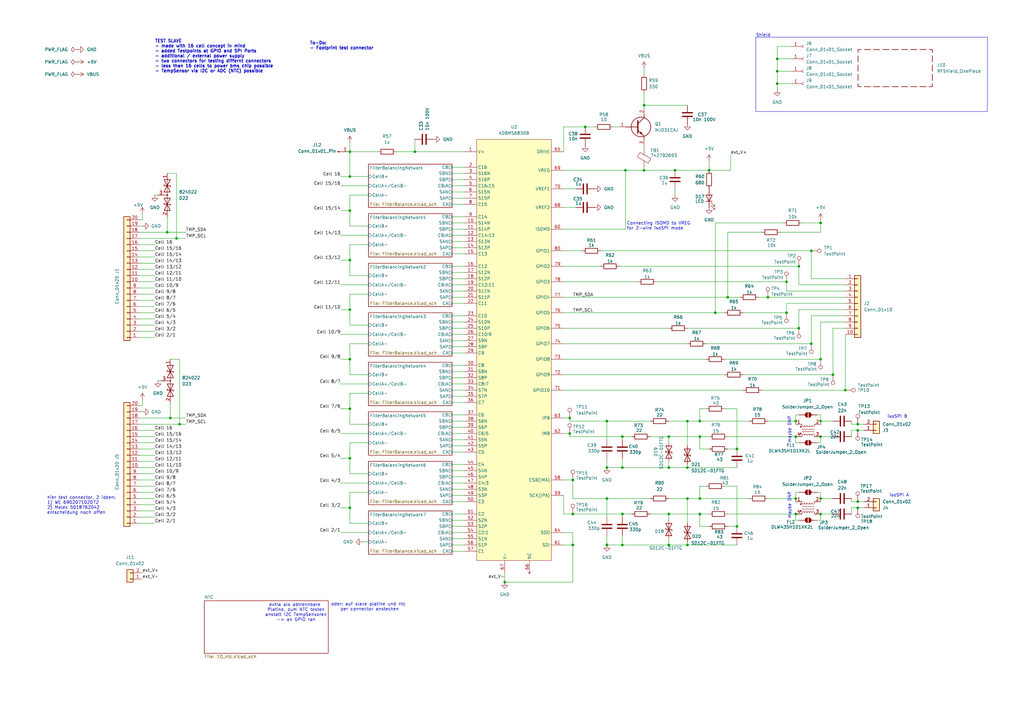
<source format=kicad_sch>
(kicad_sch
	(version 20231120)
	(generator "eeschema")
	(generator_version "8.0")
	(uuid "64eac9c4-e018-49db-b598-a7107a0db15b")
	(paper "A3")
	(lib_symbols
		(symbol "ADBMS6830B_lang:ADBMS6830B_Tall"
			(exclude_from_sim no)
			(in_bom yes)
			(on_board yes)
			(property "Reference" "U"
				(at 0 1.27 0)
				(effects
					(font
						(size 1.27 1.27)
					)
				)
			)
			(property "Value" "ADBMS6830B"
				(at 0 -1.27 0)
				(effects
					(font
						(size 1.27 1.27)
					)
				)
			)
			(property "Footprint" "ADBMS6830:QFP-80_12x12_Pitch0.5mm"
				(at -48.26 53.34 0)
				(effects
					(font
						(size 1.27 1.27)
					)
					(hide yes)
				)
			)
			(property "Datasheet" "~/ADBMS6830B_ADI.pdf"
				(at -48.26 53.34 0)
				(effects
					(font
						(size 1.27 1.27)
					)
					(hide yes)
				)
			)
			(property "Description" ""
				(at 0 0 0)
				(effects
					(font
						(size 1.27 1.27)
					)
					(hide yes)
				)
			)
			(symbol "ADBMS6830B_Tall_1_0"
				(pin input line
					(at -20.32 46.99 0)
					(length 5)
					(name "C14:13"
						(effects
							(font
								(size 1.27 1.27)
							)
						)
					)
					(number "12"
						(effects
							(font
								(size 1.27 1.27)
							)
						)
					)
				)
				(pin input line
					(at -20.32 6.35 0)
					(length 5)
					(name "C10:9"
						(effects
							(font
								(size 1.27 1.27)
							)
						)
					)
					(number "26"
						(effects
							(font
								(size 1.27 1.27)
							)
						)
					)
				)
				(pin input line
					(at -20.32 -13.97 0)
					(length 5)
					(name "C8:7"
						(effects
							(font
								(size 1.27 1.27)
							)
						)
					)
					(number "33"
						(effects
							(font
								(size 1.27 1.27)
							)
						)
					)
				)
				(pin input line
					(at -20.32 -34.29 0)
					(length 5)
					(name "C6:5"
						(effects
							(font
								(size 1.27 1.27)
							)
						)
					)
					(number "40"
						(effects
							(font
								(size 1.27 1.27)
							)
						)
					)
				)
				(pin input line
					(at -20.32 -54.61 0)
					(length 5)
					(name "C4:3"
						(effects
							(font
								(size 1.27 1.27)
							)
						)
					)
					(number "47"
						(effects
							(font
								(size 1.27 1.27)
							)
						)
					)
				)
				(pin input line
					(at -20.32 -74.93 0)
					(length 5)
					(name "C2:1"
						(effects
							(font
								(size 1.27 1.27)
							)
						)
					)
					(number "54"
						(effects
							(font
								(size 1.27 1.27)
							)
						)
					)
				)
				(pin no_connect line
					(at 6.35 -91.44 90)
					(length 5)
					(name "NC"
						(effects
							(font
								(size 1.27 1.27)
							)
						)
					)
					(number "66"
						(effects
							(font
								(size 1.27 1.27)
							)
						)
					)
				)
				(pin bidirectional line
					(at 20.32 -16.51 180)
					(length 5)
					(name "GPIO10"
						(effects
							(font
								(size 1.27 1.27)
							)
						)
					)
					(number "71"
						(effects
							(font
								(size 1.27 1.27)
							)
						)
					)
				)
			)
			(symbol "ADBMS6830B_Tall_1_1"
				(rectangle
					(start -15.24 86.36)
					(end 15.24 -86.36)
					(stroke
						(width 0)
						(type default)
					)
					(fill
						(type background)
					)
				)
				(pin power_out line
					(at -20.32 81.28 0)
					(length 5)
					(name "V+"
						(effects
							(font
								(size 1.27 1.27)
							)
						)
					)
					(number "1"
						(effects
							(font
								(size 1.27 1.27)
							)
						)
					)
				)
				(pin input line
					(at -20.32 52.07 0)
					(length 5)
					(name "S14N"
						(effects
							(font
								(size 1.27 1.27)
							)
						)
					)
					(number "10"
						(effects
							(font
								(size 1.27 1.27)
							)
						)
					)
				)
				(pin input line
					(at -20.32 49.53 0)
					(length 5)
					(name "S14P"
						(effects
							(font
								(size 1.27 1.27)
							)
						)
					)
					(number "11"
						(effects
							(font
								(size 1.27 1.27)
							)
						)
					)
				)
				(pin input line
					(at -20.32 44.45 0)
					(length 5)
					(name "S13N"
						(effects
							(font
								(size 1.27 1.27)
							)
						)
					)
					(number "13"
						(effects
							(font
								(size 1.27 1.27)
							)
						)
					)
				)
				(pin input line
					(at -20.32 41.91 0)
					(length 5)
					(name "S13P"
						(effects
							(font
								(size 1.27 1.27)
							)
						)
					)
					(number "14"
						(effects
							(font
								(size 1.27 1.27)
							)
						)
					)
				)
				(pin input line
					(at -20.32 39.37 0)
					(length 5)
					(name "C13"
						(effects
							(font
								(size 1.27 1.27)
							)
						)
					)
					(number "15"
						(effects
							(font
								(size 1.27 1.27)
							)
						)
					)
				)
				(pin input line
					(at -20.32 34.29 0)
					(length 5)
					(name "C12"
						(effects
							(font
								(size 1.27 1.27)
							)
						)
					)
					(number "16"
						(effects
							(font
								(size 1.27 1.27)
							)
						)
					)
				)
				(pin input line
					(at -20.32 31.75 0)
					(length 5)
					(name "S12N"
						(effects
							(font
								(size 1.27 1.27)
							)
						)
					)
					(number "17"
						(effects
							(font
								(size 1.27 1.27)
							)
						)
					)
				)
				(pin input line
					(at -20.32 29.21 0)
					(length 5)
					(name "S12P"
						(effects
							(font
								(size 1.27 1.27)
							)
						)
					)
					(number "18"
						(effects
							(font
								(size 1.27 1.27)
							)
						)
					)
				)
				(pin input line
					(at -20.32 26.67 0)
					(length 5)
					(name "C12:11"
						(effects
							(font
								(size 1.27 1.27)
							)
						)
					)
					(number "19"
						(effects
							(font
								(size 1.27 1.27)
							)
						)
					)
				)
				(pin input line
					(at -20.32 74.93 0)
					(length 5)
					(name "C16"
						(effects
							(font
								(size 1.27 1.27)
							)
						)
					)
					(number "2"
						(effects
							(font
								(size 1.27 1.27)
							)
						)
					)
				)
				(pin input line
					(at -20.32 24.13 0)
					(length 5)
					(name "S11N"
						(effects
							(font
								(size 1.27 1.27)
							)
						)
					)
					(number "20"
						(effects
							(font
								(size 1.27 1.27)
							)
						)
					)
				)
				(pin input line
					(at -20.32 21.59 0)
					(length 5)
					(name "S11P"
						(effects
							(font
								(size 1.27 1.27)
							)
						)
					)
					(number "21"
						(effects
							(font
								(size 1.27 1.27)
							)
						)
					)
				)
				(pin input line
					(at -20.32 19.05 0)
					(length 5)
					(name "C11"
						(effects
							(font
								(size 1.27 1.27)
							)
						)
					)
					(number "22"
						(effects
							(font
								(size 1.27 1.27)
							)
						)
					)
				)
				(pin input line
					(at -20.32 13.97 0)
					(length 5)
					(name "C10"
						(effects
							(font
								(size 1.27 1.27)
							)
						)
					)
					(number "23"
						(effects
							(font
								(size 1.27 1.27)
							)
						)
					)
				)
				(pin input line
					(at -20.32 11.43 0)
					(length 5)
					(name "S10N"
						(effects
							(font
								(size 1.27 1.27)
							)
						)
					)
					(number "24"
						(effects
							(font
								(size 1.27 1.27)
							)
						)
					)
				)
				(pin input line
					(at -20.32 8.89 0)
					(length 5)
					(name "S10P"
						(effects
							(font
								(size 1.27 1.27)
							)
						)
					)
					(number "25"
						(effects
							(font
								(size 1.27 1.27)
							)
						)
					)
				)
				(pin input line
					(at -20.32 3.81 0)
					(length 5)
					(name "S9N"
						(effects
							(font
								(size 1.27 1.27)
							)
						)
					)
					(number "27"
						(effects
							(font
								(size 1.27 1.27)
							)
						)
					)
				)
				(pin input line
					(at -20.32 1.27 0)
					(length 5)
					(name "S9P"
						(effects
							(font
								(size 1.27 1.27)
							)
						)
					)
					(number "28"
						(effects
							(font
								(size 1.27 1.27)
							)
						)
					)
				)
				(pin input line
					(at -20.32 -1.27 0)
					(length 5)
					(name "C9"
						(effects
							(font
								(size 1.27 1.27)
							)
						)
					)
					(number "29"
						(effects
							(font
								(size 1.27 1.27)
							)
						)
					)
				)
				(pin input line
					(at -20.32 72.39 0)
					(length 5)
					(name "S16N"
						(effects
							(font
								(size 1.27 1.27)
							)
						)
					)
					(number "3"
						(effects
							(font
								(size 1.27 1.27)
							)
						)
					)
				)
				(pin input line
					(at -20.32 -6.35 0)
					(length 5)
					(name "C8"
						(effects
							(font
								(size 1.27 1.27)
							)
						)
					)
					(number "30"
						(effects
							(font
								(size 1.27 1.27)
							)
						)
					)
				)
				(pin input line
					(at -20.32 -8.89 0)
					(length 5)
					(name "S8N"
						(effects
							(font
								(size 1.27 1.27)
							)
						)
					)
					(number "31"
						(effects
							(font
								(size 1.27 1.27)
							)
						)
					)
				)
				(pin input line
					(at -20.32 -11.43 0)
					(length 5)
					(name "S8P"
						(effects
							(font
								(size 1.27 1.27)
							)
						)
					)
					(number "32"
						(effects
							(font
								(size 1.27 1.27)
							)
						)
					)
				)
				(pin input line
					(at -20.32 -16.51 0)
					(length 5)
					(name "S7N"
						(effects
							(font
								(size 1.27 1.27)
							)
						)
					)
					(number "34"
						(effects
							(font
								(size 1.27 1.27)
							)
						)
					)
				)
				(pin input line
					(at -20.32 -19.05 0)
					(length 5)
					(name "S7P"
						(effects
							(font
								(size 1.27 1.27)
							)
						)
					)
					(number "35"
						(effects
							(font
								(size 1.27 1.27)
							)
						)
					)
				)
				(pin input line
					(at -20.32 -21.59 0)
					(length 5)
					(name "C7"
						(effects
							(font
								(size 1.27 1.27)
							)
						)
					)
					(number "36"
						(effects
							(font
								(size 1.27 1.27)
							)
						)
					)
				)
				(pin input line
					(at -20.32 -26.67 0)
					(length 5)
					(name "C6"
						(effects
							(font
								(size 1.27 1.27)
							)
						)
					)
					(number "37"
						(effects
							(font
								(size 1.27 1.27)
							)
						)
					)
				)
				(pin input line
					(at -20.32 -29.21 0)
					(length 5)
					(name "S6N"
						(effects
							(font
								(size 1.27 1.27)
							)
						)
					)
					(number "38"
						(effects
							(font
								(size 1.27 1.27)
							)
						)
					)
				)
				(pin input line
					(at -20.32 -31.75 0)
					(length 5)
					(name "S6P"
						(effects
							(font
								(size 1.27 1.27)
							)
						)
					)
					(number "39"
						(effects
							(font
								(size 1.27 1.27)
							)
						)
					)
				)
				(pin input line
					(at -20.32 69.85 0)
					(length 5)
					(name "S16P"
						(effects
							(font
								(size 1.27 1.27)
							)
						)
					)
					(number "4"
						(effects
							(font
								(size 1.27 1.27)
							)
						)
					)
				)
				(pin input line
					(at -20.32 -36.83 0)
					(length 5)
					(name "S5N"
						(effects
							(font
								(size 1.27 1.27)
							)
						)
					)
					(number "41"
						(effects
							(font
								(size 1.27 1.27)
							)
						)
					)
				)
				(pin input line
					(at -20.32 -39.37 0)
					(length 5)
					(name "S5P"
						(effects
							(font
								(size 1.27 1.27)
							)
						)
					)
					(number "42"
						(effects
							(font
								(size 1.27 1.27)
							)
						)
					)
				)
				(pin input line
					(at -20.32 -41.91 0)
					(length 5)
					(name "C5"
						(effects
							(font
								(size 1.27 1.27)
							)
						)
					)
					(number "43"
						(effects
							(font
								(size 1.27 1.27)
							)
						)
					)
				)
				(pin input line
					(at -20.32 -46.99 0)
					(length 5)
					(name "C4"
						(effects
							(font
								(size 1.27 1.27)
							)
						)
					)
					(number "44"
						(effects
							(font
								(size 1.27 1.27)
							)
						)
					)
				)
				(pin input line
					(at -20.32 -49.53 0)
					(length 5)
					(name "S4N"
						(effects
							(font
								(size 1.27 1.27)
							)
						)
					)
					(number "45"
						(effects
							(font
								(size 1.27 1.27)
							)
						)
					)
				)
				(pin input line
					(at -20.32 -52.07 0)
					(length 5)
					(name "S4P"
						(effects
							(font
								(size 1.27 1.27)
							)
						)
					)
					(number "46"
						(effects
							(font
								(size 1.27 1.27)
							)
						)
					)
				)
				(pin input line
					(at -20.32 -57.15 0)
					(length 5)
					(name "S3N"
						(effects
							(font
								(size 1.27 1.27)
							)
						)
					)
					(number "48"
						(effects
							(font
								(size 1.27 1.27)
							)
						)
					)
				)
				(pin input line
					(at -20.32 -59.69 0)
					(length 5)
					(name "S3P"
						(effects
							(font
								(size 1.27 1.27)
							)
						)
					)
					(number "49"
						(effects
							(font
								(size 1.27 1.27)
							)
						)
					)
				)
				(pin input line
					(at -20.32 67.31 0)
					(length 5)
					(name "C16:15"
						(effects
							(font
								(size 1.27 1.27)
							)
						)
					)
					(number "5"
						(effects
							(font
								(size 1.27 1.27)
							)
						)
					)
				)
				(pin input line
					(at -20.32 -62.23 0)
					(length 5)
					(name "C3"
						(effects
							(font
								(size 1.27 1.27)
							)
						)
					)
					(number "50"
						(effects
							(font
								(size 1.27 1.27)
							)
						)
					)
				)
				(pin input line
					(at -20.32 -67.31 0)
					(length 5)
					(name "C2"
						(effects
							(font
								(size 1.27 1.27)
							)
						)
					)
					(number "51"
						(effects
							(font
								(size 1.27 1.27)
							)
						)
					)
				)
				(pin input line
					(at -20.32 -69.85 0)
					(length 5)
					(name "S2N"
						(effects
							(font
								(size 1.27 1.27)
							)
						)
					)
					(number "52"
						(effects
							(font
								(size 1.27 1.27)
							)
						)
					)
				)
				(pin input line
					(at -20.32 -72.39 0)
					(length 5)
					(name "S2P"
						(effects
							(font
								(size 1.27 1.27)
							)
						)
					)
					(number "53"
						(effects
							(font
								(size 1.27 1.27)
							)
						)
					)
				)
				(pin input line
					(at -20.32 -77.47 0)
					(length 5)
					(name "S1N"
						(effects
							(font
								(size 1.27 1.27)
							)
						)
					)
					(number "55"
						(effects
							(font
								(size 1.27 1.27)
							)
						)
					)
				)
				(pin input line
					(at -20.32 -80.01 0)
					(length 5)
					(name "S1P"
						(effects
							(font
								(size 1.27 1.27)
							)
						)
					)
					(number "56"
						(effects
							(font
								(size 1.27 1.27)
							)
						)
					)
				)
				(pin input line
					(at -20.32 -82.55 0)
					(length 5)
					(name "C1"
						(effects
							(font
								(size 1.27 1.27)
							)
						)
					)
					(number "57"
						(effects
							(font
								(size 1.27 1.27)
							)
						)
					)
				)
				(pin bidirectional line
					(at 20.32 -53.34 180)
					(length 5)
					(name "CSB(IMA)"
						(effects
							(font
								(size 1.27 1.27)
							)
						)
					)
					(number "58"
						(effects
							(font
								(size 1.27 1.27)
							)
						)
					)
				)
				(pin bidirectional line
					(at 20.32 -59.69 180)
					(length 5)
					(name "SCK(IPA)"
						(effects
							(font
								(size 1.27 1.27)
							)
						)
					)
					(number "59"
						(effects
							(font
								(size 1.27 1.27)
							)
						)
					)
				)
				(pin input line
					(at -20.32 64.77 0)
					(length 5)
					(name "S15N"
						(effects
							(font
								(size 1.27 1.27)
							)
						)
					)
					(number "6"
						(effects
							(font
								(size 1.27 1.27)
							)
						)
					)
				)
				(pin bidirectional line
					(at 20.32 49.53 180)
					(length 5)
					(name "ISOMD"
						(effects
							(font
								(size 1.27 1.27)
							)
						)
					)
					(number "60"
						(effects
							(font
								(size 1.27 1.27)
							)
						)
					)
				)
				(pin bidirectional line
					(at 20.32 -80.01 180)
					(length 5)
					(name "SDI"
						(effects
							(font
								(size 1.27 1.27)
							)
						)
					)
					(number "61"
						(effects
							(font
								(size 1.27 1.27)
							)
						)
					)
				)
				(pin bidirectional line
					(at 20.32 -34.29 180)
					(length 5)
					(name "IMB"
						(effects
							(font
								(size 1.27 1.27)
							)
						)
					)
					(number "62"
						(effects
							(font
								(size 1.27 1.27)
							)
						)
					)
				)
				(pin bidirectional line
					(at 20.32 -27.94 180)
					(length 5)
					(name "IPB"
						(effects
							(font
								(size 1.27 1.27)
							)
						)
					)
					(number "63"
						(effects
							(font
								(size 1.27 1.27)
							)
						)
					)
				)
				(pin bidirectional line
					(at 20.32 -74.93 180)
					(length 5)
					(name "SDO"
						(effects
							(font
								(size 1.27 1.27)
							)
						)
					)
					(number "64"
						(effects
							(font
								(size 1.27 1.27)
							)
						)
					)
				)
				(pin bidirectional line
					(at 20.32 81.28 180)
					(length 5)
					(name "DRIVE"
						(effects
							(font
								(size 1.27 1.27)
							)
						)
					)
					(number "65"
						(effects
							(font
								(size 1.27 1.27)
							)
						)
					)
				)
				(pin input line
					(at -3.81 -91.44 90)
					(length 5)
					(name "V-"
						(effects
							(font
								(size 1.27 1.27)
							)
						)
					)
					(number "67"
						(effects
							(font
								(size 1.27 1.27)
							)
						)
					)
				)
				(pin power_out line
					(at 20.32 58.42 180)
					(length 5)
					(name "VREF2"
						(effects
							(font
								(size 1.27 1.27)
							)
						)
					)
					(number "68"
						(effects
							(font
								(size 1.27 1.27)
							)
						)
					)
				)
				(pin input line
					(at 20.32 73.66 180)
					(length 5)
					(name "VREG"
						(effects
							(font
								(size 1.27 1.27)
							)
						)
					)
					(number "69"
						(effects
							(font
								(size 1.27 1.27)
							)
						)
					)
				)
				(pin input line
					(at -20.32 62.23 0)
					(length 5)
					(name "S15P"
						(effects
							(font
								(size 1.27 1.27)
							)
						)
					)
					(number "7"
						(effects
							(font
								(size 1.27 1.27)
							)
						)
					)
				)
				(pin power_out line
					(at 20.32 66.04 180)
					(length 5)
					(name "VREF1"
						(effects
							(font
								(size 1.27 1.27)
							)
						)
					)
					(number "70"
						(effects
							(font
								(size 1.27 1.27)
							)
						)
					)
				)
				(pin bidirectional line
					(at 20.32 -10.16 180)
					(length 5)
					(name "GPIO9"
						(effects
							(font
								(size 1.27 1.27)
							)
						)
					)
					(number "72"
						(effects
							(font
								(size 1.27 1.27)
							)
						)
					)
				)
				(pin bidirectional line
					(at 20.32 -3.81 180)
					(length 5)
					(name "GPIO8"
						(effects
							(font
								(size 1.27 1.27)
							)
						)
					)
					(number "73"
						(effects
							(font
								(size 1.27 1.27)
							)
						)
					)
				)
				(pin bidirectional line
					(at 20.32 2.54 180)
					(length 5)
					(name "GPIO7"
						(effects
							(font
								(size 1.27 1.27)
							)
						)
					)
					(number "74"
						(effects
							(font
								(size 1.27 1.27)
							)
						)
					)
				)
				(pin bidirectional line
					(at 20.32 8.89 180)
					(length 5)
					(name "GPIO6"
						(effects
							(font
								(size 1.27 1.27)
							)
						)
					)
					(number "75"
						(effects
							(font
								(size 1.27 1.27)
							)
						)
					)
				)
				(pin bidirectional line
					(at 20.32 15.24 180)
					(length 5)
					(name "GPIO5"
						(effects
							(font
								(size 1.27 1.27)
							)
						)
					)
					(number "76"
						(effects
							(font
								(size 1.27 1.27)
							)
						)
					)
				)
				(pin bidirectional line
					(at 20.32 21.59 180)
					(length 5)
					(name "GPIO4"
						(effects
							(font
								(size 1.27 1.27)
							)
						)
					)
					(number "77"
						(effects
							(font
								(size 1.27 1.27)
							)
						)
					)
				)
				(pin bidirectional line
					(at 20.32 27.94 180)
					(length 5)
					(name "GPIO3"
						(effects
							(font
								(size 1.27 1.27)
							)
						)
					)
					(number "78"
						(effects
							(font
								(size 1.27 1.27)
							)
						)
					)
				)
				(pin bidirectional line
					(at 20.32 34.29 180)
					(length 5)
					(name "GPIO2"
						(effects
							(font
								(size 1.27 1.27)
							)
						)
					)
					(number "79"
						(effects
							(font
								(size 1.27 1.27)
							)
						)
					)
				)
				(pin input line
					(at -20.32 59.69 0)
					(length 5)
					(name "C15"
						(effects
							(font
								(size 1.27 1.27)
							)
						)
					)
					(number "8"
						(effects
							(font
								(size 1.27 1.27)
							)
						)
					)
				)
				(pin bidirectional line
					(at 20.32 40.64 180)
					(length 5)
					(name "GPIO1"
						(effects
							(font
								(size 1.27 1.27)
							)
						)
					)
					(number "80"
						(effects
							(font
								(size 1.27 1.27)
							)
						)
					)
				)
				(pin input line
					(at -20.32 54.61 0)
					(length 5)
					(name "C14"
						(effects
							(font
								(size 1.27 1.27)
							)
						)
					)
					(number "9"
						(effects
							(font
								(size 1.27 1.27)
							)
						)
					)
				)
			)
		)
		(symbol "Connector:Conn_01x01_Pin"
			(pin_names
				(offset 1.016) hide)
			(exclude_from_sim no)
			(in_bom yes)
			(on_board yes)
			(property "Reference" "J"
				(at 0 2.54 0)
				(effects
					(font
						(size 1.27 1.27)
					)
				)
			)
			(property "Value" "Conn_01x01_Pin"
				(at 0 -2.54 0)
				(effects
					(font
						(size 1.27 1.27)
					)
				)
			)
			(property "Footprint" ""
				(at 0 0 0)
				(effects
					(font
						(size 1.27 1.27)
					)
					(hide yes)
				)
			)
			(property "Datasheet" "~"
				(at 0 0 0)
				(effects
					(font
						(size 1.27 1.27)
					)
					(hide yes)
				)
			)
			(property "Description" "Generic connector, single row, 01x01, script generated"
				(at 0 0 0)
				(effects
					(font
						(size 1.27 1.27)
					)
					(hide yes)
				)
			)
			(property "ki_locked" ""
				(at 0 0 0)
				(effects
					(font
						(size 1.27 1.27)
					)
				)
			)
			(property "ki_keywords" "connector"
				(at 0 0 0)
				(effects
					(font
						(size 1.27 1.27)
					)
					(hide yes)
				)
			)
			(property "ki_fp_filters" "Connector*:*_1x??_*"
				(at 0 0 0)
				(effects
					(font
						(size 1.27 1.27)
					)
					(hide yes)
				)
			)
			(symbol "Conn_01x01_Pin_1_1"
				(polyline
					(pts
						(xy 1.27 0) (xy 0.8636 0)
					)
					(stroke
						(width 0.1524)
						(type default)
					)
					(fill
						(type none)
					)
				)
				(rectangle
					(start 0.8636 0.127)
					(end 0 -0.127)
					(stroke
						(width 0.1524)
						(type default)
					)
					(fill
						(type outline)
					)
				)
				(pin passive line
					(at 5.08 0 180)
					(length 3.81)
					(name "Pin_1"
						(effects
							(font
								(size 1.27 1.27)
							)
						)
					)
					(number "1"
						(effects
							(font
								(size 1.27 1.27)
							)
						)
					)
				)
			)
		)
		(symbol "Connector:Conn_01x01_Socket"
			(pin_names
				(offset 1.016) hide)
			(exclude_from_sim no)
			(in_bom yes)
			(on_board yes)
			(property "Reference" "J"
				(at 0 2.54 0)
				(effects
					(font
						(size 1.27 1.27)
					)
				)
			)
			(property "Value" "Conn_01x01_Socket"
				(at 0 -2.54 0)
				(effects
					(font
						(size 1.27 1.27)
					)
				)
			)
			(property "Footprint" ""
				(at 0 0 0)
				(effects
					(font
						(size 1.27 1.27)
					)
					(hide yes)
				)
			)
			(property "Datasheet" "~"
				(at 0 0 0)
				(effects
					(font
						(size 1.27 1.27)
					)
					(hide yes)
				)
			)
			(property "Description" "Generic connector, single row, 01x01, script generated"
				(at 0 0 0)
				(effects
					(font
						(size 1.27 1.27)
					)
					(hide yes)
				)
			)
			(property "ki_locked" ""
				(at 0 0 0)
				(effects
					(font
						(size 1.27 1.27)
					)
				)
			)
			(property "ki_keywords" "connector"
				(at 0 0 0)
				(effects
					(font
						(size 1.27 1.27)
					)
					(hide yes)
				)
			)
			(property "ki_fp_filters" "Connector*:*_1x??_*"
				(at 0 0 0)
				(effects
					(font
						(size 1.27 1.27)
					)
					(hide yes)
				)
			)
			(symbol "Conn_01x01_Socket_1_1"
				(polyline
					(pts
						(xy -1.27 0) (xy -0.508 0)
					)
					(stroke
						(width 0.1524)
						(type default)
					)
					(fill
						(type none)
					)
				)
				(arc
					(start 0 0.508)
					(mid -0.5058 0)
					(end 0 -0.508)
					(stroke
						(width 0.1524)
						(type default)
					)
					(fill
						(type none)
					)
				)
				(pin passive line
					(at -5.08 0 0)
					(length 3.81)
					(name "Pin_1"
						(effects
							(font
								(size 1.27 1.27)
							)
						)
					)
					(number "1"
						(effects
							(font
								(size 1.27 1.27)
							)
						)
					)
				)
			)
		)
		(symbol "Connector:TestPoint"
			(pin_numbers hide)
			(pin_names
				(offset 0.762) hide)
			(exclude_from_sim no)
			(in_bom yes)
			(on_board yes)
			(property "Reference" "TP"
				(at 0 6.858 0)
				(effects
					(font
						(size 1.27 1.27)
					)
				)
			)
			(property "Value" "TestPoint"
				(at 0 5.08 0)
				(effects
					(font
						(size 1.27 1.27)
					)
				)
			)
			(property "Footprint" ""
				(at 5.08 0 0)
				(effects
					(font
						(size 1.27 1.27)
					)
					(hide yes)
				)
			)
			(property "Datasheet" "~"
				(at 5.08 0 0)
				(effects
					(font
						(size 1.27 1.27)
					)
					(hide yes)
				)
			)
			(property "Description" "test point"
				(at 0 0 0)
				(effects
					(font
						(size 1.27 1.27)
					)
					(hide yes)
				)
			)
			(property "ki_keywords" "test point tp"
				(at 0 0 0)
				(effects
					(font
						(size 1.27 1.27)
					)
					(hide yes)
				)
			)
			(property "ki_fp_filters" "Pin* Test*"
				(at 0 0 0)
				(effects
					(font
						(size 1.27 1.27)
					)
					(hide yes)
				)
			)
			(symbol "TestPoint_0_1"
				(circle
					(center 0 3.302)
					(radius 0.762)
					(stroke
						(width 0)
						(type default)
					)
					(fill
						(type none)
					)
				)
			)
			(symbol "TestPoint_1_1"
				(pin passive line
					(at 0 0 90)
					(length 2.54)
					(name "1"
						(effects
							(font
								(size 1.27 1.27)
							)
						)
					)
					(number "1"
						(effects
							(font
								(size 1.27 1.27)
							)
						)
					)
				)
			)
		)
		(symbol "Connector_Generic:Conn_01x02"
			(pin_names
				(offset 1.016) hide)
			(exclude_from_sim no)
			(in_bom yes)
			(on_board yes)
			(property "Reference" "J"
				(at 0 2.54 0)
				(effects
					(font
						(size 1.27 1.27)
					)
				)
			)
			(property "Value" "Conn_01x02"
				(at 0 -5.08 0)
				(effects
					(font
						(size 1.27 1.27)
					)
				)
			)
			(property "Footprint" ""
				(at 0 0 0)
				(effects
					(font
						(size 1.27 1.27)
					)
					(hide yes)
				)
			)
			(property "Datasheet" "~"
				(at 0 0 0)
				(effects
					(font
						(size 1.27 1.27)
					)
					(hide yes)
				)
			)
			(property "Description" "Generic connector, single row, 01x02, script generated (kicad-library-utils/schlib/autogen/connector/)"
				(at 0 0 0)
				(effects
					(font
						(size 1.27 1.27)
					)
					(hide yes)
				)
			)
			(property "ki_keywords" "connector"
				(at 0 0 0)
				(effects
					(font
						(size 1.27 1.27)
					)
					(hide yes)
				)
			)
			(property "ki_fp_filters" "Connector*:*_1x??_*"
				(at 0 0 0)
				(effects
					(font
						(size 1.27 1.27)
					)
					(hide yes)
				)
			)
			(symbol "Conn_01x02_1_1"
				(rectangle
					(start -1.27 -2.413)
					(end 0 -2.667)
					(stroke
						(width 0.1524)
						(type default)
					)
					(fill
						(type none)
					)
				)
				(rectangle
					(start -1.27 0.127)
					(end 0 -0.127)
					(stroke
						(width 0.1524)
						(type default)
					)
					(fill
						(type none)
					)
				)
				(rectangle
					(start -1.27 1.27)
					(end 1.27 -3.81)
					(stroke
						(width 0.254)
						(type default)
					)
					(fill
						(type background)
					)
				)
				(pin passive line
					(at -5.08 0 0)
					(length 3.81)
					(name "Pin_1"
						(effects
							(font
								(size 1.27 1.27)
							)
						)
					)
					(number "1"
						(effects
							(font
								(size 1.27 1.27)
							)
						)
					)
				)
				(pin passive line
					(at -5.08 -2.54 0)
					(length 3.81)
					(name "Pin_2"
						(effects
							(font
								(size 1.27 1.27)
							)
						)
					)
					(number "2"
						(effects
							(font
								(size 1.27 1.27)
							)
						)
					)
				)
			)
		)
		(symbol "Connector_Generic:Conn_01x10"
			(pin_names
				(offset 1.016) hide)
			(exclude_from_sim no)
			(in_bom yes)
			(on_board yes)
			(property "Reference" "J"
				(at 0 12.7 0)
				(effects
					(font
						(size 1.27 1.27)
					)
				)
			)
			(property "Value" "Conn_01x10"
				(at 0 -15.24 0)
				(effects
					(font
						(size 1.27 1.27)
					)
				)
			)
			(property "Footprint" ""
				(at 0 0 0)
				(effects
					(font
						(size 1.27 1.27)
					)
					(hide yes)
				)
			)
			(property "Datasheet" "~"
				(at 0 0 0)
				(effects
					(font
						(size 1.27 1.27)
					)
					(hide yes)
				)
			)
			(property "Description" "Generic connector, single row, 01x10, script generated (kicad-library-utils/schlib/autogen/connector/)"
				(at 0 0 0)
				(effects
					(font
						(size 1.27 1.27)
					)
					(hide yes)
				)
			)
			(property "ki_keywords" "connector"
				(at 0 0 0)
				(effects
					(font
						(size 1.27 1.27)
					)
					(hide yes)
				)
			)
			(property "ki_fp_filters" "Connector*:*_1x??_*"
				(at 0 0 0)
				(effects
					(font
						(size 1.27 1.27)
					)
					(hide yes)
				)
			)
			(symbol "Conn_01x10_1_1"
				(rectangle
					(start -1.27 -12.573)
					(end 0 -12.827)
					(stroke
						(width 0.1524)
						(type default)
					)
					(fill
						(type none)
					)
				)
				(rectangle
					(start -1.27 -10.033)
					(end 0 -10.287)
					(stroke
						(width 0.1524)
						(type default)
					)
					(fill
						(type none)
					)
				)
				(rectangle
					(start -1.27 -7.493)
					(end 0 -7.747)
					(stroke
						(width 0.1524)
						(type default)
					)
					(fill
						(type none)
					)
				)
				(rectangle
					(start -1.27 -4.953)
					(end 0 -5.207)
					(stroke
						(width 0.1524)
						(type default)
					)
					(fill
						(type none)
					)
				)
				(rectangle
					(start -1.27 -2.413)
					(end 0 -2.667)
					(stroke
						(width 0.1524)
						(type default)
					)
					(fill
						(type none)
					)
				)
				(rectangle
					(start -1.27 0.127)
					(end 0 -0.127)
					(stroke
						(width 0.1524)
						(type default)
					)
					(fill
						(type none)
					)
				)
				(rectangle
					(start -1.27 2.667)
					(end 0 2.413)
					(stroke
						(width 0.1524)
						(type default)
					)
					(fill
						(type none)
					)
				)
				(rectangle
					(start -1.27 5.207)
					(end 0 4.953)
					(stroke
						(width 0.1524)
						(type default)
					)
					(fill
						(type none)
					)
				)
				(rectangle
					(start -1.27 7.747)
					(end 0 7.493)
					(stroke
						(width 0.1524)
						(type default)
					)
					(fill
						(type none)
					)
				)
				(rectangle
					(start -1.27 10.287)
					(end 0 10.033)
					(stroke
						(width 0.1524)
						(type default)
					)
					(fill
						(type none)
					)
				)
				(rectangle
					(start -1.27 11.43)
					(end 1.27 -13.97)
					(stroke
						(width 0.254)
						(type default)
					)
					(fill
						(type background)
					)
				)
				(pin passive line
					(at -5.08 10.16 0)
					(length 3.81)
					(name "Pin_1"
						(effects
							(font
								(size 1.27 1.27)
							)
						)
					)
					(number "1"
						(effects
							(font
								(size 1.27 1.27)
							)
						)
					)
				)
				(pin passive line
					(at -5.08 -12.7 0)
					(length 3.81)
					(name "Pin_10"
						(effects
							(font
								(size 1.27 1.27)
							)
						)
					)
					(number "10"
						(effects
							(font
								(size 1.27 1.27)
							)
						)
					)
				)
				(pin passive line
					(at -5.08 7.62 0)
					(length 3.81)
					(name "Pin_2"
						(effects
							(font
								(size 1.27 1.27)
							)
						)
					)
					(number "2"
						(effects
							(font
								(size 1.27 1.27)
							)
						)
					)
				)
				(pin passive line
					(at -5.08 5.08 0)
					(length 3.81)
					(name "Pin_3"
						(effects
							(font
								(size 1.27 1.27)
							)
						)
					)
					(number "3"
						(effects
							(font
								(size 1.27 1.27)
							)
						)
					)
				)
				(pin passive line
					(at -5.08 2.54 0)
					(length 3.81)
					(name "Pin_4"
						(effects
							(font
								(size 1.27 1.27)
							)
						)
					)
					(number "4"
						(effects
							(font
								(size 1.27 1.27)
							)
						)
					)
				)
				(pin passive line
					(at -5.08 0 0)
					(length 3.81)
					(name "Pin_5"
						(effects
							(font
								(size 1.27 1.27)
							)
						)
					)
					(number "5"
						(effects
							(font
								(size 1.27 1.27)
							)
						)
					)
				)
				(pin passive line
					(at -5.08 -2.54 0)
					(length 3.81)
					(name "Pin_6"
						(effects
							(font
								(size 1.27 1.27)
							)
						)
					)
					(number "6"
						(effects
							(font
								(size 1.27 1.27)
							)
						)
					)
				)
				(pin passive line
					(at -5.08 -5.08 0)
					(length 3.81)
					(name "Pin_7"
						(effects
							(font
								(size 1.27 1.27)
							)
						)
					)
					(number "7"
						(effects
							(font
								(size 1.27 1.27)
							)
						)
					)
				)
				(pin passive line
					(at -5.08 -7.62 0)
					(length 3.81)
					(name "Pin_8"
						(effects
							(font
								(size 1.27 1.27)
							)
						)
					)
					(number "8"
						(effects
							(font
								(size 1.27 1.27)
							)
						)
					)
				)
				(pin passive line
					(at -5.08 -10.16 0)
					(length 3.81)
					(name "Pin_9"
						(effects
							(font
								(size 1.27 1.27)
							)
						)
					)
					(number "9"
						(effects
							(font
								(size 1.27 1.27)
							)
						)
					)
				)
			)
		)
		(symbol "Connector_Generic:Conn_01x20"
			(pin_names
				(offset 1.016) hide)
			(exclude_from_sim no)
			(in_bom yes)
			(on_board yes)
			(property "Reference" "J"
				(at 0 25.4 0)
				(effects
					(font
						(size 1.27 1.27)
					)
				)
			)
			(property "Value" "Conn_01x20"
				(at 0 -27.94 0)
				(effects
					(font
						(size 1.27 1.27)
					)
				)
			)
			(property "Footprint" ""
				(at 0 0 0)
				(effects
					(font
						(size 1.27 1.27)
					)
					(hide yes)
				)
			)
			(property "Datasheet" "~"
				(at 0 0 0)
				(effects
					(font
						(size 1.27 1.27)
					)
					(hide yes)
				)
			)
			(property "Description" "Generic connector, single row, 01x20, script generated (kicad-library-utils/schlib/autogen/connector/)"
				(at 0 0 0)
				(effects
					(font
						(size 1.27 1.27)
					)
					(hide yes)
				)
			)
			(property "ki_keywords" "connector"
				(at 0 0 0)
				(effects
					(font
						(size 1.27 1.27)
					)
					(hide yes)
				)
			)
			(property "ki_fp_filters" "Connector*:*_1x??_*"
				(at 0 0 0)
				(effects
					(font
						(size 1.27 1.27)
					)
					(hide yes)
				)
			)
			(symbol "Conn_01x20_1_1"
				(rectangle
					(start -1.27 -25.273)
					(end 0 -25.527)
					(stroke
						(width 0.1524)
						(type default)
					)
					(fill
						(type none)
					)
				)
				(rectangle
					(start -1.27 -22.733)
					(end 0 -22.987)
					(stroke
						(width 0.1524)
						(type default)
					)
					(fill
						(type none)
					)
				)
				(rectangle
					(start -1.27 -20.193)
					(end 0 -20.447)
					(stroke
						(width 0.1524)
						(type default)
					)
					(fill
						(type none)
					)
				)
				(rectangle
					(start -1.27 -17.653)
					(end 0 -17.907)
					(stroke
						(width 0.1524)
						(type default)
					)
					(fill
						(type none)
					)
				)
				(rectangle
					(start -1.27 -15.113)
					(end 0 -15.367)
					(stroke
						(width 0.1524)
						(type default)
					)
					(fill
						(type none)
					)
				)
				(rectangle
					(start -1.27 -12.573)
					(end 0 -12.827)
					(stroke
						(width 0.1524)
						(type default)
					)
					(fill
						(type none)
					)
				)
				(rectangle
					(start -1.27 -10.033)
					(end 0 -10.287)
					(stroke
						(width 0.1524)
						(type default)
					)
					(fill
						(type none)
					)
				)
				(rectangle
					(start -1.27 -7.493)
					(end 0 -7.747)
					(stroke
						(width 0.1524)
						(type default)
					)
					(fill
						(type none)
					)
				)
				(rectangle
					(start -1.27 -4.953)
					(end 0 -5.207)
					(stroke
						(width 0.1524)
						(type default)
					)
					(fill
						(type none)
					)
				)
				(rectangle
					(start -1.27 -2.413)
					(end 0 -2.667)
					(stroke
						(width 0.1524)
						(type default)
					)
					(fill
						(type none)
					)
				)
				(rectangle
					(start -1.27 0.127)
					(end 0 -0.127)
					(stroke
						(width 0.1524)
						(type default)
					)
					(fill
						(type none)
					)
				)
				(rectangle
					(start -1.27 2.667)
					(end 0 2.413)
					(stroke
						(width 0.1524)
						(type default)
					)
					(fill
						(type none)
					)
				)
				(rectangle
					(start -1.27 5.207)
					(end 0 4.953)
					(stroke
						(width 0.1524)
						(type default)
					)
					(fill
						(type none)
					)
				)
				(rectangle
					(start -1.27 7.747)
					(end 0 7.493)
					(stroke
						(width 0.1524)
						(type default)
					)
					(fill
						(type none)
					)
				)
				(rectangle
					(start -1.27 10.287)
					(end 0 10.033)
					(stroke
						(width 0.1524)
						(type default)
					)
					(fill
						(type none)
					)
				)
				(rectangle
					(start -1.27 12.827)
					(end 0 12.573)
					(stroke
						(width 0.1524)
						(type default)
					)
					(fill
						(type none)
					)
				)
				(rectangle
					(start -1.27 15.367)
					(end 0 15.113)
					(stroke
						(width 0.1524)
						(type default)
					)
					(fill
						(type none)
					)
				)
				(rectangle
					(start -1.27 17.907)
					(end 0 17.653)
					(stroke
						(width 0.1524)
						(type default)
					)
					(fill
						(type none)
					)
				)
				(rectangle
					(start -1.27 20.447)
					(end 0 20.193)
					(stroke
						(width 0.1524)
						(type default)
					)
					(fill
						(type none)
					)
				)
				(rectangle
					(start -1.27 22.987)
					(end 0 22.733)
					(stroke
						(width 0.1524)
						(type default)
					)
					(fill
						(type none)
					)
				)
				(rectangle
					(start -1.27 24.13)
					(end 1.27 -26.67)
					(stroke
						(width 0.254)
						(type default)
					)
					(fill
						(type background)
					)
				)
				(pin passive line
					(at -5.08 22.86 0)
					(length 3.81)
					(name "Pin_1"
						(effects
							(font
								(size 1.27 1.27)
							)
						)
					)
					(number "1"
						(effects
							(font
								(size 1.27 1.27)
							)
						)
					)
				)
				(pin passive line
					(at -5.08 0 0)
					(length 3.81)
					(name "Pin_10"
						(effects
							(font
								(size 1.27 1.27)
							)
						)
					)
					(number "10"
						(effects
							(font
								(size 1.27 1.27)
							)
						)
					)
				)
				(pin passive line
					(at -5.08 -2.54 0)
					(length 3.81)
					(name "Pin_11"
						(effects
							(font
								(size 1.27 1.27)
							)
						)
					)
					(number "11"
						(effects
							(font
								(size 1.27 1.27)
							)
						)
					)
				)
				(pin passive line
					(at -5.08 -5.08 0)
					(length 3.81)
					(name "Pin_12"
						(effects
							(font
								(size 1.27 1.27)
							)
						)
					)
					(number "12"
						(effects
							(font
								(size 1.27 1.27)
							)
						)
					)
				)
				(pin passive line
					(at -5.08 -7.62 0)
					(length 3.81)
					(name "Pin_13"
						(effects
							(font
								(size 1.27 1.27)
							)
						)
					)
					(number "13"
						(effects
							(font
								(size 1.27 1.27)
							)
						)
					)
				)
				(pin passive line
					(at -5.08 -10.16 0)
					(length 3.81)
					(name "Pin_14"
						(effects
							(font
								(size 1.27 1.27)
							)
						)
					)
					(number "14"
						(effects
							(font
								(size 1.27 1.27)
							)
						)
					)
				)
				(pin passive line
					(at -5.08 -12.7 0)
					(length 3.81)
					(name "Pin_15"
						(effects
							(font
								(size 1.27 1.27)
							)
						)
					)
					(number "15"
						(effects
							(font
								(size 1.27 1.27)
							)
						)
					)
				)
				(pin passive line
					(at -5.08 -15.24 0)
					(length 3.81)
					(name "Pin_16"
						(effects
							(font
								(size 1.27 1.27)
							)
						)
					)
					(number "16"
						(effects
							(font
								(size 1.27 1.27)
							)
						)
					)
				)
				(pin passive line
					(at -5.08 -17.78 0)
					(length 3.81)
					(name "Pin_17"
						(effects
							(font
								(size 1.27 1.27)
							)
						)
					)
					(number "17"
						(effects
							(font
								(size 1.27 1.27)
							)
						)
					)
				)
				(pin passive line
					(at -5.08 -20.32 0)
					(length 3.81)
					(name "Pin_18"
						(effects
							(font
								(size 1.27 1.27)
							)
						)
					)
					(number "18"
						(effects
							(font
								(size 1.27 1.27)
							)
						)
					)
				)
				(pin passive line
					(at -5.08 -22.86 0)
					(length 3.81)
					(name "Pin_19"
						(effects
							(font
								(size 1.27 1.27)
							)
						)
					)
					(number "19"
						(effects
							(font
								(size 1.27 1.27)
							)
						)
					)
				)
				(pin passive line
					(at -5.08 20.32 0)
					(length 3.81)
					(name "Pin_2"
						(effects
							(font
								(size 1.27 1.27)
							)
						)
					)
					(number "2"
						(effects
							(font
								(size 1.27 1.27)
							)
						)
					)
				)
				(pin passive line
					(at -5.08 -25.4 0)
					(length 3.81)
					(name "Pin_20"
						(effects
							(font
								(size 1.27 1.27)
							)
						)
					)
					(number "20"
						(effects
							(font
								(size 1.27 1.27)
							)
						)
					)
				)
				(pin passive line
					(at -5.08 17.78 0)
					(length 3.81)
					(name "Pin_3"
						(effects
							(font
								(size 1.27 1.27)
							)
						)
					)
					(number "3"
						(effects
							(font
								(size 1.27 1.27)
							)
						)
					)
				)
				(pin passive line
					(at -5.08 15.24 0)
					(length 3.81)
					(name "Pin_4"
						(effects
							(font
								(size 1.27 1.27)
							)
						)
					)
					(number "4"
						(effects
							(font
								(size 1.27 1.27)
							)
						)
					)
				)
				(pin passive line
					(at -5.08 12.7 0)
					(length 3.81)
					(name "Pin_5"
						(effects
							(font
								(size 1.27 1.27)
							)
						)
					)
					(number "5"
						(effects
							(font
								(size 1.27 1.27)
							)
						)
					)
				)
				(pin passive line
					(at -5.08 10.16 0)
					(length 3.81)
					(name "Pin_6"
						(effects
							(font
								(size 1.27 1.27)
							)
						)
					)
					(number "6"
						(effects
							(font
								(size 1.27 1.27)
							)
						)
					)
				)
				(pin passive line
					(at -5.08 7.62 0)
					(length 3.81)
					(name "Pin_7"
						(effects
							(font
								(size 1.27 1.27)
							)
						)
					)
					(number "7"
						(effects
							(font
								(size 1.27 1.27)
							)
						)
					)
				)
				(pin passive line
					(at -5.08 5.08 0)
					(length 3.81)
					(name "Pin_8"
						(effects
							(font
								(size 1.27 1.27)
							)
						)
					)
					(number "8"
						(effects
							(font
								(size 1.27 1.27)
							)
						)
					)
				)
				(pin passive line
					(at -5.08 2.54 0)
					(length 3.81)
					(name "Pin_9"
						(effects
							(font
								(size 1.27 1.27)
							)
						)
					)
					(number "9"
						(effects
							(font
								(size 1.27 1.27)
							)
						)
					)
				)
			)
		)
		(symbol "Device:C"
			(pin_numbers hide)
			(pin_names
				(offset 0.254)
			)
			(exclude_from_sim no)
			(in_bom yes)
			(on_board yes)
			(property "Reference" "C"
				(at 0.635 2.54 0)
				(effects
					(font
						(size 1.27 1.27)
					)
					(justify left)
				)
			)
			(property "Value" "C"
				(at 0.635 -2.54 0)
				(effects
					(font
						(size 1.27 1.27)
					)
					(justify left)
				)
			)
			(property "Footprint" ""
				(at 0.9652 -3.81 0)
				(effects
					(font
						(size 1.27 1.27)
					)
					(hide yes)
				)
			)
			(property "Datasheet" "~"
				(at 0 0 0)
				(effects
					(font
						(size 1.27 1.27)
					)
					(hide yes)
				)
			)
			(property "Description" "Unpolarized capacitor"
				(at 0 0 0)
				(effects
					(font
						(size 1.27 1.27)
					)
					(hide yes)
				)
			)
			(property "ki_keywords" "cap capacitor"
				(at 0 0 0)
				(effects
					(font
						(size 1.27 1.27)
					)
					(hide yes)
				)
			)
			(property "ki_fp_filters" "C_*"
				(at 0 0 0)
				(effects
					(font
						(size 1.27 1.27)
					)
					(hide yes)
				)
			)
			(symbol "C_0_1"
				(polyline
					(pts
						(xy -2.032 -0.762) (xy 2.032 -0.762)
					)
					(stroke
						(width 0.508)
						(type default)
					)
					(fill
						(type none)
					)
				)
				(polyline
					(pts
						(xy -2.032 0.762) (xy 2.032 0.762)
					)
					(stroke
						(width 0.508)
						(type default)
					)
					(fill
						(type none)
					)
				)
			)
			(symbol "C_1_1"
				(pin passive line
					(at 0 3.81 270)
					(length 2.794)
					(name "~"
						(effects
							(font
								(size 1.27 1.27)
							)
						)
					)
					(number "1"
						(effects
							(font
								(size 1.27 1.27)
							)
						)
					)
				)
				(pin passive line
					(at 0 -3.81 90)
					(length 2.794)
					(name "~"
						(effects
							(font
								(size 1.27 1.27)
							)
						)
					)
					(number "2"
						(effects
							(font
								(size 1.27 1.27)
							)
						)
					)
				)
			)
		)
		(symbol "Device:D_TVS"
			(pin_numbers hide)
			(pin_names
				(offset 1.016) hide)
			(exclude_from_sim no)
			(in_bom yes)
			(on_board yes)
			(property "Reference" "D"
				(at 0 2.54 0)
				(effects
					(font
						(size 1.27 1.27)
					)
				)
			)
			(property "Value" "D_TVS"
				(at 0 -2.54 0)
				(effects
					(font
						(size 1.27 1.27)
					)
				)
			)
			(property "Footprint" ""
				(at 0 0 0)
				(effects
					(font
						(size 1.27 1.27)
					)
					(hide yes)
				)
			)
			(property "Datasheet" "~"
				(at 0 0 0)
				(effects
					(font
						(size 1.27 1.27)
					)
					(hide yes)
				)
			)
			(property "Description" "Bidirectional transient-voltage-suppression diode"
				(at 0 0 0)
				(effects
					(font
						(size 1.27 1.27)
					)
					(hide yes)
				)
			)
			(property "ki_keywords" "diode TVS thyrector"
				(at 0 0 0)
				(effects
					(font
						(size 1.27 1.27)
					)
					(hide yes)
				)
			)
			(property "ki_fp_filters" "TO-???* *_Diode_* *SingleDiode* D_*"
				(at 0 0 0)
				(effects
					(font
						(size 1.27 1.27)
					)
					(hide yes)
				)
			)
			(symbol "D_TVS_0_1"
				(polyline
					(pts
						(xy 1.27 0) (xy -1.27 0)
					)
					(stroke
						(width 0)
						(type default)
					)
					(fill
						(type none)
					)
				)
				(polyline
					(pts
						(xy 0.508 1.27) (xy 0 1.27) (xy 0 -1.27) (xy -0.508 -1.27)
					)
					(stroke
						(width 0.254)
						(type default)
					)
					(fill
						(type none)
					)
				)
				(polyline
					(pts
						(xy -2.54 1.27) (xy -2.54 -1.27) (xy 2.54 1.27) (xy 2.54 -1.27) (xy -2.54 1.27)
					)
					(stroke
						(width 0.254)
						(type default)
					)
					(fill
						(type none)
					)
				)
			)
			(symbol "D_TVS_1_1"
				(pin passive line
					(at -3.81 0 0)
					(length 2.54)
					(name "A1"
						(effects
							(font
								(size 1.27 1.27)
							)
						)
					)
					(number "1"
						(effects
							(font
								(size 1.27 1.27)
							)
						)
					)
				)
				(pin passive line
					(at 3.81 0 180)
					(length 2.54)
					(name "A2"
						(effects
							(font
								(size 1.27 1.27)
							)
						)
					)
					(number "2"
						(effects
							(font
								(size 1.27 1.27)
							)
						)
					)
				)
			)
		)
		(symbol "Device:D_TVS_Dual_AAC"
			(pin_names
				(offset 1.016) hide)
			(exclude_from_sim no)
			(in_bom yes)
			(on_board yes)
			(property "Reference" "D"
				(at 0 4.445 0)
				(effects
					(font
						(size 1.27 1.27)
					)
				)
			)
			(property "Value" "D_TVS_Dual_AAC"
				(at 0 2.54 0)
				(effects
					(font
						(size 1.27 1.27)
					)
				)
			)
			(property "Footprint" ""
				(at -3.81 0 0)
				(effects
					(font
						(size 1.27 1.27)
					)
					(hide yes)
				)
			)
			(property "Datasheet" "~"
				(at -3.81 0 0)
				(effects
					(font
						(size 1.27 1.27)
					)
					(hide yes)
				)
			)
			(property "Description" "Bidirectional dual transient-voltage-suppression diode, center on pin 3"
				(at 0 0 0)
				(effects
					(font
						(size 1.27 1.27)
					)
					(hide yes)
				)
			)
			(property "ki_keywords" "diode TVS thyrector"
				(at 0 0 0)
				(effects
					(font
						(size 1.27 1.27)
					)
					(hide yes)
				)
			)
			(symbol "D_TVS_Dual_AAC_0_0"
				(polyline
					(pts
						(xy 0 -1.27) (xy 0 0)
					)
					(stroke
						(width 0)
						(type default)
					)
					(fill
						(type none)
					)
				)
			)
			(symbol "D_TVS_Dual_AAC_0_1"
				(polyline
					(pts
						(xy -6.35 0) (xy 6.35 0)
					)
					(stroke
						(width 0)
						(type default)
					)
					(fill
						(type none)
					)
				)
				(polyline
					(pts
						(xy -3.302 1.27) (xy -3.81 1.27) (xy -3.81 -1.27) (xy -4.318 -1.27)
					)
					(stroke
						(width 0.254)
						(type default)
					)
					(fill
						(type none)
					)
				)
				(polyline
					(pts
						(xy 4.318 1.27) (xy 3.81 1.27) (xy 3.81 -1.27) (xy 3.302 -1.27)
					)
					(stroke
						(width 0.254)
						(type default)
					)
					(fill
						(type none)
					)
				)
				(polyline
					(pts
						(xy -6.35 1.27) (xy -1.27 -1.27) (xy -1.27 1.27) (xy -6.35 -1.27) (xy -6.35 1.27)
					)
					(stroke
						(width 0.254)
						(type default)
					)
					(fill
						(type none)
					)
				)
				(polyline
					(pts
						(xy 6.35 1.27) (xy 1.27 -1.27) (xy 1.27 1.27) (xy 6.35 -1.27) (xy 6.35 1.27)
					)
					(stroke
						(width 0.254)
						(type default)
					)
					(fill
						(type none)
					)
				)
				(circle
					(center 0 0)
					(radius 0.254)
					(stroke
						(width 0)
						(type default)
					)
					(fill
						(type outline)
					)
				)
			)
			(symbol "D_TVS_Dual_AAC_1_1"
				(pin passive line
					(at -8.89 0 0)
					(length 2.54)
					(name "A1"
						(effects
							(font
								(size 1.27 1.27)
							)
						)
					)
					(number "1"
						(effects
							(font
								(size 1.27 1.27)
							)
						)
					)
				)
				(pin passive line
					(at 8.89 0 180)
					(length 2.54)
					(name "A2"
						(effects
							(font
								(size 1.27 1.27)
							)
						)
					)
					(number "2"
						(effects
							(font
								(size 1.27 1.27)
							)
						)
					)
				)
				(pin input line
					(at 0 -3.81 90)
					(length 2.54)
					(name "common"
						(effects
							(font
								(size 1.27 1.27)
							)
						)
					)
					(number "3"
						(effects
							(font
								(size 1.27 1.27)
							)
						)
					)
				)
			)
		)
		(symbol "Device:FerriteBead"
			(pin_numbers hide)
			(pin_names
				(offset 0)
			)
			(exclude_from_sim no)
			(in_bom yes)
			(on_board yes)
			(property "Reference" "FB"
				(at -3.81 0.635 90)
				(effects
					(font
						(size 1.27 1.27)
					)
				)
			)
			(property "Value" "FerriteBead"
				(at 3.81 0 90)
				(effects
					(font
						(size 1.27 1.27)
					)
				)
			)
			(property "Footprint" ""
				(at -1.778 0 90)
				(effects
					(font
						(size 1.27 1.27)
					)
					(hide yes)
				)
			)
			(property "Datasheet" "~"
				(at 0 0 0)
				(effects
					(font
						(size 1.27 1.27)
					)
					(hide yes)
				)
			)
			(property "Description" "Ferrite bead"
				(at 0 0 0)
				(effects
					(font
						(size 1.27 1.27)
					)
					(hide yes)
				)
			)
			(property "ki_keywords" "L ferrite bead inductor filter"
				(at 0 0 0)
				(effects
					(font
						(size 1.27 1.27)
					)
					(hide yes)
				)
			)
			(property "ki_fp_filters" "Inductor_* L_* *Ferrite*"
				(at 0 0 0)
				(effects
					(font
						(size 1.27 1.27)
					)
					(hide yes)
				)
			)
			(symbol "FerriteBead_0_1"
				(polyline
					(pts
						(xy 0 -1.27) (xy 0 -1.2192)
					)
					(stroke
						(width 0)
						(type default)
					)
					(fill
						(type none)
					)
				)
				(polyline
					(pts
						(xy 0 1.27) (xy 0 1.2954)
					)
					(stroke
						(width 0)
						(type default)
					)
					(fill
						(type none)
					)
				)
				(polyline
					(pts
						(xy -2.7686 0.4064) (xy -1.7018 2.2606) (xy 2.7686 -0.3048) (xy 1.6764 -2.159) (xy -2.7686 0.4064)
					)
					(stroke
						(width 0)
						(type default)
					)
					(fill
						(type none)
					)
				)
			)
			(symbol "FerriteBead_1_1"
				(pin passive line
					(at 0 3.81 270)
					(length 2.54)
					(name "~"
						(effects
							(font
								(size 1.27 1.27)
							)
						)
					)
					(number "1"
						(effects
							(font
								(size 1.27 1.27)
							)
						)
					)
				)
				(pin passive line
					(at 0 -3.81 90)
					(length 2.54)
					(name "~"
						(effects
							(font
								(size 1.27 1.27)
							)
						)
					)
					(number "2"
						(effects
							(font
								(size 1.27 1.27)
							)
						)
					)
				)
			)
		)
		(symbol "Device:R"
			(pin_numbers hide)
			(pin_names
				(offset 0)
			)
			(exclude_from_sim no)
			(in_bom yes)
			(on_board yes)
			(property "Reference" "R"
				(at 2.032 0 90)
				(effects
					(font
						(size 1.27 1.27)
					)
				)
			)
			(property "Value" "R"
				(at 0 0 90)
				(effects
					(font
						(size 1.27 1.27)
					)
				)
			)
			(property "Footprint" ""
				(at -1.778 0 90)
				(effects
					(font
						(size 1.27 1.27)
					)
					(hide yes)
				)
			)
			(property "Datasheet" "~"
				(at 0 0 0)
				(effects
					(font
						(size 1.27 1.27)
					)
					(hide yes)
				)
			)
			(property "Description" "Resistor"
				(at 0 0 0)
				(effects
					(font
						(size 1.27 1.27)
					)
					(hide yes)
				)
			)
			(property "ki_keywords" "R res resistor"
				(at 0 0 0)
				(effects
					(font
						(size 1.27 1.27)
					)
					(hide yes)
				)
			)
			(property "ki_fp_filters" "R_*"
				(at 0 0 0)
				(effects
					(font
						(size 1.27 1.27)
					)
					(hide yes)
				)
			)
			(symbol "R_0_1"
				(rectangle
					(start -1.016 -2.54)
					(end 1.016 2.54)
					(stroke
						(width 0.254)
						(type default)
					)
					(fill
						(type none)
					)
				)
			)
			(symbol "R_1_1"
				(pin passive line
					(at 0 3.81 270)
					(length 1.27)
					(name "~"
						(effects
							(font
								(size 1.27 1.27)
							)
						)
					)
					(number "1"
						(effects
							(font
								(size 1.27 1.27)
							)
						)
					)
				)
				(pin passive line
					(at 0 -3.81 90)
					(length 1.27)
					(name "~"
						(effects
							(font
								(size 1.27 1.27)
							)
						)
					)
					(number "2"
						(effects
							(font
								(size 1.27 1.27)
							)
						)
					)
				)
			)
		)
		(symbol "Device:RFShield_OnePiece"
			(pin_names
				(offset 1.016)
			)
			(exclude_from_sim no)
			(in_bom yes)
			(on_board yes)
			(property "Reference" "J6"
				(at 17.145 1.27 0)
				(effects
					(font
						(size 1.27 1.27)
					)
					(justify left)
				)
			)
			(property "Value" "RFShield_OnePiece"
				(at 17.145 -1.27 0)
				(effects
					(font
						(size 1.27 1.27)
					)
					(justify left)
				)
			)
			(property "Footprint" ""
				(at 0 -2.54 0)
				(effects
					(font
						(size 1.27 1.27)
					)
					(hide yes)
				)
			)
			(property "Datasheet" "~"
				(at 0 -2.54 0)
				(effects
					(font
						(size 1.27 1.27)
					)
					(hide yes)
				)
			)
			(property "Description" "One-piece EMI RF shielding cabinet"
				(at 0 0 0)
				(effects
					(font
						(size 1.27 1.27)
					)
					(hide yes)
				)
			)
			(property "ki_keywords" "RF EMI shielding cabinet"
				(at 0 0 0)
				(effects
					(font
						(size 1.27 1.27)
					)
					(hide yes)
				)
			)
			(symbol "RFShield_OnePiece_0_1"
				(polyline
					(pts
						(xy -15.24 -5.08) (xy -15.24 -2.54)
					)
					(stroke
						(width 0.254)
						(type default)
					)
					(fill
						(type none)
					)
				)
				(polyline
					(pts
						(xy -15.24 -1.27) (xy -15.24 1.27)
					)
					(stroke
						(width 0.254)
						(type default)
					)
					(fill
						(type none)
					)
				)
				(polyline
					(pts
						(xy -15.24 2.54) (xy -15.24 5.08)
					)
					(stroke
						(width 0.254)
						(type default)
					)
					(fill
						(type none)
					)
				)
				(polyline
					(pts
						(xy -12.7 7.62) (xy -10.16 7.62)
					)
					(stroke
						(width 0.254)
						(type default)
					)
					(fill
						(type none)
					)
				)
				(polyline
					(pts
						(xy -10.16 -7.62) (xy -12.7 -7.62)
					)
					(stroke
						(width 0.254)
						(type default)
					)
					(fill
						(type none)
					)
				)
				(polyline
					(pts
						(xy -6.35 -7.62) (xy -8.89 -7.62)
					)
					(stroke
						(width 0.254)
						(type default)
					)
					(fill
						(type none)
					)
				)
				(polyline
					(pts
						(xy -6.35 7.62) (xy -8.89 7.62)
					)
					(stroke
						(width 0.254)
						(type default)
					)
					(fill
						(type none)
					)
				)
				(polyline
					(pts
						(xy -2.54 -7.62) (xy -5.08 -7.62)
					)
					(stroke
						(width 0.254)
						(type default)
					)
					(fill
						(type none)
					)
				)
				(polyline
					(pts
						(xy -2.54 7.62) (xy -5.08 7.62)
					)
					(stroke
						(width 0.254)
						(type default)
					)
					(fill
						(type none)
					)
				)
				(polyline
					(pts
						(xy -1.27 -7.62) (xy 1.27 -7.62)
					)
					(stroke
						(width 0.254)
						(type default)
					)
					(fill
						(type none)
					)
				)
				(polyline
					(pts
						(xy 1.27 7.62) (xy -1.27 7.62)
					)
					(stroke
						(width 0.254)
						(type default)
					)
					(fill
						(type none)
					)
				)
				(polyline
					(pts
						(xy 2.54 -7.62) (xy 5.08 -7.62)
					)
					(stroke
						(width 0.254)
						(type default)
					)
					(fill
						(type none)
					)
				)
				(polyline
					(pts
						(xy 5.08 7.62) (xy 2.54 7.62)
					)
					(stroke
						(width 0.254)
						(type default)
					)
					(fill
						(type none)
					)
				)
				(polyline
					(pts
						(xy 6.35 -7.62) (xy 8.89 -7.62)
					)
					(stroke
						(width 0.254)
						(type default)
					)
					(fill
						(type none)
					)
				)
				(polyline
					(pts
						(xy 8.89 7.62) (xy 6.35 7.62)
					)
					(stroke
						(width 0.254)
						(type default)
					)
					(fill
						(type none)
					)
				)
				(polyline
					(pts
						(xy 10.16 -7.62) (xy 12.7 -7.62)
					)
					(stroke
						(width 0.254)
						(type default)
					)
					(fill
						(type none)
					)
				)
				(polyline
					(pts
						(xy 12.7 7.62) (xy 10.16 7.62)
					)
					(stroke
						(width 0.254)
						(type default)
					)
					(fill
						(type none)
					)
				)
				(polyline
					(pts
						(xy 15.24 -5.08) (xy 15.24 -2.54)
					)
					(stroke
						(width 0.254)
						(type default)
					)
					(fill
						(type none)
					)
				)
				(polyline
					(pts
						(xy 15.24 -1.27) (xy 15.24 1.27)
					)
					(stroke
						(width 0.254)
						(type default)
					)
					(fill
						(type none)
					)
				)
				(polyline
					(pts
						(xy 15.24 2.54) (xy 15.24 5.08)
					)
					(stroke
						(width 0.254)
						(type default)
					)
					(fill
						(type none)
					)
				)
				(polyline
					(pts
						(xy -15.24 6.35) (xy -15.24 7.62) (xy -13.97 7.62)
					)
					(stroke
						(width 0.254)
						(type default)
					)
					(fill
						(type none)
					)
				)
				(polyline
					(pts
						(xy -13.97 -7.62) (xy -15.24 -7.62) (xy -15.24 -6.35)
					)
					(stroke
						(width 0.254)
						(type default)
					)
					(fill
						(type none)
					)
				)
				(polyline
					(pts
						(xy 13.97 -7.62) (xy 15.24 -7.62) (xy 15.24 -6.35)
					)
					(stroke
						(width 0.254)
						(type default)
					)
					(fill
						(type none)
					)
				)
				(polyline
					(pts
						(xy 15.24 6.35) (xy 15.24 7.62) (xy 13.97 7.62)
					)
					(stroke
						(width 0.254)
						(type default)
					)
					(fill
						(type none)
					)
				)
			)
		)
		(symbol "FaSTTUBe_LEDs:0603_red"
			(pin_numbers hide)
			(pin_names
				(offset 1.016) hide)
			(exclude_from_sim no)
			(in_bom yes)
			(on_board yes)
			(property "Reference" "D"
				(at 0 2.54 0)
				(effects
					(font
						(size 1.27 1.27)
					)
				)
			)
			(property "Value" "0603_red"
				(at 0 -3.81 0)
				(effects
					(font
						(size 1.27 1.27)
					)
				)
			)
			(property "Footprint" "LED_SMD:LED_0603_1608Metric"
				(at 0 5.08 0)
				(effects
					(font
						(size 1.27 1.27)
					)
					(hide yes)
				)
			)
			(property "Datasheet" "~"
				(at 0 0 0)
				(effects
					(font
						(size 1.27 1.27)
					)
					(hide yes)
				)
			)
			(property "Description" "LED red 150060RS75000"
				(at 0 0 0)
				(effects
					(font
						(size 1.27 1.27)
					)
					(hide yes)
				)
			)
			(property "ki_keywords" "LED diode red"
				(at 0 0 0)
				(effects
					(font
						(size 1.27 1.27)
					)
					(hide yes)
				)
			)
			(property "ki_fp_filters" "LED* LED_SMD:* LED_THT:*"
				(at 0 0 0)
				(effects
					(font
						(size 1.27 1.27)
					)
					(hide yes)
				)
			)
			(symbol "0603_red_0_1"
				(polyline
					(pts
						(xy -1.27 -1.27) (xy -1.27 1.27)
					)
					(stroke
						(width 0.254)
						(type default)
					)
					(fill
						(type none)
					)
				)
				(polyline
					(pts
						(xy -1.27 0) (xy 1.27 0)
					)
					(stroke
						(width 0)
						(type default)
					)
					(fill
						(type none)
					)
				)
				(polyline
					(pts
						(xy 1.27 -1.27) (xy 1.27 1.27) (xy -1.27 0) (xy 1.27 -1.27)
					)
					(stroke
						(width 0.254)
						(type default)
					)
					(fill
						(type none)
					)
				)
				(polyline
					(pts
						(xy -3.048 -0.762) (xy -4.572 -2.286) (xy -3.81 -2.286) (xy -4.572 -2.286) (xy -4.572 -1.524)
					)
					(stroke
						(width 0)
						(type default)
					)
					(fill
						(type none)
					)
				)
				(polyline
					(pts
						(xy -1.778 -0.762) (xy -3.302 -2.286) (xy -2.54 -2.286) (xy -3.302 -2.286) (xy -3.302 -1.524)
					)
					(stroke
						(width 0)
						(type default)
					)
					(fill
						(type none)
					)
				)
			)
			(symbol "0603_red_1_1"
				(pin passive line
					(at -3.81 0 0)
					(length 2.54)
					(name "K"
						(effects
							(font
								(size 1.27 1.27)
							)
						)
					)
					(number "1"
						(effects
							(font
								(size 1.27 1.27)
							)
						)
					)
				)
				(pin passive line
					(at 3.81 0 180)
					(length 2.54)
					(name "A"
						(effects
							(font
								(size 1.27 1.27)
							)
						)
					)
					(number "2"
						(effects
							(font
								(size 1.27 1.27)
							)
						)
					)
				)
			)
		)
		(symbol "Filter:Choke_Coilcraft_0603USB-222"
			(pin_names
				(offset 0.254) hide)
			(exclude_from_sim no)
			(in_bom yes)
			(on_board yes)
			(property "Reference" "FL"
				(at 0 4.445 0)
				(effects
					(font
						(size 1.27 1.27)
					)
				)
			)
			(property "Value" "Choke_Coilcraft_0603USB-222"
				(at 0 -4.445 0)
				(effects
					(font
						(size 1.27 1.27)
					)
				)
			)
			(property "Footprint" "Inductor_SMD:L_CommonModeChoke_Coilcraft_0603USB"
				(at 0 -6.35 0)
				(effects
					(font
						(size 1.27 1.27)
					)
					(hide yes)
				)
			)
			(property "Datasheet" "https://www.coilcraft.com/pdfs/0603usb.pdf"
				(at 0 -8.255 0)
				(effects
					(font
						(size 1.27 1.27)
					)
					(hide yes)
				)
			)
			(property "Description" "Common mode choke, 500mA, 250VAC, 150nH, 209mohm, 0.96Ghz, "
				(at 0 0 0)
				(effects
					(font
						(size 1.27 1.27)
					)
					(hide yes)
				)
			)
			(property "ki_keywords" "common-mode common mode choke signal line filter"
				(at 0 0 0)
				(effects
					(font
						(size 1.27 1.27)
					)
					(hide yes)
				)
			)
			(property "ki_fp_filters" "L*CommonModeChoke*Coilcraft*0603USB*"
				(at 0 0 0)
				(effects
					(font
						(size 1.27 1.27)
					)
					(hide yes)
				)
			)
			(symbol "Choke_Coilcraft_0603USB-222_0_1"
				(circle
					(center -3.048 -1.27)
					(radius 0.254)
					(stroke
						(width 0)
						(type default)
					)
					(fill
						(type outline)
					)
				)
				(circle
					(center -3.048 1.524)
					(radius 0.254)
					(stroke
						(width 0)
						(type default)
					)
					(fill
						(type outline)
					)
				)
				(arc
					(start -2.54 2.032)
					(mid -2.032 1.5262)
					(end -1.524 2.032)
					(stroke
						(width 0)
						(type default)
					)
					(fill
						(type none)
					)
				)
				(arc
					(start -1.524 -2.032)
					(mid -2.032 -1.5262)
					(end -2.54 -2.032)
					(stroke
						(width 0)
						(type default)
					)
					(fill
						(type none)
					)
				)
				(arc
					(start -1.524 2.032)
					(mid -1.016 1.5262)
					(end -0.508 2.032)
					(stroke
						(width 0)
						(type default)
					)
					(fill
						(type none)
					)
				)
				(arc
					(start -0.508 -2.032)
					(mid -1.016 -1.5262)
					(end -1.524 -2.032)
					(stroke
						(width 0)
						(type default)
					)
					(fill
						(type none)
					)
				)
				(arc
					(start -0.508 2.032)
					(mid 0 1.5262)
					(end 0.508 2.032)
					(stroke
						(width 0)
						(type default)
					)
					(fill
						(type none)
					)
				)
				(polyline
					(pts
						(xy -2.54 -2.032) (xy -2.54 -2.54)
					)
					(stroke
						(width 0)
						(type default)
					)
					(fill
						(type none)
					)
				)
				(polyline
					(pts
						(xy -2.54 0.508) (xy 2.54 0.508)
					)
					(stroke
						(width 0)
						(type default)
					)
					(fill
						(type none)
					)
				)
				(polyline
					(pts
						(xy -2.54 2.032) (xy -2.54 2.54)
					)
					(stroke
						(width 0)
						(type default)
					)
					(fill
						(type none)
					)
				)
				(polyline
					(pts
						(xy 2.54 -2.032) (xy 2.54 -2.54)
					)
					(stroke
						(width 0)
						(type default)
					)
					(fill
						(type none)
					)
				)
				(polyline
					(pts
						(xy 2.54 -0.508) (xy -2.54 -0.508)
					)
					(stroke
						(width 0)
						(type default)
					)
					(fill
						(type none)
					)
				)
				(polyline
					(pts
						(xy 2.54 2.54) (xy 2.54 2.032)
					)
					(stroke
						(width 0)
						(type default)
					)
					(fill
						(type none)
					)
				)
				(arc
					(start 0.508 -2.032)
					(mid 0 -1.5262)
					(end -0.508 -2.032)
					(stroke
						(width 0)
						(type default)
					)
					(fill
						(type none)
					)
				)
				(arc
					(start 0.508 2.032)
					(mid 1.016 1.5262)
					(end 1.524 2.032)
					(stroke
						(width 0)
						(type default)
					)
					(fill
						(type none)
					)
				)
				(arc
					(start 1.524 -2.032)
					(mid 1.016 -1.5262)
					(end 0.508 -2.032)
					(stroke
						(width 0)
						(type default)
					)
					(fill
						(type none)
					)
				)
				(arc
					(start 1.524 2.032)
					(mid 2.032 1.5262)
					(end 2.54 2.032)
					(stroke
						(width 0)
						(type default)
					)
					(fill
						(type none)
					)
				)
				(arc
					(start 2.54 -2.032)
					(mid 2.032 -1.5262)
					(end 1.524 -2.032)
					(stroke
						(width 0)
						(type default)
					)
					(fill
						(type none)
					)
				)
			)
			(symbol "Choke_Coilcraft_0603USB-222_1_1"
				(pin passive line
					(at -5.08 2.54 0)
					(length 2.54)
					(name "1"
						(effects
							(font
								(size 1.27 1.27)
							)
						)
					)
					(number "1"
						(effects
							(font
								(size 1.27 1.27)
							)
						)
					)
				)
				(pin passive line
					(at 5.08 2.54 180)
					(length 2.54)
					(name "2"
						(effects
							(font
								(size 1.27 1.27)
							)
						)
					)
					(number "2"
						(effects
							(font
								(size 1.27 1.27)
							)
						)
					)
				)
				(pin passive line
					(at 5.08 -2.54 180)
					(length 2.54)
					(name "3"
						(effects
							(font
								(size 1.27 1.27)
							)
						)
					)
					(number "3"
						(effects
							(font
								(size 1.27 1.27)
							)
						)
					)
				)
				(pin passive line
					(at -5.08 -2.54 0)
					(length 2.54)
					(name "4"
						(effects
							(font
								(size 1.27 1.27)
							)
						)
					)
					(number "4"
						(effects
							(font
								(size 1.27 1.27)
							)
						)
					)
				)
			)
		)
		(symbol "Jumper:SolderJumper_2_Open"
			(pin_numbers hide)
			(pin_names
				(offset 0) hide)
			(exclude_from_sim yes)
			(in_bom no)
			(on_board yes)
			(property "Reference" "JP"
				(at 0 2.032 0)
				(effects
					(font
						(size 1.27 1.27)
					)
				)
			)
			(property "Value" "SolderJumper_2_Open"
				(at 0 -2.54 0)
				(effects
					(font
						(size 1.27 1.27)
					)
				)
			)
			(property "Footprint" ""
				(at 0 0 0)
				(effects
					(font
						(size 1.27 1.27)
					)
					(hide yes)
				)
			)
			(property "Datasheet" "~"
				(at 0 0 0)
				(effects
					(font
						(size 1.27 1.27)
					)
					(hide yes)
				)
			)
			(property "Description" "Solder Jumper, 2-pole, open"
				(at 0 0 0)
				(effects
					(font
						(size 1.27 1.27)
					)
					(hide yes)
				)
			)
			(property "ki_keywords" "solder jumper SPST"
				(at 0 0 0)
				(effects
					(font
						(size 1.27 1.27)
					)
					(hide yes)
				)
			)
			(property "ki_fp_filters" "SolderJumper*Open*"
				(at 0 0 0)
				(effects
					(font
						(size 1.27 1.27)
					)
					(hide yes)
				)
			)
			(symbol "SolderJumper_2_Open_0_1"
				(arc
					(start -0.254 1.016)
					(mid -1.2656 0)
					(end -0.254 -1.016)
					(stroke
						(width 0)
						(type default)
					)
					(fill
						(type none)
					)
				)
				(arc
					(start -0.254 1.016)
					(mid -1.2656 0)
					(end -0.254 -1.016)
					(stroke
						(width 0)
						(type default)
					)
					(fill
						(type outline)
					)
				)
				(polyline
					(pts
						(xy -0.254 1.016) (xy -0.254 -1.016)
					)
					(stroke
						(width 0)
						(type default)
					)
					(fill
						(type none)
					)
				)
				(polyline
					(pts
						(xy 0.254 1.016) (xy 0.254 -1.016)
					)
					(stroke
						(width 0)
						(type default)
					)
					(fill
						(type none)
					)
				)
				(arc
					(start 0.254 -1.016)
					(mid 1.2656 0)
					(end 0.254 1.016)
					(stroke
						(width 0)
						(type default)
					)
					(fill
						(type none)
					)
				)
				(arc
					(start 0.254 -1.016)
					(mid 1.2656 0)
					(end 0.254 1.016)
					(stroke
						(width 0)
						(type default)
					)
					(fill
						(type outline)
					)
				)
			)
			(symbol "SolderJumper_2_Open_1_1"
				(pin passive line
					(at -3.81 0 0)
					(length 2.54)
					(name "A"
						(effects
							(font
								(size 1.27 1.27)
							)
						)
					)
					(number "1"
						(effects
							(font
								(size 1.27 1.27)
							)
						)
					)
				)
				(pin passive line
					(at 3.81 0 180)
					(length 2.54)
					(name "B"
						(effects
							(font
								(size 1.27 1.27)
							)
						)
					)
					(number "2"
						(effects
							(font
								(size 1.27 1.27)
							)
						)
					)
				)
			)
		)
		(symbol "MJD31CAJ:MJD31CAJ"
			(pin_names hide)
			(exclude_from_sim no)
			(in_bom yes)
			(on_board yes)
			(property "Reference" "Q"
				(at 13.97 1.27 0)
				(effects
					(font
						(size 1.27 1.27)
					)
					(justify left top)
				)
			)
			(property "Value" "MJD31CAJ"
				(at 13.97 -1.27 0)
				(effects
					(font
						(size 1.27 1.27)
					)
					(justify left top)
				)
			)
			(property "Footprint" "MJD31CAJ"
				(at 13.97 -101.27 0)
				(effects
					(font
						(size 1.27 1.27)
					)
					(justify left top)
					(hide yes)
				)
			)
			(property "Datasheet" "https://assets.nexperia.com/documents/data-sheet/MJD31CA.pdf"
				(at 13.97 -201.27 0)
				(effects
					(font
						(size 1.27 1.27)
					)
					(justify left top)
					(hide yes)
				)
			)
			(property "Description" "Bipolar (BJT) Transistor NPN 100 V 3 A 3MHz 1.6 W Surface Mount DPAK"
				(at 0 0 0)
				(effects
					(font
						(size 1.27 1.27)
					)
					(hide yes)
				)
			)
			(property "Height" "2.38"
				(at 13.97 -401.27 0)
				(effects
					(font
						(size 1.27 1.27)
					)
					(justify left top)
					(hide yes)
				)
			)
			(property "Mouser Part Number" "771-MJD31CAJ"
				(at 13.97 -501.27 0)
				(effects
					(font
						(size 1.27 1.27)
					)
					(justify left top)
					(hide yes)
				)
			)
			(property "Mouser Price/Stock" "https://www.mouser.co.uk/ProductDetail/Nexperia/MJD31CAJ?qs=Lw5w8Rbia2XIR2GSKHXSCQ%3D%3D"
				(at 13.97 -601.27 0)
				(effects
					(font
						(size 1.27 1.27)
					)
					(justify left top)
					(hide yes)
				)
			)
			(property "Manufacturer_Name" "Nexperia"
				(at 13.97 -701.27 0)
				(effects
					(font
						(size 1.27 1.27)
					)
					(justify left top)
					(hide yes)
				)
			)
			(property "Manufacturer_Part_Number" "MJD31CAJ"
				(at 13.97 -801.27 0)
				(effects
					(font
						(size 1.27 1.27)
					)
					(justify left top)
					(hide yes)
				)
			)
			(symbol "MJD31CAJ_1_1"
				(polyline
					(pts
						(xy 2.54 0) (xy 7.62 0)
					)
					(stroke
						(width 0.254)
						(type default)
					)
					(fill
						(type none)
					)
				)
				(polyline
					(pts
						(xy 7.62 -1.27) (xy 10.16 -3.81)
					)
					(stroke
						(width 0.254)
						(type default)
					)
					(fill
						(type none)
					)
				)
				(polyline
					(pts
						(xy 7.62 1.27) (xy 10.16 3.81)
					)
					(stroke
						(width 0.254)
						(type default)
					)
					(fill
						(type none)
					)
				)
				(polyline
					(pts
						(xy 7.62 2.54) (xy 7.62 -2.54)
					)
					(stroke
						(width 0.508)
						(type default)
					)
					(fill
						(type none)
					)
				)
				(polyline
					(pts
						(xy 10.16 -3.81) (xy 10.16 -5.08)
					)
					(stroke
						(width 0.254)
						(type default)
					)
					(fill
						(type none)
					)
				)
				(polyline
					(pts
						(xy 10.16 3.81) (xy 10.16 5.08)
					)
					(stroke
						(width 0.254)
						(type default)
					)
					(fill
						(type none)
					)
				)
				(polyline
					(pts
						(xy 8.382 -2.54) (xy 8.89 -2.032) (xy 9.398 -3.048) (xy 8.382 -2.54)
					)
					(stroke
						(width 0.254)
						(type default)
					)
					(fill
						(type outline)
					)
				)
				(circle
					(center 8.89 0)
					(radius 4.016)
					(stroke
						(width 0.254)
						(type default)
					)
					(fill
						(type none)
					)
				)
				(pin passive line
					(at 0 0 0)
					(length 2.54)
					(name "B"
						(effects
							(font
								(size 1.27 1.27)
							)
						)
					)
					(number "1"
						(effects
							(font
								(size 1.27 1.27)
							)
						)
					)
				)
				(pin passive line
					(at 10.16 7.62 270)
					(length 2.54)
					(name "C"
						(effects
							(font
								(size 1.27 1.27)
							)
						)
					)
					(number "2"
						(effects
							(font
								(size 1.27 1.27)
							)
						)
					)
				)
				(pin passive line
					(at 10.16 -7.62 90)
					(length 2.54)
					(name "E"
						(effects
							(font
								(size 1.27 1.27)
							)
						)
					)
					(number "3"
						(effects
							(font
								(size 1.27 1.27)
							)
						)
					)
				)
			)
		)
		(symbol "VBUS_1"
			(power)
			(pin_numbers hide)
			(pin_names
				(offset 0) hide)
			(exclude_from_sim no)
			(in_bom yes)
			(on_board yes)
			(property "Reference" "#PWR"
				(at 0 -3.81 0)
				(effects
					(font
						(size 1.27 1.27)
					)
					(hide yes)
				)
			)
			(property "Value" "VBUS"
				(at 0 3.556 0)
				(effects
					(font
						(size 1.27 1.27)
					)
				)
			)
			(property "Footprint" ""
				(at 0 0 0)
				(effects
					(font
						(size 1.27 1.27)
					)
					(hide yes)
				)
			)
			(property "Datasheet" ""
				(at 0 0 0)
				(effects
					(font
						(size 1.27 1.27)
					)
					(hide yes)
				)
			)
			(property "Description" "Power symbol creates a global label with name \"VBUS\""
				(at 0 0 0)
				(effects
					(font
						(size 1.27 1.27)
					)
					(hide yes)
				)
			)
			(property "ki_keywords" "global power"
				(at 0 0 0)
				(effects
					(font
						(size 1.27 1.27)
					)
					(hide yes)
				)
			)
			(symbol "VBUS_1_0_1"
				(polyline
					(pts
						(xy -0.762 1.27) (xy 0 2.54)
					)
					(stroke
						(width 0)
						(type default)
					)
					(fill
						(type none)
					)
				)
				(polyline
					(pts
						(xy 0 0) (xy 0 2.54)
					)
					(stroke
						(width 0)
						(type default)
					)
					(fill
						(type none)
					)
				)
				(polyline
					(pts
						(xy 0 2.54) (xy 0.762 1.27)
					)
					(stroke
						(width 0)
						(type default)
					)
					(fill
						(type none)
					)
				)
			)
			(symbol "VBUS_1_1_1"
				(pin power_in line
					(at 0 0 90)
					(length 0)
					(name "~"
						(effects
							(font
								(size 1.27 1.27)
							)
						)
					)
					(number "1"
						(effects
							(font
								(size 1.27 1.27)
							)
						)
					)
				)
			)
		)
		(symbol "VBUS_2"
			(power)
			(pin_numbers hide)
			(pin_names
				(offset 0) hide)
			(exclude_from_sim no)
			(in_bom yes)
			(on_board yes)
			(property "Reference" "#PWR"
				(at 0 -3.81 0)
				(effects
					(font
						(size 1.27 1.27)
					)
					(hide yes)
				)
			)
			(property "Value" "VBUS"
				(at 0 3.556 0)
				(effects
					(font
						(size 1.27 1.27)
					)
				)
			)
			(property "Footprint" ""
				(at 0 0 0)
				(effects
					(font
						(size 1.27 1.27)
					)
					(hide yes)
				)
			)
			(property "Datasheet" ""
				(at 0 0 0)
				(effects
					(font
						(size 1.27 1.27)
					)
					(hide yes)
				)
			)
			(property "Description" "Power symbol creates a global label with name \"VBUS\""
				(at 0 0 0)
				(effects
					(font
						(size 1.27 1.27)
					)
					(hide yes)
				)
			)
			(property "ki_keywords" "global power"
				(at 0 0 0)
				(effects
					(font
						(size 1.27 1.27)
					)
					(hide yes)
				)
			)
			(symbol "VBUS_2_0_1"
				(polyline
					(pts
						(xy -0.762 1.27) (xy 0 2.54)
					)
					(stroke
						(width 0)
						(type default)
					)
					(fill
						(type none)
					)
				)
				(polyline
					(pts
						(xy 0 0) (xy 0 2.54)
					)
					(stroke
						(width 0)
						(type default)
					)
					(fill
						(type none)
					)
				)
				(polyline
					(pts
						(xy 0 2.54) (xy 0.762 1.27)
					)
					(stroke
						(width 0)
						(type default)
					)
					(fill
						(type none)
					)
				)
			)
			(symbol "VBUS_2_1_1"
				(pin power_in line
					(at 0 0 90)
					(length 0)
					(name "~"
						(effects
							(font
								(size 1.27 1.27)
							)
						)
					)
					(number "1"
						(effects
							(font
								(size 1.27 1.27)
							)
						)
					)
				)
			)
		)
		(symbol "power:+5V"
			(power)
			(pin_numbers hide)
			(pin_names
				(offset 0) hide)
			(exclude_from_sim no)
			(in_bom yes)
			(on_board yes)
			(property "Reference" "#PWR"
				(at 0 -3.81 0)
				(effects
					(font
						(size 1.27 1.27)
					)
					(hide yes)
				)
			)
			(property "Value" "+5V"
				(at 0 3.556 0)
				(effects
					(font
						(size 1.27 1.27)
					)
				)
			)
			(property "Footprint" ""
				(at 0 0 0)
				(effects
					(font
						(size 1.27 1.27)
					)
					(hide yes)
				)
			)
			(property "Datasheet" ""
				(at 0 0 0)
				(effects
					(font
						(size 1.27 1.27)
					)
					(hide yes)
				)
			)
			(property "Description" "Power symbol creates a global label with name \"+5V\""
				(at 0 0 0)
				(effects
					(font
						(size 1.27 1.27)
					)
					(hide yes)
				)
			)
			(property "ki_keywords" "global power"
				(at 0 0 0)
				(effects
					(font
						(size 1.27 1.27)
					)
					(hide yes)
				)
			)
			(symbol "+5V_0_1"
				(polyline
					(pts
						(xy -0.762 1.27) (xy 0 2.54)
					)
					(stroke
						(width 0)
						(type default)
					)
					(fill
						(type none)
					)
				)
				(polyline
					(pts
						(xy 0 0) (xy 0 2.54)
					)
					(stroke
						(width 0)
						(type default)
					)
					(fill
						(type none)
					)
				)
				(polyline
					(pts
						(xy 0 2.54) (xy 0.762 1.27)
					)
					(stroke
						(width 0)
						(type default)
					)
					(fill
						(type none)
					)
				)
			)
			(symbol "+5V_1_1"
				(pin power_in line
					(at 0 0 90)
					(length 0)
					(name "~"
						(effects
							(font
								(size 1.27 1.27)
							)
						)
					)
					(number "1"
						(effects
							(font
								(size 1.27 1.27)
							)
						)
					)
				)
			)
		)
		(symbol "power:GND"
			(power)
			(pin_numbers hide)
			(pin_names
				(offset 0) hide)
			(exclude_from_sim no)
			(in_bom yes)
			(on_board yes)
			(property "Reference" "#PWR"
				(at 0 -6.35 0)
				(effects
					(font
						(size 1.27 1.27)
					)
					(hide yes)
				)
			)
			(property "Value" "GND"
				(at 0 -3.81 0)
				(effects
					(font
						(size 1.27 1.27)
					)
				)
			)
			(property "Footprint" ""
				(at 0 0 0)
				(effects
					(font
						(size 1.27 1.27)
					)
					(hide yes)
				)
			)
			(property "Datasheet" ""
				(at 0 0 0)
				(effects
					(font
						(size 1.27 1.27)
					)
					(hide yes)
				)
			)
			(property "Description" "Power symbol creates a global label with name \"GND\" , ground"
				(at 0 0 0)
				(effects
					(font
						(size 1.27 1.27)
					)
					(hide yes)
				)
			)
			(property "ki_keywords" "global power"
				(at 0 0 0)
				(effects
					(font
						(size 1.27 1.27)
					)
					(hide yes)
				)
			)
			(symbol "GND_0_1"
				(polyline
					(pts
						(xy 0 0) (xy 0 -1.27) (xy 1.27 -1.27) (xy 0 -2.54) (xy -1.27 -1.27) (xy 0 -1.27)
					)
					(stroke
						(width 0)
						(type default)
					)
					(fill
						(type none)
					)
				)
			)
			(symbol "GND_1_1"
				(pin power_in line
					(at 0 0 270)
					(length 0)
					(name "~"
						(effects
							(font
								(size 1.27 1.27)
							)
						)
					)
					(number "1"
						(effects
							(font
								(size 1.27 1.27)
							)
						)
					)
				)
			)
		)
		(symbol "power:PWR_FLAG"
			(power)
			(pin_numbers hide)
			(pin_names
				(offset 0) hide)
			(exclude_from_sim no)
			(in_bom yes)
			(on_board yes)
			(property "Reference" "#FLG"
				(at 0 1.905 0)
				(effects
					(font
						(size 1.27 1.27)
					)
					(hide yes)
				)
			)
			(property "Value" "PWR_FLAG"
				(at 0 3.81 0)
				(effects
					(font
						(size 1.27 1.27)
					)
				)
			)
			(property "Footprint" ""
				(at 0 0 0)
				(effects
					(font
						(size 1.27 1.27)
					)
					(hide yes)
				)
			)
			(property "Datasheet" "~"
				(at 0 0 0)
				(effects
					(font
						(size 1.27 1.27)
					)
					(hide yes)
				)
			)
			(property "Description" "Special symbol for telling ERC where power comes from"
				(at 0 0 0)
				(effects
					(font
						(size 1.27 1.27)
					)
					(hide yes)
				)
			)
			(property "ki_keywords" "flag power"
				(at 0 0 0)
				(effects
					(font
						(size 1.27 1.27)
					)
					(hide yes)
				)
			)
			(symbol "PWR_FLAG_0_0"
				(pin power_out line
					(at 0 0 90)
					(length 0)
					(name "~"
						(effects
							(font
								(size 1.27 1.27)
							)
						)
					)
					(number "1"
						(effects
							(font
								(size 1.27 1.27)
							)
						)
					)
				)
			)
			(symbol "PWR_FLAG_0_1"
				(polyline
					(pts
						(xy 0 0) (xy 0 1.27) (xy -1.016 1.905) (xy 0 2.54) (xy 1.016 1.905) (xy 0 1.27)
					)
					(stroke
						(width 0)
						(type default)
					)
					(fill
						(type none)
					)
				)
			)
		)
		(symbol "power:VBUS"
			(power)
			(pin_numbers hide)
			(pin_names
				(offset 0) hide)
			(exclude_from_sim no)
			(in_bom yes)
			(on_board yes)
			(property "Reference" "#PWR"
				(at 0 -3.81 0)
				(effects
					(font
						(size 1.27 1.27)
					)
					(hide yes)
				)
			)
			(property "Value" "VBUS"
				(at 0 3.556 0)
				(effects
					(font
						(size 1.27 1.27)
					)
				)
			)
			(property "Footprint" ""
				(at 0 0 0)
				(effects
					(font
						(size 1.27 1.27)
					)
					(hide yes)
				)
			)
			(property "Datasheet" ""
				(at 0 0 0)
				(effects
					(font
						(size 1.27 1.27)
					)
					(hide yes)
				)
			)
			(property "Description" "Power symbol creates a global label with name \"VBUS\""
				(at 0 0 0)
				(effects
					(font
						(size 1.27 1.27)
					)
					(hide yes)
				)
			)
			(property "ki_keywords" "global power"
				(at 0 0 0)
				(effects
					(font
						(size 1.27 1.27)
					)
					(hide yes)
				)
			)
			(symbol "VBUS_0_1"
				(polyline
					(pts
						(xy -0.762 1.27) (xy 0 2.54)
					)
					(stroke
						(width 0)
						(type default)
					)
					(fill
						(type none)
					)
				)
				(polyline
					(pts
						(xy 0 0) (xy 0 2.54)
					)
					(stroke
						(width 0)
						(type default)
					)
					(fill
						(type none)
					)
				)
				(polyline
					(pts
						(xy 0 2.54) (xy 0.762 1.27)
					)
					(stroke
						(width 0)
						(type default)
					)
					(fill
						(type none)
					)
				)
			)
			(symbol "VBUS_1_1"
				(pin power_in line
					(at 0 0 90)
					(length 0)
					(name "~"
						(effects
							(font
								(size 1.27 1.27)
							)
						)
					)
					(number "1"
						(effects
							(font
								(size 1.27 1.27)
							)
						)
					)
				)
			)
		)
	)
	(junction
		(at 234.95 223.52)
		(diameter 0)
		(color 0 0 0 0)
		(uuid "0321ae80-1d13-427c-b8df-0ee35cc5d692")
	)
	(junction
		(at 143.51 62.23)
		(diameter 0)
		(color 0 0 0 0)
		(uuid "0338c4b5-72fc-45e4-9ec4-fda63b5cf9aa")
	)
	(junction
		(at 143.51 86.36)
		(diameter 0)
		(color 0 0 0 0)
		(uuid "04d130f2-48ac-424b-a826-4dc9795579d0")
	)
	(junction
		(at 341.63 153.67)
		(diameter 0)
		(color 0 0 0 0)
		(uuid "094cdbf1-787e-46f0-a181-a680504cc672")
	)
	(junction
		(at 351.79 208.28)
		(diameter 0)
		(color 0 0 0 0)
		(uuid "0a956bd1-e12e-4587-9e0b-42df1881fd52")
	)
	(junction
		(at 327.66 109.22)
		(diameter 0)
		(color 0 0 0 0)
		(uuid "0c3c17ee-6c68-4d96-be3d-9d6ba8122b08")
	)
	(junction
		(at 276.86 69.85)
		(diameter 0)
		(color 0 0 0 0)
		(uuid "10725970-18f8-4d98-876c-0bda7df23bc0")
	)
	(junction
		(at 298.45 121.92)
		(diameter 0)
		(color 0 0 0 0)
		(uuid "10d58861-4d77-42ca-bcd4-f41c1b147cd9")
	)
	(junction
		(at 326.39 179.07)
		(diameter 0)
		(color 0 0 0 0)
		(uuid "1af4fc3b-bac2-447c-b393-dbe61cb9946d")
	)
	(junction
		(at 318.77 29.21)
		(diameter 0)
		(color 0 0 0 0)
		(uuid "2537e6f6-9a06-4580-884b-df060af75df8")
	)
	(junction
		(at 322.58 115.57)
		(diameter 0)
		(color 0 0 0 0)
		(uuid "2f12bb97-087d-4877-9bc1-9d5c407b49ec")
	)
	(junction
		(at 240.03 52.07)
		(diameter 0)
		(color 0 0 0 0)
		(uuid "3123fa91-7a03-4eda-b137-b6e84eb66033")
	)
	(junction
		(at 281.94 172.72)
		(diameter 0)
		(color 0 0 0 0)
		(uuid "362d7d90-849d-4946-a567-17a9b79943de")
	)
	(junction
		(at 314.96 121.92)
		(diameter 0)
		(color 0 0 0 0)
		(uuid "37266c45-c067-42ce-84a5-8bebfa59b30b")
	)
	(junction
		(at 346.71 160.02)
		(diameter 0)
		(color 0 0 0 0)
		(uuid "405face1-9ab6-437b-b4e9-20eeaf18c19c")
	)
	(junction
		(at 290.83 69.85)
		(diameter 0)
		(color 0 0 0 0)
		(uuid "4275216c-5a51-4a8f-806c-d8a6d6efce4a")
	)
	(junction
		(at 264.16 69.85)
		(diameter 0)
		(color 0 0 0 0)
		(uuid "4675c689-448b-46c0-8f9e-c22979937adc")
	)
	(junction
		(at 336.55 204.47)
		(diameter 0)
		(color 0 0 0 0)
		(uuid "46da73e7-a3c7-4e75-8e7c-5aa077686401")
	)
	(junction
		(at 143.51 167.64)
		(diameter 0)
		(color 0 0 0 0)
		(uuid "47897780-22c4-44f4-94c6-2e5c6018e092")
	)
	(junction
		(at 336.55 91.44)
		(diameter 0)
		(color 0 0 0 0)
		(uuid "478fd425-28ba-4620-98e4-0b2be0a1ea78")
	)
	(junction
		(at 326.39 204.47)
		(diameter 0)
		(color 0 0 0 0)
		(uuid "48d00205-344f-4fe7-bb0d-f84b62dd6bd5")
	)
	(junction
		(at 287.02 210.82)
		(diameter 0)
		(color 0 0 0 0)
		(uuid "4d67ab5b-2095-4942-b6ee-c22fafcb3326")
	)
	(junction
		(at 336.55 172.72)
		(diameter 0)
		(color 0 0 0 0)
		(uuid "51dbe123-e0d1-44fe-960e-102c719a2861")
	)
	(junction
		(at 248.92 223.52)
		(diameter 0)
		(color 0 0 0 0)
		(uuid "52871513-bbf0-4cc7-a65f-9f0d8b822b13")
	)
	(junction
		(at 255.27 191.77)
		(diameter 0)
		(color 0 0 0 0)
		(uuid "52992cf4-d829-4562-b163-ef73b3e61cee")
	)
	(junction
		(at 327.66 134.62)
		(diameter 0)
		(color 0 0 0 0)
		(uuid "57f8749e-4ecc-4ad6-9f8e-8eb19134f66c")
	)
	(junction
		(at 302.26 184.15)
		(diameter 0)
		(color 0 0 0 0)
		(uuid "582f9a58-4297-4677-9337-ce14da0e3690")
	)
	(junction
		(at 351.79 173.99)
		(diameter 0)
		(color 0 0 0 0)
		(uuid "5b71e099-d0c7-41d6-89de-fa54963d7bf4")
	)
	(junction
		(at 322.58 128.27)
		(diameter 0)
		(color 0 0 0 0)
		(uuid "5c9171dc-1d22-4ddc-9dba-85317848cf7f")
	)
	(junction
		(at 248.92 172.72)
		(diameter 0)
		(color 0 0 0 0)
		(uuid "5e63f531-6f72-4b31-ac19-bffd7fa24818")
	)
	(junction
		(at 234.95 210.82)
		(diameter 0)
		(color 0 0 0 0)
		(uuid "5f2ba569-1cb4-4d3e-aa7d-6f8f5e0a5263")
	)
	(junction
		(at 318.77 34.29)
		(diameter 0)
		(color 0 0 0 0)
		(uuid "66967ff6-dce5-410d-8c47-1a9d1e295e37")
	)
	(junction
		(at 233.68 171.45)
		(diameter 0)
		(color 0 0 0 0)
		(uuid "6a404e1d-54b4-4be2-876e-d4588a5a980c")
	)
	(junction
		(at 274.32 223.52)
		(diameter 0)
		(color 0 0 0 0)
		(uuid "719915fd-1f41-4d71-8f08-08960b838a56")
	)
	(junction
		(at 287.02 172.72)
		(diameter 0)
		(color 0 0 0 0)
		(uuid "72da08a5-ad18-439f-88d0-71e549834d56")
	)
	(junction
		(at 332.74 102.87)
		(diameter 0)
		(color 0 0 0 0)
		(uuid "74f9d044-4756-419e-addf-acffe5fb1768")
	)
	(junction
		(at 68.58 95.25)
		(diameter 0)
		(color 0 0 0 0)
		(uuid "75699991-fa43-42d6-a20f-ab99d021dae1")
	)
	(junction
		(at 143.51 147.32)
		(diameter 0)
		(color 0 0 0 0)
		(uuid "7662e49f-45fd-4a6d-aefc-a1982904dd69")
	)
	(junction
		(at 73.66 173.99)
		(diameter 0)
		(color 0 0 0 0)
		(uuid "7ebe9c46-51f9-43e4-b2fd-91b3ffc4aeaa")
	)
	(junction
		(at 234.95 196.85)
		(diameter 0)
		(color 0 0 0 0)
		(uuid "7f13c58c-f8bc-499c-9868-11d3e605a031")
	)
	(junction
		(at 293.37 128.27)
		(diameter 0)
		(color 0 0 0 0)
		(uuid "7fa98ace-bfad-4bbd-ae71-4a5c858a01da")
	)
	(junction
		(at 143.51 187.96)
		(diameter 0)
		(color 0 0 0 0)
		(uuid "82f6fe30-d790-4fca-affa-e0dfa2b7744c")
	)
	(junction
		(at 351.79 176.53)
		(diameter 0)
		(color 0 0 0 0)
		(uuid "8b8b8feb-48d6-48bc-adb4-a85f19150211")
	)
	(junction
		(at 255.27 210.82)
		(diameter 0)
		(color 0 0 0 0)
		(uuid "90bc8d72-353a-43ce-a251-d345c4b73f37")
	)
	(junction
		(at 287.02 179.07)
		(diameter 0)
		(color 0 0 0 0)
		(uuid "953e009d-eb62-4eb5-ac9f-6d4dfa9a48ed")
	)
	(junction
		(at 326.39 172.72)
		(diameter 0)
		(color 0 0 0 0)
		(uuid "965adc3d-7806-48d7-a43e-5e616223df9d")
	)
	(junction
		(at 287.02 204.47)
		(diameter 0)
		(color 0 0 0 0)
		(uuid "9db31d49-26c4-46f1-86d6-a2414b78bb73")
	)
	(junction
		(at 336.55 210.82)
		(diameter 0)
		(color 0 0 0 0)
		(uuid "a6130fbd-a673-4281-a0c2-30c4da8926d1")
	)
	(junction
		(at 318.77 24.13)
		(diameter 0)
		(color 0 0 0 0)
		(uuid "a7c45355-8f9c-429a-9b27-5114829e8bf4")
	)
	(junction
		(at 336.55 147.32)
		(diameter 0)
		(color 0 0 0 0)
		(uuid "a808ce7b-defa-4463-b02f-af410c50ae36")
	)
	(junction
		(at 143.51 127)
		(diameter 0)
		(color 0 0 0 0)
		(uuid "ab7ce259-1614-45cb-8cff-5fb70cdf2b28")
	)
	(junction
		(at 143.51 208.28)
		(diameter 0)
		(color 0 0 0 0)
		(uuid "b461f488-f611-48c9-9b61-8ecc1a01493d")
	)
	(junction
		(at 351.79 205.74)
		(diameter 0)
		(color 0 0 0 0)
		(uuid "b74732d6-055f-40b3-a522-2f8f38f3c232")
	)
	(junction
		(at 233.68 177.8)
		(diameter 0)
		(color 0 0 0 0)
		(uuid "bb516b5c-cc8f-4231-95e4-fcdf04dede50")
	)
	(junction
		(at 248.92 204.47)
		(diameter 0)
		(color 0 0 0 0)
		(uuid "bb734bb9-8271-4de8-acfe-53b1d60b2483")
	)
	(junction
		(at 72.39 97.79)
		(diameter 0)
		(color 0 0 0 0)
		(uuid "bdd89976-62c7-44b9-b7ae-5e5444d015cf")
	)
	(junction
		(at 332.74 140.97)
		(diameter 0)
		(color 0 0 0 0)
		(uuid "c082b225-bde6-4546-9d93-11155877e63e")
	)
	(junction
		(at 248.92 191.77)
		(diameter 0)
		(color 0 0 0 0)
		(uuid "cf8e5ffb-94aa-46cf-8c94-f87a17570742")
	)
	(junction
		(at 256.54 69.85)
		(diameter 0)
		(color 0 0 0 0)
		(uuid "d842d554-874c-4f11-94ea-d57798cffd69")
	)
	(junction
		(at 143.51 106.68)
		(diameter 0)
		(color 0 0 0 0)
		(uuid "dc7d67c9-1a6d-4e52-a282-f7f72930de92")
	)
	(junction
		(at 207.01 238.76)
		(diameter 0)
		(color 0 0 0 0)
		(uuid "e3a90a4b-d843-467e-b6e6-acff480ad939")
	)
	(junction
		(at 274.32 179.07)
		(diameter 0)
		(color 0 0 0 0)
		(uuid "e7b6e235-dbce-45f4-bcaf-a0cb7157ba3b")
	)
	(junction
		(at 302.26 215.9)
		(diameter 0)
		(color 0 0 0 0)
		(uuid "e86fded8-83f1-4bd0-8602-3127825c40e5")
	)
	(junction
		(at 69.85 171.45)
		(diameter 0)
		(color 0 0 0 0)
		(uuid "e905b347-9b24-4f9f-bc76-340937a29dad")
	)
	(junction
		(at 264.16 43.18)
		(diameter 0)
		(color 0 0 0 0)
		(uuid "e9082205-991a-4da8-9436-fbc65b391924")
	)
	(junction
		(at 143.51 72.39)
		(diameter 0)
		(color 0 0 0 0)
		(uuid "eadf1f6e-a4db-41db-b9b0-7091e73435ec")
	)
	(junction
		(at 274.32 191.77)
		(diameter 0)
		(color 0 0 0 0)
		(uuid "f2623360-d024-4691-b79a-bbe5f7e0e27a")
	)
	(junction
		(at 281.94 223.52)
		(diameter 0)
		(color 0 0 0 0)
		(uuid "f26eb8dc-4957-4a03-8990-baa4eab2687b")
	)
	(junction
		(at 326.39 210.82)
		(diameter 0)
		(color 0 0 0 0)
		(uuid "f414683c-7526-4124-8a19-ca080c0cb03d")
	)
	(junction
		(at 255.27 179.07)
		(diameter 0)
		(color 0 0 0 0)
		(uuid "f516c014-a86d-4354-8318-7dc7a5aa65c9")
	)
	(junction
		(at 170.18 62.23)
		(diameter 0)
		(color 0 0 0 0)
		(uuid "f71cca4b-163e-42e9-abbb-4b78998817cb")
	)
	(junction
		(at 281.94 191.77)
		(diameter 0)
		(color 0 0 0 0)
		(uuid "f7b6b824-d397-43d2-9d8f-752b849f5dc0")
	)
	(junction
		(at 255.27 223.52)
		(diameter 0)
		(color 0 0 0 0)
		(uuid "fa0c0443-0fa5-4d61-820c-e644d85f48f1")
	)
	(junction
		(at 336.55 179.07)
		(diameter 0)
		(color 0 0 0 0)
		(uuid "fbebe2b8-1a6e-4ee7-84bf-23ec16cb5a61")
	)
	(junction
		(at 274.32 210.82)
		(diameter 0)
		(color 0 0 0 0)
		(uuid "fc7456d4-0dfc-405c-909f-a19ed93aea40")
	)
	(junction
		(at 281.94 204.47)
		(diameter 0)
		(color 0 0 0 0)
		(uuid "fcf03bfc-449b-4854-8fad-09ab3de9a175")
	)
	(wire
		(pts
			(xy 349.25 176.53) (xy 349.25 179.07)
		)
		(stroke
			(width 0)
			(type default)
		)
		(uuid "01d2d53b-f814-44be-a9b6-aa2b50aebbea")
	)
	(wire
		(pts
			(xy 185.42 68.58) (xy 190.5 68.58)
		)
		(stroke
			(width 0)
			(type default)
		)
		(uuid "027c99a8-0185-43ee-9c9b-daceb39f5783")
	)
	(wire
		(pts
			(xy 336.55 91.44) (xy 336.55 95.25)
		)
		(stroke
			(width 0)
			(type default)
		)
		(uuid "043422d5-76f2-4767-ae5c-a971b9fa2c0b")
	)
	(wire
		(pts
			(xy 255.27 191.77) (xy 274.32 191.77)
		)
		(stroke
			(width 0)
			(type default)
		)
		(uuid "0445547d-4e7e-4afd-afe7-19afc03262a1")
	)
	(wire
		(pts
			(xy 326.39 172.72) (xy 314.96 172.72)
		)
		(stroke
			(width 0)
			(type default)
		)
		(uuid "04981d2f-0ffb-4402-bc47-aae19b2fdcf1")
	)
	(wire
		(pts
			(xy 332.74 140.97) (xy 332.74 129.54)
		)
		(stroke
			(width 0)
			(type default)
		)
		(uuid "04b7be57-9ea4-4b67-9607-290044a8c897")
	)
	(wire
		(pts
			(xy 143.51 167.64) (xy 143.51 173.99)
		)
		(stroke
			(width 0)
			(type default)
		)
		(uuid "072fe8ad-dd65-4cb5-916d-7e16136bfb24")
	)
	(wire
		(pts
			(xy 143.51 62.23) (xy 154.94 62.23)
		)
		(stroke
			(width 0)
			(type default)
		)
		(uuid "07576066-477f-493f-a8db-3507443681c1")
	)
	(wire
		(pts
			(xy 318.77 34.29) (xy 324.485 34.29)
		)
		(stroke
			(width 0)
			(type default)
		)
		(uuid "07762496-291a-4210-83db-55a3cb978a3c")
	)
	(wire
		(pts
			(xy 349.25 172.72) (xy 349.25 173.99)
		)
		(stroke
			(width 0)
			(type default)
		)
		(uuid "0777a477-c6d6-4b39-96f1-d47b80a0260e")
	)
	(wire
		(pts
			(xy 139.7 147.32) (xy 143.51 147.32)
		)
		(stroke
			(width 0)
			(type default)
		)
		(uuid "09b62f8e-3b0b-421f-9caa-627b73554dbc")
	)
	(wire
		(pts
			(xy 318.77 24.13) (xy 318.77 29.21)
		)
		(stroke
			(width 0)
			(type default)
		)
		(uuid "0b491ab7-ba23-4570-af1b-df19f052fb9e")
	)
	(wire
		(pts
			(xy 287.02 199.39) (xy 289.56 199.39)
		)
		(stroke
			(width 0)
			(type default)
		)
		(uuid "0d3ad743-667a-4ea1-8e8b-193e3ce6ef45")
	)
	(wire
		(pts
			(xy 336.55 132.08) (xy 346.71 132.08)
		)
		(stroke
			(width 0)
			(type default)
		)
		(uuid "0d5a5551-63bc-46db-81fa-6f8221ee3115")
	)
	(wire
		(pts
			(xy 73.66 147.32) (xy 73.66 173.99)
		)
		(stroke
			(width 0)
			(type default)
		)
		(uuid "0e67b568-4512-4457-8c78-599b1cb73488")
	)
	(wire
		(pts
			(xy 289.56 140.97) (xy 332.74 140.97)
		)
		(stroke
			(width 0)
			(type default)
		)
		(uuid "0e812195-fba4-48ff-a91d-9952b1813e63")
	)
	(wire
		(pts
			(xy 322.58 128.27) (xy 322.58 124.46)
		)
		(stroke
			(width 0)
			(type default)
		)
		(uuid "0f57f051-4c9d-416d-b6d0-c8b032fb545e")
	)
	(wire
		(pts
			(xy 57.15 102.87) (xy 63.5 102.87)
		)
		(stroke
			(width 0)
			(type default)
		)
		(uuid "0ff00a59-da64-419e-a2f1-9be84eb78a4a")
	)
	(wire
		(pts
			(xy 299.72 63.5) (xy 299.72 69.85)
		)
		(stroke
			(width 0)
			(type default)
		)
		(uuid "104221ca-ff9d-42c4-8e9b-6180e33d9a07")
	)
	(wire
		(pts
			(xy 336.55 181.61) (xy 336.55 179.07)
		)
		(stroke
			(width 0)
			(type default)
		)
		(uuid "109082ec-6ec8-4fad-95c6-62310f43a30d")
	)
	(wire
		(pts
			(xy 255.27 187.96) (xy 255.27 191.77)
		)
		(stroke
			(width 0)
			(type default)
		)
		(uuid "115b347a-9297-45eb-97c8-7045677b9644")
	)
	(wire
		(pts
			(xy 139.7 96.52) (xy 151.13 96.52)
		)
		(stroke
			(width 0)
			(type default)
		)
		(uuid "11eca655-65ed-4d84-b5da-a813fef9911f")
	)
	(wire
		(pts
			(xy 185.42 96.52) (xy 190.5 96.52)
		)
		(stroke
			(width 0)
			(type default)
		)
		(uuid "122fedf0-75b1-46ef-8a80-e5622e8b6094")
	)
	(wire
		(pts
			(xy 302.26 199.39) (xy 302.26 215.9)
		)
		(stroke
			(width 0)
			(type default)
		)
		(uuid "1287777e-48bd-46c6-aa2d-1de9f5cc9486")
	)
	(wire
		(pts
			(xy 336.55 210.82) (xy 336.55 213.36)
		)
		(stroke
			(width 0)
			(type default)
		)
		(uuid "1358189d-9d56-4db2-b169-6a84e0f41958")
	)
	(wire
		(pts
			(xy 287.02 215.9) (xy 290.83 215.9)
		)
		(stroke
			(width 0)
			(type default)
		)
		(uuid "13b42257-e59f-4736-be61-3aa76a33ba25")
	)
	(wire
		(pts
			(xy 139.7 72.39) (xy 143.51 72.39)
		)
		(stroke
			(width 0)
			(type default)
		)
		(uuid "14f6a812-6328-4930-92a9-9bd6238fa947")
	)
	(wire
		(pts
			(xy 322.58 115.57) (xy 322.58 119.38)
		)
		(stroke
			(width 0)
			(type default)
		)
		(uuid "1534068d-645b-42ce-8db1-1f5bf5a07d0d")
	)
	(wire
		(pts
			(xy 148.59 222.25) (xy 151.13 222.25)
		)
		(stroke
			(width 0)
			(type default)
		)
		(uuid "160b9d4c-84d0-4980-888d-8e3af6bff498")
	)
	(wire
		(pts
			(xy 336.55 205.74) (xy 336.55 204.47)
		)
		(stroke
			(width 0)
			(type default)
		)
		(uuid "16477373-0c32-417f-bb5c-5243e3325d6d")
	)
	(wire
		(pts
			(xy 139.7 177.8) (xy 151.13 177.8)
		)
		(stroke
			(width 0)
			(type default)
		)
		(uuid "165dd179-4f97-4803-b192-9ec71d2989bb")
	)
	(wire
		(pts
			(xy 287.02 210.82) (xy 287.02 215.9)
		)
		(stroke
			(width 0)
			(type default)
		)
		(uuid "16a0b762-7020-419a-b9cf-b96651b7779c")
	)
	(wire
		(pts
			(xy 255.27 212.09) (xy 255.27 210.82)
		)
		(stroke
			(width 0)
			(type default)
		)
		(uuid "170ccf13-6dfd-4c3c-8299-e1835d9e8422")
	)
	(wire
		(pts
			(xy 336.55 204.47) (xy 341.63 204.47)
		)
		(stroke
			(width 0)
			(type default)
		)
		(uuid "178505b3-2f9d-4601-adb6-474334d88cf4")
	)
	(wire
		(pts
			(xy 274.32 220.98) (xy 274.32 223.52)
		)
		(stroke
			(width 0)
			(type default)
		)
		(uuid "17bfe70b-9427-4811-8f40-9dab27551c71")
	)
	(wire
		(pts
			(xy 185.42 124.46) (xy 190.5 124.46)
		)
		(stroke
			(width 0)
			(type default)
		)
		(uuid "18214d91-0c3d-443a-8f6a-fc514da50355")
	)
	(wire
		(pts
			(xy 73.66 147.32) (xy 69.85 147.32)
		)
		(stroke
			(width 0)
			(type default)
		)
		(uuid "1838bf38-4889-4fb3-bc43-46505112bb02")
	)
	(wire
		(pts
			(xy 58.42 87.63) (xy 58.42 90.17)
		)
		(stroke
			(width 0)
			(type default)
		)
		(uuid "18f1d8c0-73ac-4f6c-ba6c-85733ee926f5")
	)
	(wire
		(pts
			(xy 269.24 115.57) (xy 322.58 115.57)
		)
		(stroke
			(width 0)
			(type default)
		)
		(uuid "1b8f1146-9dc6-47d9-931e-b55143359e21")
	)
	(wire
		(pts
			(xy 351.79 208.28) (xy 354.33 208.28)
		)
		(stroke
			(width 0)
			(type default)
		)
		(uuid "1ba945d2-57c2-46c6-bb4a-2786dc4e28e4")
	)
	(wire
		(pts
			(xy 255.27 179.07) (xy 259.08 179.07)
		)
		(stroke
			(width 0)
			(type default)
		)
		(uuid "1be00a22-eb0c-468d-883b-de53311210d5")
	)
	(wire
		(pts
			(xy 72.39 71.12) (xy 68.58 71.12)
		)
		(stroke
			(width 0)
			(type default)
		)
		(uuid "1d096471-b63a-43fb-a083-a116ff43bcf2")
	)
	(wire
		(pts
			(xy 248.92 212.09) (xy 248.92 204.47)
		)
		(stroke
			(width 0)
			(type default)
		)
		(uuid "1d252f34-d916-48ac-bd8e-65d4bef35e19")
	)
	(wire
		(pts
			(xy 298.45 210.82) (xy 326.39 210.82)
		)
		(stroke
			(width 0)
			(type default)
		)
		(uuid "1d9bbf60-f363-4db8-90e5-fc4db87940de")
	)
	(wire
		(pts
			(xy 185.42 152.4) (xy 190.5 152.4)
		)
		(stroke
			(width 0)
			(type default)
		)
		(uuid "1e29b51d-8d4a-4494-b162-bdb7b9fd62c8")
	)
	(wire
		(pts
			(xy 298.45 95.25) (xy 298.45 121.92)
		)
		(stroke
			(width 0)
			(type default)
		)
		(uuid "1edba3b5-26e4-4631-80b8-5f5561357074")
	)
	(wire
		(pts
			(xy 264.16 69.85) (xy 276.86 69.85)
		)
		(stroke
			(width 0)
			(type default)
		)
		(uuid "1eed60a8-1f18-4656-ba75-e790e12b50f7")
	)
	(wire
		(pts
			(xy 139.7 198.12) (xy 151.13 198.12)
		)
		(stroke
			(width 0)
			(type default)
		)
		(uuid "22187f52-1f81-48d6-b337-553545466458")
	)
	(wire
		(pts
			(xy 139.7 157.48) (xy 151.13 157.48)
		)
		(stroke
			(width 0)
			(type default)
		)
		(uuid "23027e83-2852-4aa8-bcaf-0b0985ea5b6c")
	)
	(wire
		(pts
			(xy 341.63 172.72) (xy 336.55 172.72)
		)
		(stroke
			(width 0)
			(type default)
		)
		(uuid "24f09ea3-8658-458e-b707-f8212ff65639")
	)
	(wire
		(pts
			(xy 72.39 71.12) (xy 72.39 97.79)
		)
		(stroke
			(width 0)
			(type default)
		)
		(uuid "2533beca-9256-4858-bca6-44adaf7526e6")
	)
	(wire
		(pts
			(xy 248.92 204.47) (xy 266.7 204.47)
		)
		(stroke
			(width 0)
			(type default)
		)
		(uuid "25758ba9-5d4e-4fd1-b8e6-3e6ad7019355")
	)
	(wire
		(pts
			(xy 143.51 161.29) (xy 143.51 167.64)
		)
		(stroke
			(width 0)
			(type default)
		)
		(uuid "258dc274-7b05-4455-aa66-af28fcafb95f")
	)
	(wire
		(pts
			(xy 68.58 88.9) (xy 68.58 95.25)
		)
		(stroke
			(width 0)
			(type default)
		)
		(uuid "26d1c03f-d493-4bd8-bf45-3f0bcd0ce9d1")
	)
	(wire
		(pts
			(xy 185.42 200.66) (xy 190.5 200.66)
		)
		(stroke
			(width 0)
			(type default)
		)
		(uuid "27004681-96d2-4cd4-bf82-dcf3fba3b555")
	)
	(wire
		(pts
			(xy 248.92 180.34) (xy 248.92 172.72)
		)
		(stroke
			(width 0)
			(type default)
		)
		(uuid "27c40206-fbaa-4af1-9f6b-49d6a1b2dd59")
	)
	(wire
		(pts
			(xy 185.42 116.84) (xy 190.5 116.84)
		)
		(stroke
			(width 0)
			(type default)
		)
		(uuid "2986f6bd-ba1d-49f2-8e7b-28dd3ecd3a46")
	)
	(wire
		(pts
			(xy 251.46 52.07) (xy 254 52.07)
		)
		(stroke
			(width 0)
			(type default)
		)
		(uuid "29b01216-62ac-4a3a-86bf-0900f8d32893")
	)
	(wire
		(pts
			(xy 341.63 134.62) (xy 346.71 134.62)
		)
		(stroke
			(width 0)
			(type default)
		)
		(uuid "29b3dd15-55ed-44b9-bac6-91d1728fbe7c")
	)
	(wire
		(pts
			(xy 190.5 62.23) (xy 170.18 62.23)
		)
		(stroke
			(width 0)
			(type default)
		)
		(uuid "29c9f9b2-bd47-40ef-b170-1a7f91b17513")
	)
	(wire
		(pts
			(xy 57.15 105.41) (xy 63.5 105.41)
		)
		(stroke
			(width 0)
			(type default)
		)
		(uuid "2a36a03a-f2b7-4b24-848f-c7088e951c62")
	)
	(wire
		(pts
			(xy 143.51 201.93) (xy 143.51 208.28)
		)
		(stroke
			(width 0)
			(type default)
		)
		(uuid "2b1d9f51-2eb9-4506-95b3-8f73e19b25a4")
	)
	(wire
		(pts
			(xy 185.42 177.8) (xy 190.5 177.8)
		)
		(stroke
			(width 0)
			(type default)
		)
		(uuid "2bd00c51-a395-4333-b290-ee7f7860b9bf")
	)
	(wire
		(pts
			(xy 185.42 142.24) (xy 190.5 142.24)
		)
		(stroke
			(width 0)
			(type default)
		)
		(uuid "2c01413b-0b8a-4881-9552-66118f397be2")
	)
	(wire
		(pts
			(xy 349.25 208.28) (xy 349.25 210.82)
		)
		(stroke
			(width 0)
			(type default)
		)
		(uuid "2c7e7a25-43a9-4513-81d0-adf1926ee15b")
	)
	(wire
		(pts
			(xy 255.27 180.34) (xy 255.27 179.07)
		)
		(stroke
			(width 0)
			(type default)
		)
		(uuid "2d1a9806-a021-4f00-bfda-b9b9c39cafe0")
	)
	(wire
		(pts
			(xy 264.16 68.58) (xy 264.16 69.85)
		)
		(stroke
			(width 0)
			(type default)
		)
		(uuid "2d5407f0-a914-4d2a-9fcb-9b957b152c8e")
	)
	(wire
		(pts
			(xy 266.7 179.07) (xy 274.32 179.07)
		)
		(stroke
			(width 0)
			(type default)
		)
		(uuid "2ed19e7d-a4dc-4315-a444-09412ebc4694")
	)
	(wire
		(pts
			(xy 264.16 43.18) (xy 281.94 43.18)
		)
		(stroke
			(width 0)
			(type default)
		)
		(uuid "2fab9d70-9f1e-4fbf-94d2-3cab2b1367db")
	)
	(wire
		(pts
			(xy 335.28 181.61) (xy 336.55 181.61)
		)
		(stroke
			(width 0)
			(type default)
		)
		(uuid "302f1cdf-3c55-4680-a34c-020becb9ba3f")
	)
	(wire
		(pts
			(xy 57.15 173.99) (xy 73.66 173.99)
		)
		(stroke
			(width 0)
			(type default)
		)
		(uuid "30b185b9-d008-4b7b-8de4-4986ec89a4eb")
	)
	(wire
		(pts
			(xy 185.42 109.22) (xy 190.5 109.22)
		)
		(stroke
			(width 0)
			(type default)
		)
		(uuid "32394d09-56ab-4861-a37e-345cc80f75ce")
	)
	(wire
		(pts
			(xy 185.42 134.62) (xy 190.5 134.62)
		)
		(stroke
			(width 0)
			(type default)
		)
		(uuid "33164397-41cf-4bbd-b88e-54cfa377d12f")
	)
	(wire
		(pts
			(xy 326.39 213.36) (xy 327.66 213.36)
		)
		(stroke
			(width 0)
			(type default)
		)
		(uuid "33650ae1-406a-4812-ae84-15f61c423b88")
	)
	(wire
		(pts
			(xy 231.14 153.67) (xy 297.18 153.67)
		)
		(stroke
			(width 0)
			(type default)
		)
		(uuid "34c7866e-1dd5-458d-b65f-4a46001674a7")
	)
	(wire
		(pts
			(xy 57.15 92.71) (xy 58.42 92.71)
		)
		(stroke
			(width 0)
			(type default)
		)
		(uuid "35a6c66d-f9c6-4175-b57f-656dd85cf2e9")
	)
	(wire
		(pts
			(xy 58.42 90.17) (xy 57.15 90.17)
		)
		(stroke
			(width 0)
			(type default)
		)
		(uuid "361b5ed7-096c-4e66-a062-e179c7fb7eb2")
	)
	(wire
		(pts
			(xy 57.15 107.95) (xy 63.5 107.95)
		)
		(stroke
			(width 0)
			(type default)
		)
		(uuid "37efa5c9-035d-43b9-be65-c126f9e2903e")
	)
	(wire
		(pts
			(xy 246.38 102.87) (xy 332.74 102.87)
		)
		(stroke
			(width 0)
			(type default)
		)
		(uuid "3804a900-b270-4b07-b119-d0405c126d6b")
	)
	(wire
		(pts
			(xy 314.96 204.47) (xy 326.39 204.47)
		)
		(stroke
			(width 0)
			(type default)
		)
		(uuid "3950bc79-64db-485f-9c83-37207da0a9c6")
	)
	(wire
		(pts
			(xy 290.83 69.85) (xy 299.72 69.85)
		)
		(stroke
			(width 0)
			(type default)
		)
		(uuid "3a2083c1-1ef5-40a9-a4a6-a4a5a26ba63b")
	)
	(wire
		(pts
			(xy 274.32 179.07) (xy 274.32 181.61)
		)
		(stroke
			(width 0)
			(type default)
		)
		(uuid "3a42ad5c-e8a3-42fd-960c-f9b3f833c459")
	)
	(wire
		(pts
			(xy 185.42 71.12) (xy 190.5 71.12)
		)
		(stroke
			(width 0)
			(type default)
		)
		(uuid "3b507fc8-7003-4185-a0dc-4559b4e909cf")
	)
	(wire
		(pts
			(xy 57.15 194.31) (xy 63.5 194.31)
		)
		(stroke
			(width 0)
			(type default)
		)
		(uuid "3bafde22-8489-4847-a677-b49486467547")
	)
	(wire
		(pts
			(xy 327.66 116.84) (xy 346.71 116.84)
		)
		(stroke
			(width 0)
			(type default)
		)
		(uuid "3d1fb4ee-1277-4eb5-ba54-8fa536d645ac")
	)
	(wire
		(pts
			(xy 335.28 201.93) (xy 336.55 201.93)
		)
		(stroke
			(width 0)
			(type default)
		)
		(uuid "3d45e11e-1c76-4877-bb32-4d646a3fdcbd")
	)
	(wire
		(pts
			(xy 297.18 199.39) (xy 302.26 199.39)
		)
		(stroke
			(width 0)
			(type default)
		)
		(uuid "3e320282-90ea-47b6-95ee-823d81339c1e")
	)
	(wire
		(pts
			(xy 57.15 179.07) (xy 63.5 179.07)
		)
		(stroke
			(width 0)
			(type default)
		)
		(uuid "3e9133c6-cafd-46ef-82bc-bf3448173c8b")
	)
	(wire
		(pts
			(xy 349.25 205.74) (xy 351.79 205.74)
		)
		(stroke
			(width 0)
			(type default)
		)
		(uuid "3eeb76be-9705-42b6-b609-82c5497d3f19")
	)
	(wire
		(pts
			(xy 185.42 223.52) (xy 190.5 223.52)
		)
		(stroke
			(width 0)
			(type default)
		)
		(uuid "403c07d8-e1b9-4a73-bf26-f595078cee97")
	)
	(wire
		(pts
			(xy 274.32 172.72) (xy 281.94 172.72)
		)
		(stroke
			(width 0)
			(type default)
		)
		(uuid "40eafd90-7398-40f9-bdcc-ee6e986e2ec4")
	)
	(wire
		(pts
			(xy 255.27 223.52) (xy 274.32 223.52)
		)
		(stroke
			(width 0)
			(type default)
		)
		(uuid "416ff0d7-1510-45c6-a025-78c30b336354")
	)
	(wire
		(pts
			(xy 327.66 210.82) (xy 326.39 210.82)
		)
		(stroke
			(width 0)
			(type default)
		)
		(uuid "41c9f265-4111-4a4f-84c3-5c2194b84063")
	)
	(wire
		(pts
			(xy 143.51 161.29) (xy 151.13 161.29)
		)
		(stroke
			(width 0)
			(type default)
		)
		(uuid "42668e92-0a2b-4ebc-bcbb-9341ba548e18")
	)
	(wire
		(pts
			(xy 231.14 218.44) (xy 234.95 218.44)
		)
		(stroke
			(width 0)
			(type default)
		)
		(uuid "42683faf-01e7-4ed6-8ad8-92c78d0efc28")
	)
	(wire
		(pts
			(xy 256.54 93.98) (xy 256.54 69.85)
		)
		(stroke
			(width 0)
			(type default)
		)
		(uuid "433e67bd-2515-43aa-9775-5a843545624f")
	)
	(wire
		(pts
			(xy 281.94 134.62) (xy 327.66 134.62)
		)
		(stroke
			(width 0)
			(type default)
		)
		(uuid "43bed0b4-e8a0-488b-be63-9e07d0e745dd")
	)
	(wire
		(pts
			(xy 264.16 38.1) (xy 264.16 43.18)
		)
		(stroke
			(width 0)
			(type default)
		)
		(uuid "45fc0fe2-5d96-49eb-a2a1-e48c9623bbc9")
	)
	(wire
		(pts
			(xy 255.27 210.82) (xy 259.08 210.82)
		)
		(stroke
			(width 0)
			(type default)
		)
		(uuid "46cdb9b4-a264-484a-8658-b89fe685d477")
	)
	(wire
		(pts
			(xy 58.42 166.37) (xy 57.15 166.37)
		)
		(stroke
			(width 0)
			(type default)
		)
		(uuid "4857be2e-9e6b-407b-bee4-e664ea0adee6")
	)
	(wire
		(pts
			(xy 185.42 137.16) (xy 190.5 137.16)
		)
		(stroke
			(width 0)
			(type default)
		)
		(uuid "487c3d60-4d7f-45bb-b60b-c310ac8102b2")
	)
	(wire
		(pts
			(xy 185.42 149.86) (xy 190.5 149.86)
		)
		(stroke
			(width 0)
			(type default)
		)
		(uuid "4a213a75-15f5-4919-8062-95cf1d35e21a")
	)
	(wire
		(pts
			(xy 248.92 223.52) (xy 248.92 219.71)
		)
		(stroke
			(width 0)
			(type default)
		)
		(uuid "4ac3d7fd-4773-4d94-af5a-7ab5f6b0254f")
	)
	(wire
		(pts
			(xy 185.42 144.78) (xy 190.5 144.78)
		)
		(stroke
			(width 0)
			(type default)
		)
		(uuid "4cbfb485-d013-4511-96f9-a444a71b05bb")
	)
	(wire
		(pts
			(xy 248.92 191.77) (xy 248.92 187.96)
		)
		(stroke
			(width 0)
			(type default)
		)
		(uuid "4ea478be-a4ba-4b01-8a25-dfa639b4d97e")
	)
	(wire
		(pts
			(xy 185.42 111.76) (xy 190.5 111.76)
		)
		(stroke
			(width 0)
			(type default)
		)
		(uuid "4ee9cbcb-2bb6-4464-97d7-acdf880d70d7")
	)
	(wire
		(pts
			(xy 72.39 97.79) (xy 76.2 97.79)
		)
		(stroke
			(width 0)
			(type default)
		)
		(uuid "4f0227da-e4d8-46b1-bbb6-c06d4e3227fe")
	)
	(wire
		(pts
			(xy 332.74 102.87) (xy 332.74 114.3)
		)
		(stroke
			(width 0)
			(type default)
		)
		(uuid "502b3718-1f21-4209-a5a8-066a66029f32")
	)
	(wire
		(pts
			(xy 320.04 95.25) (xy 336.55 95.25)
		)
		(stroke
			(width 0)
			(type default)
		)
		(uuid "50e0c7ca-4188-4d34-9696-9ff4e3ff097a")
	)
	(wire
		(pts
			(xy 151.13 194.31) (xy 143.51 194.31)
		)
		(stroke
			(width 0)
			(type default)
		)
		(uuid "51ba0161-0720-4e66-851a-c4e8ea77299e")
	)
	(wire
		(pts
			(xy 57.15 100.33) (xy 63.5 100.33)
		)
		(stroke
			(width 0)
			(type default)
		)
		(uuid "51daaf18-fa72-45fa-93e0-860392c0b0c8")
	)
	(wire
		(pts
			(xy 324.485 24.13) (xy 318.77 24.13)
		)
		(stroke
			(width 0)
			(type default)
		)
		(uuid "522ea2e3-6e95-4a61-874d-68825a5422c2")
	)
	(wire
		(pts
			(xy 341.63 153.67) (xy 341.63 134.62)
		)
		(stroke
			(width 0)
			(type default)
		)
		(uuid "52e14ce5-c589-4310-a6ce-0cc9cf234ce3")
	)
	(wire
		(pts
			(xy 143.51 120.65) (xy 151.13 120.65)
		)
		(stroke
			(width 0)
			(type default)
		)
		(uuid "53f3ffa4-8f66-4fa6-9ba3-2313bbf41941")
	)
	(wire
		(pts
			(xy 185.42 172.72) (xy 190.5 172.72)
		)
		(stroke
			(width 0)
			(type default)
		)
		(uuid "56af7151-4841-4510-a0c6-c500d3cb7484")
	)
	(wire
		(pts
			(xy 298.45 121.92) (xy 303.53 121.92)
		)
		(stroke
			(width 0)
			(type default)
		)
		(uuid "574545cf-426d-451e-9c56-11529eff4b83")
	)
	(wire
		(pts
			(xy 302.26 167.64) (xy 302.26 184.15)
		)
		(stroke
			(width 0)
			(type default)
		)
		(uuid "591bd59d-5b9e-472d-ae3f-287b170799a1")
	)
	(wire
		(pts
			(xy 139.7 137.16) (xy 151.13 137.16)
		)
		(stroke
			(width 0)
			(type default)
		)
		(uuid "592b63b1-91c7-4464-b3d5-be5eea6818b2")
	)
	(wire
		(pts
			(xy 231.14 147.32) (xy 289.56 147.32)
		)
		(stroke
			(width 0)
			(type default)
		)
		(uuid "5ab066a9-e8e7-407a-857e-b032b796de03")
	)
	(wire
		(pts
			(xy 57.15 209.55) (xy 63.5 209.55)
		)
		(stroke
			(width 0)
			(type default)
		)
		(uuid "5b07d86e-7470-46d9-84dc-bbd50b8d6b56")
	)
	(wire
		(pts
			(xy 233.68 179.07) (xy 255.27 179.07)
		)
		(stroke
			(width 0)
			(type default)
		)
		(uuid "5b6bf064-f25a-44a7-aeba-71edcbf5eb99")
	)
	(wire
		(pts
			(xy 287.02 210.82) (xy 290.83 210.82)
		)
		(stroke
			(width 0)
			(type default)
		)
		(uuid "5c3a329e-e587-414f-8e1d-da9ed0f5b8a9")
	)
	(wire
		(pts
			(xy 69.85 171.45) (xy 76.2 171.45)
		)
		(stroke
			(width 0)
			(type default)
		)
		(uuid "5cd7d880-f4bd-4c06-8842-c10c86fa27de")
	)
	(wire
		(pts
			(xy 231.14 115.57) (xy 261.62 115.57)
		)
		(stroke
			(width 0)
			(type default)
		)
		(uuid "5fc4b58c-d8a2-4d33-bf20-cbbf2973dd2e")
	)
	(wire
		(pts
			(xy 293.37 91.44) (xy 293.37 128.27)
		)
		(stroke
			(width 0)
			(type default)
		)
		(uuid "605c9c59-4b18-4973-a0cb-30dbb9b0d465")
	)
	(wire
		(pts
			(xy 328.93 91.44) (xy 336.55 91.44)
		)
		(stroke
			(width 0)
			(type default)
		)
		(uuid "60e59188-48a1-48e4-990d-ab32d663aafa")
	)
	(wire
		(pts
			(xy 143.51 86.36) (xy 143.51 92.71)
		)
		(stroke
			(width 0)
			(type default)
		)
		(uuid "61a22e83-0ce4-44a9-8d00-2e5c9bf9a486")
	)
	(wire
		(pts
			(xy 57.15 113.03) (xy 63.5 113.03)
		)
		(stroke
			(width 0)
			(type default)
		)
		(uuid "61bf1bc6-a3f0-437f-a2db-bca85050d0fe")
	)
	(wire
		(pts
			(xy 335.28 213.36) (xy 336.55 213.36)
		)
		(stroke
			(width 0)
			(type default)
		)
		(uuid "623688e0-9378-427f-b73e-1597696aa29e")
	)
	(wire
		(pts
			(xy 185.42 104.14) (xy 190.5 104.14)
		)
		(stroke
			(width 0)
			(type default)
		)
		(uuid "6374ab91-cc0a-46b6-b41c-2dc13ce3d1a8")
	)
	(wire
		(pts
			(xy 57.15 207.01) (xy 63.5 207.01)
		)
		(stroke
			(width 0)
			(type default)
		)
		(uuid "645b1837-4288-44db-bfdb-4fdedb2d0a52")
	)
	(wire
		(pts
			(xy 298.45 179.07) (xy 326.39 179.07)
		)
		(stroke
			(width 0)
			(type default)
		)
		(uuid "656b0a38-a27b-4af6-9166-fb3e6c424515")
	)
	(wire
		(pts
			(xy 57.15 95.25) (xy 68.58 95.25)
		)
		(stroke
			(width 0)
			(type default)
		)
		(uuid "6577faa9-fc4e-4d37-8444-57d5b84ca41f")
	)
	(wire
		(pts
			(xy 139.7 106.68) (xy 143.51 106.68)
		)
		(stroke
			(width 0)
			(type default)
		)
		(uuid "661abda0-fa94-4142-b733-b8410024626a")
	)
	(wire
		(pts
			(xy 57.15 138.43) (xy 63.5 138.43)
		)
		(stroke
			(width 0)
			(type default)
		)
		(uuid "66a8d93d-991f-4712-a404-32984afc429e")
	)
	(wire
		(pts
			(xy 143.51 208.28) (xy 143.51 214.63)
		)
		(stroke
			(width 0)
			(type default)
		)
		(uuid "6746306a-2513-479f-8609-902fefc82629")
	)
	(wire
		(pts
			(xy 327.66 127) (xy 346.71 127)
		)
		(stroke
			(width 0)
			(type default)
		)
		(uuid "6768ba4c-1ca9-4cae-98d1-43a3a591cb1c")
	)
	(wire
		(pts
			(xy 322.58 124.46) (xy 346.71 124.46)
		)
		(stroke
			(width 0)
			(type default)
		)
		(uuid "6771ddf3-79d8-43f8-bbfa-d972a4a4f5cc")
	)
	(wire
		(pts
			(xy 143.51 100.33) (xy 151.13 100.33)
		)
		(stroke
			(width 0)
			(type default)
		)
		(uuid "68125833-68c2-4b19-8646-08f994d05da7")
	)
	(wire
		(pts
			(xy 304.8 153.67) (xy 341.63 153.67)
		)
		(stroke
			(width 0)
			(type default)
		)
		(uuid "690bdd4a-cf16-4fe3-a62c-9522e520188a")
	)
	(wire
		(pts
			(xy 185.42 185.42) (xy 190.5 185.42)
		)
		(stroke
			(width 0)
			(type default)
		)
		(uuid "698fd71c-42c4-4a08-a4b4-a3bcac63075c")
	)
	(wire
		(pts
			(xy 281.94 191.77) (xy 302.26 191.77)
		)
		(stroke
			(width 0)
			(type default)
		)
		(uuid "699457d8-6dbb-4c89-affd-63e4787bd6fc")
	)
	(wire
		(pts
			(xy 143.51 181.61) (xy 143.51 187.96)
		)
		(stroke
			(width 0)
			(type default)
		)
		(uuid "69c4158f-efed-4af3-a15f-14f55fc318a2")
	)
	(wire
		(pts
			(xy 151.13 92.71) (xy 143.51 92.71)
		)
		(stroke
			(width 0)
			(type default)
		)
		(uuid "69e66c02-cdeb-40c7-898c-73edf5c8997e")
	)
	(wire
		(pts
			(xy 57.15 191.77) (xy 63.5 191.77)
		)
		(stroke
			(width 0)
			(type default)
		)
		(uuid "6a4634ed-c6bb-465e-a9c3-ea90ca2a6735")
	)
	(wire
		(pts
			(xy 274.32 191.77) (xy 281.94 191.77)
		)
		(stroke
			(width 0)
			(type default)
		)
		(uuid "6b2b6b34-4776-4b67-9df1-93ab13fed340")
	)
	(wire
		(pts
			(xy 336.55 179.07) (xy 341.63 179.07)
		)
		(stroke
			(width 0)
			(type default)
		)
		(uuid "6ba3cd70-93ef-4649-926f-bfffbbf605d9")
	)
	(wire
		(pts
			(xy 185.42 88.9) (xy 190.5 88.9)
		)
		(stroke
			(width 0)
			(type default)
		)
		(uuid "6c1497c5-795c-4878-a572-14fc1dd384b8")
	)
	(wire
		(pts
			(xy 254 109.22) (xy 327.66 109.22)
		)
		(stroke
			(width 0)
			(type default)
		)
		(uuid "6ccaab7c-c10f-47bd-b58d-653bed9b6e3d")
	)
	(wire
		(pts
			(xy 185.42 81.28) (xy 190.5 81.28)
		)
		(stroke
			(width 0)
			(type default)
		)
		(uuid "6d0dcfcf-5f4b-4278-b854-9dbdf9d8aeda")
	)
	(wire
		(pts
			(xy 143.51 62.23) (xy 143.51 72.39)
		)
		(stroke
			(width 0)
			(type default)
		)
		(uuid "6f0642ac-6c4f-46bc-aaae-a9f969425c37")
	)
	(wire
		(pts
			(xy 185.42 162.56) (xy 190.5 162.56)
		)
		(stroke
			(width 0)
			(type default)
		)
		(uuid "72ca8380-b184-44e4-ad75-3ef9efe40740")
	)
	(wire
		(pts
			(xy 57.15 184.15) (xy 63.5 184.15)
		)
		(stroke
			(width 0)
			(type default)
		)
		(uuid "74d607df-8320-4b38-afaf-026c69f6263c")
	)
	(wire
		(pts
			(xy 231.14 160.02) (xy 304.8 160.02)
		)
		(stroke
			(width 0)
			(type default)
		)
		(uuid "752fe7e8-49c4-4add-b1a4-72f19679c5c2")
	)
	(wire
		(pts
			(xy 139.7 208.28) (xy 143.51 208.28)
		)
		(stroke
			(width 0)
			(type default)
		)
		(uuid "75aa87c9-d3d1-427a-ae0b-13ebae165498")
	)
	(wire
		(pts
			(xy 185.42 83.82) (xy 190.5 83.82)
		)
		(stroke
			(width 0)
			(type default)
		)
		(uuid "75ad05c6-e65a-41dc-8852-69f74553bcb1")
	)
	(wire
		(pts
			(xy 281.94 172.72) (xy 281.94 182.88)
		)
		(stroke
			(width 0)
			(type default)
		)
		(uuid "77878439-6751-484e-b899-6cad3cec7451")
	)
	(wire
		(pts
			(xy 327.66 109.22) (xy 327.66 116.84)
		)
		(stroke
			(width 0)
			(type default)
		)
		(uuid "781f5fb1-16c8-4ebc-919a-2afe8e3fd871")
	)
	(wire
		(pts
			(xy 231.14 177.8) (xy 233.68 177.8)
		)
		(stroke
			(width 0)
			(type default)
		)
		(uuid "78cea7ad-137c-4061-a4f7-6bb9e003cae1")
	)
	(wire
		(pts
			(xy 143.51 100.33) (xy 143.51 106.68)
		)
		(stroke
			(width 0)
			(type default)
		)
		(uuid "7a1d971a-74be-4a27-aa40-e0589fff8305")
	)
	(wire
		(pts
			(xy 298.45 95.25) (xy 312.42 95.25)
		)
		(stroke
			(width 0)
			(type default)
		)
		(uuid "7a5bccfd-6d72-4286-87f4-938b0dc25307")
	)
	(wire
		(pts
			(xy 57.15 128.27) (xy 63.5 128.27)
		)
		(stroke
			(width 0)
			(type default)
		)
		(uuid "7c60a9ca-9e4c-48ca-8cef-9eb59733b8a0")
	)
	(wire
		(pts
			(xy 312.42 160.02) (xy 346.71 160.02)
		)
		(stroke
			(width 0)
			(type default)
		)
		(uuid "7d74be38-5636-44a8-a94c-113e23cb6371")
	)
	(wire
		(pts
			(xy 276.86 69.85) (xy 290.83 69.85)
		)
		(stroke
			(width 0)
			(type default)
		)
		(uuid "7eb8e644-7627-4e14-8ae2-dd5519732001")
	)
	(wire
		(pts
			(xy 231.14 171.45) (xy 233.68 171.45)
		)
		(stroke
			(width 0)
			(type default)
		)
		(uuid "7eceb42d-55d0-4c58-a6cd-e7e82e041f1c")
	)
	(wire
		(pts
			(xy 185.42 193.04) (xy 190.5 193.04)
		)
		(stroke
			(width 0)
			(type default)
		)
		(uuid "7f207b78-04ec-4cd7-9c49-557272938fd6")
	)
	(wire
		(pts
			(xy 233.68 177.8) (xy 233.68 179.07)
		)
		(stroke
			(width 0)
			(type default)
		)
		(uuid "7f252c6e-e174-4bc5-b60d-f9ea3c49900f")
	)
	(wire
		(pts
			(xy 351.79 173.99) (xy 354.33 173.99)
		)
		(stroke
			(width 0)
			(type default)
		)
		(uuid "805f8f4c-70f8-47d8-8451-ef89382d6a6f")
	)
	(wire
		(pts
			(xy 287.02 204.47) (xy 287.02 199.39)
		)
		(stroke
			(width 0)
			(type default)
		)
		(uuid "80f38981-c7a5-408f-993f-a0236994aea7")
	)
	(wire
		(pts
			(xy 231.14 93.98) (xy 256.54 93.98)
		)
		(stroke
			(width 0)
			(type default)
		)
		(uuid "80f5d6ff-ae9d-4a8d-a625-a2a458e20b25")
	)
	(wire
		(pts
			(xy 351.79 205.74) (xy 354.33 205.74)
		)
		(stroke
			(width 0)
			(type default)
		)
		(uuid "816a122f-6fd3-47f4-b1a9-905067726a65")
	)
	(wire
		(pts
			(xy 281.94 222.25) (xy 281.94 223.52)
		)
		(stroke
			(width 0)
			(type default)
		)
		(uuid "8210d4dd-8c2e-4af7-bb71-866903aea6c6")
	)
	(wire
		(pts
			(xy 336.55 170.18) (xy 336.55 172.72)
		)
		(stroke
			(width 0)
			(type default)
		)
		(uuid "825e7323-10ea-4e84-92af-3a35049ca67f")
	)
	(wire
		(pts
			(xy 322.58 119.38) (xy 346.71 119.38)
		)
		(stroke
			(width 0)
			(type default)
		)
		(uuid "838e4550-fc0b-4faf-80e3-3eb5dea68fa3")
	)
	(wire
		(pts
			(xy 185.42 175.26) (xy 190.5 175.26)
		)
		(stroke
			(width 0)
			(type default)
		)
		(uuid "83d2763d-47ad-44a9-80f5-7163aaa23ea8")
	)
	(wire
		(pts
			(xy 326.39 210.82) (xy 326.39 213.36)
		)
		(stroke
			(width 0)
			(type default)
		)
		(uuid "84f0e31e-8357-4218-aa2f-f1ac43c8e20a")
	)
	(wire
		(pts
			(xy 185.42 160.02) (xy 190.5 160.02)
		)
		(stroke
			(width 0)
			(type default)
		)
		(uuid "85b95ec0-5984-4248-bd98-76f3dba8f011")
	)
	(wire
		(pts
			(xy 318.77 34.29) (xy 318.77 36.83)
		)
		(stroke
			(width 0)
			(type default)
		)
		(uuid "86562087-2acd-4efa-99b1-a3157417936a")
	)
	(wire
		(pts
			(xy 143.51 80.01) (xy 151.13 80.01)
		)
		(stroke
			(width 0)
			(type default)
		)
		(uuid "89e8ecba-e681-4f3f-b07b-886f7d35169b")
	)
	(wire
		(pts
			(xy 248.92 223.52) (xy 255.27 223.52)
		)
		(stroke
			(width 0)
			(type default)
		)
		(uuid "8a1f403f-980a-4487-98c7-7bd38d293524")
	)
	(wire
		(pts
			(xy 151.13 153.67) (xy 143.51 153.67)
		)
		(stroke
			(width 0)
			(type default)
		)
		(uuid "8b39dfc1-8c97-406d-92a3-92a2fb0661da")
	)
	(wire
		(pts
			(xy 326.39 201.93) (xy 326.39 204.47)
		)
		(stroke
			(width 0)
			(type default)
		)
		(uuid "8c230f62-55f2-4864-a4a1-27f630caa378")
	)
	(wire
		(pts
			(xy 57.15 204.47) (xy 63.5 204.47)
		)
		(stroke
			(width 0)
			(type default)
		)
		(uuid "8c26a6a7-e677-4ba3-aff0-1e3e8ec9dcf7")
	)
	(wire
		(pts
			(xy 143.51 120.65) (xy 143.51 127)
		)
		(stroke
			(width 0)
			(type default)
		)
		(uuid "8c2a5002-e6b0-4bf6-a0bf-545154930930")
	)
	(wire
		(pts
			(xy 185.42 218.44) (xy 190.5 218.44)
		)
		(stroke
			(width 0)
			(type default)
		)
		(uuid "8c364044-cabe-43e3-b330-d0f353cf099d")
	)
	(wire
		(pts
			(xy 281.94 172.72) (xy 287.02 172.72)
		)
		(stroke
			(width 0)
			(type default)
		)
		(uuid "8d2fd9fb-e05f-4722-bfa0-a889ffc73596")
	)
	(wire
		(pts
			(xy 185.42 101.6) (xy 190.5 101.6)
		)
		(stroke
			(width 0)
			(type default)
		)
		(uuid "8de9b2af-433e-4539-9eb2-2150b6a4a234")
	)
	(wire
		(pts
			(xy 248.92 172.72) (xy 266.7 172.72)
		)
		(stroke
			(width 0)
			(type default)
		)
		(uuid "8df0f854-4eff-450c-b881-b1473c71bdf9")
	)
	(wire
		(pts
			(xy 139.7 116.84) (xy 151.13 116.84)
		)
		(stroke
			(width 0)
			(type default)
		)
		(uuid "8e9f1a1b-77b5-4fdf-8828-9fecc879e468")
	)
	(wire
		(pts
			(xy 349.25 176.53) (xy 351.79 176.53)
		)
		(stroke
			(width 0)
			(type default)
		)
		(uuid "8edfa69a-29ea-44f2-a7dd-cb61a389d4f5")
	)
	(wire
		(pts
			(xy 302.26 215.9) (xy 298.45 215.9)
		)
		(stroke
			(width 0)
			(type default)
		)
		(uuid "91ade569-9797-414b-ad0b-ea9e4665adc6")
	)
	(wire
		(pts
			(xy 318.77 19.05) (xy 324.485 19.05)
		)
		(stroke
			(width 0)
			(type default)
		)
		(uuid "92ae0648-31b3-4c4f-bb47-705c6160ad22")
	)
	(wire
		(pts
			(xy 326.39 181.61) (xy 327.66 181.61)
		)
		(stroke
			(width 0)
			(type default)
		)
		(uuid "931ae769-6611-47ee-98f1-3f288ec0d028")
	)
	(wire
		(pts
			(xy 233.68 171.45) (xy 233.68 172.72)
		)
		(stroke
			(width 0)
			(type default)
		)
		(uuid "93385b96-3f72-40fc-bac3-95524e9ab46e")
	)
	(wire
		(pts
			(xy 185.42 195.58) (xy 190.5 195.58)
		)
		(stroke
			(width 0)
			(type default)
		)
		(uuid "933cd1b9-2366-48c4-aae9-1f7835aff497")
	)
	(wire
		(pts
			(xy 139.7 127) (xy 143.51 127)
		)
		(stroke
			(width 0)
			(type default)
		)
		(uuid "93886553-9194-42a7-a638-b53dd1747b1d")
	)
	(wire
		(pts
			(xy 143.51 140.97) (xy 151.13 140.97)
		)
		(stroke
			(width 0)
			(type default)
		)
		(uuid "9395a59e-7e79-41e5-80ef-bfa2ba41de3c")
	)
	(wire
		(pts
			(xy 287.02 172.72) (xy 287.02 167.64)
		)
		(stroke
			(width 0)
			(type default)
		)
		(uuid "939658ef-0822-4afa-9e3f-af1c9b132c6a")
	)
	(wire
		(pts
			(xy 274.32 204.47) (xy 281.94 204.47)
		)
		(stroke
			(width 0)
			(type default)
		)
		(uuid "955b6309-8e83-4ec2-8552-524b49ec2c3d")
	)
	(wire
		(pts
			(xy 349.25 208.28) (xy 351.79 208.28)
		)
		(stroke
			(width 0)
			(type default)
		)
		(uuid "95ea1b5d-4f3a-44ce-912c-dbb4019a7bff")
	)
	(wire
		(pts
			(xy 326.39 205.74) (xy 326.39 204.47)
		)
		(stroke
			(width 0)
			(type default)
		)
		(uuid "96a0eb12-4970-456a-b2f7-ef3dff9e34c2")
	)
	(wire
		(pts
			(xy 185.42 119.38) (xy 190.5 119.38)
		)
		(stroke
			(width 0)
			(type default)
		)
		(uuid "97c5edc0-1e68-4f99-802f-7c1aefd5ab25")
	)
	(wire
		(pts
			(xy 57.15 212.09) (xy 63.5 212.09)
		)
		(stroke
			(width 0)
			(type default)
		)
		(uuid "986b8af7-8d6d-4270-b104-10ec9eecd198")
	)
	(wire
		(pts
			(xy 231.14 52.07) (xy 231.14 62.23)
		)
		(stroke
			(width 0)
			(type default)
		)
		(uuid "988758f2-a5e1-4041-9ef4-f91d09635c8a")
	)
	(wire
		(pts
			(xy 287.02 172.72) (xy 307.34 172.72)
		)
		(stroke
			(width 0)
			(type default)
		)
		(uuid "99a9e377-91a4-4807-b2d9-1024b414109c")
	)
	(wire
		(pts
			(xy 297.18 167.64) (xy 302.26 167.64)
		)
		(stroke
			(width 0)
			(type default)
		)
		(uuid "9a5b0493-faed-49fa-a2af-616532b500dc")
	)
	(wire
		(pts
			(xy 139.7 76.2) (xy 151.13 76.2)
		)
		(stroke
			(width 0)
			(type default)
		)
		(uuid "9a7a5fb5-0a86-41c2-b180-18f31a80fe0d")
	)
	(wire
		(pts
			(xy 143.51 187.96) (xy 143.51 194.31)
		)
		(stroke
			(width 0)
			(type default)
		)
		(uuid "9a9806ca-6313-4641-bbb2-f6224be2f283")
	)
	(wire
		(pts
			(xy 185.42 154.94) (xy 190.5 154.94)
		)
		(stroke
			(width 0)
			(type default)
		)
		(uuid "9c413bb9-d82d-4e88-9cc5-4ae8851eb4f6")
	)
	(wire
		(pts
			(xy 336.55 201.93) (xy 336.55 204.47)
		)
		(stroke
			(width 0)
			(type default)
		)
		(uuid "9c858bbd-6f3d-4e29-a722-9e1f97efb6b3")
	)
	(wire
		(pts
			(xy 234.95 238.76) (xy 207.01 238.76)
		)
		(stroke
			(width 0)
			(type default)
		)
		(uuid "9e2022a8-2fda-473c-960c-639b06471b0e")
	)
	(wire
		(pts
			(xy 276.86 77.47) (xy 276.86 80.01)
		)
		(stroke
			(width 0)
			(type default)
		)
		(uuid "9e4301f2-6155-4300-b9d1-ac967568c19c")
	)
	(wire
		(pts
			(xy 234.95 196.85) (xy 234.95 204.47)
		)
		(stroke
			(width 0)
			(type default)
		)
		(uuid "9e5c1681-89f9-4bfd-9e7b-172e24fe860d")
	)
	(wire
		(pts
			(xy 332.74 129.54) (xy 346.71 129.54)
		)
		(stroke
			(width 0)
			(type default)
		)
		(uuid "9fa88a42-e6b3-4049-a258-2c893dbd4fa3")
	)
	(wire
		(pts
			(xy 57.15 189.23) (xy 63.5 189.23)
		)
		(stroke
			(width 0)
			(type default)
		)
		(uuid "9fe58e38-1d96-4f25-8450-84a24090d6af")
	)
	(wire
		(pts
			(xy 293.37 91.44) (xy 321.31 91.44)
		)
		(stroke
			(width 0)
			(type default)
		)
		(uuid "a05a26ae-34bb-427c-8f52-f8e76b2671dc")
	)
	(wire
		(pts
			(xy 302.26 184.15) (xy 298.45 184.15)
		)
		(stroke
			(width 0)
			(type default)
		)
		(uuid "a08aa4e7-7b2a-4126-b1dd-5dddb59262d3")
	)
	(wire
		(pts
			(xy 185.42 129.54) (xy 190.5 129.54)
		)
		(stroke
			(width 0)
			(type default)
		)
		(uuid "a238496b-c38b-402c-8c19-98b06e29eff2")
	)
	(wire
		(pts
			(xy 336.55 170.18) (xy 335.28 170.18)
		)
		(stroke
			(width 0)
			(type default)
		)
		(uuid "a24f5aea-cc7e-4146-bcc2-b25ea1ec2de0")
	)
	(wire
		(pts
			(xy 314.96 121.92) (xy 346.71 121.92)
		)
		(stroke
			(width 0)
			(type default)
		)
		(uuid "a275ee20-b3a8-4b13-9d3c-9e7435ced894")
	)
	(wire
		(pts
			(xy 327.66 134.62) (xy 327.66 127)
		)
		(stroke
			(width 0)
			(type default)
		)
		(uuid "a388b0db-b52d-4a55-9997-ebd7f34324eb")
	)
	(wire
		(pts
			(xy 185.42 93.98) (xy 190.5 93.98)
		)
		(stroke
			(width 0)
			(type default)
		)
		(uuid "a3a05fc3-152e-443a-aa04-2b1d735af0aa")
	)
	(wire
		(pts
			(xy 274.32 179.07) (xy 287.02 179.07)
		)
		(stroke
			(width 0)
			(type default)
		)
		(uuid "a3fbd932-6825-4c1c-8bd2-be537f9befe5")
	)
	(wire
		(pts
			(xy 185.42 73.66) (xy 190.5 73.66)
		)
		(stroke
			(width 0)
			(type default)
		)
		(uuid "a6a3e152-65c7-476b-b18a-71e2631045c8")
	)
	(wire
		(pts
			(xy 185.42 205.74) (xy 190.5 205.74)
		)
		(stroke
			(width 0)
			(type default)
		)
		(uuid "a749991d-0294-4133-8045-648be19af1e8")
	)
	(wire
		(pts
			(xy 274.32 210.82) (xy 274.32 213.36)
		)
		(stroke
			(width 0)
			(type default)
		)
		(uuid "a80dfa98-faa1-4a47-b31d-478028179dd4")
	)
	(wire
		(pts
			(xy 57.15 201.93) (xy 63.5 201.93)
		)
		(stroke
			(width 0)
			(type default)
		)
		(uuid "a83eaef3-addf-4d9d-bb35-ec9414a4019b")
	)
	(wire
		(pts
			(xy 231.14 128.27) (xy 293.37 128.27)
		)
		(stroke
			(width 0)
			(type default)
		)
		(uuid "a930118d-d259-47f8-a31d-82800eb013d3")
	)
	(wire
		(pts
			(xy 143.51 127) (xy 143.51 133.35)
		)
		(stroke
			(width 0)
			(type default)
		)
		(uuid "a95efa6c-2579-450b-ad2f-6f5e31c86b0d")
	)
	(wire
		(pts
			(xy 336.55 210.82) (xy 341.63 210.82)
		)
		(stroke
			(width 0)
			(type default)
		)
		(uuid "a9777e43-e97d-49d1-a968-5feb4ae9d73c")
	)
	(wire
		(pts
			(xy 336.55 147.32) (xy 336.55 132.08)
		)
		(stroke
			(width 0)
			(type default)
		)
		(uuid "aa0fb0c6-3c31-4c18-9be0-eec421e40172")
	)
	(wire
		(pts
			(xy 231.14 196.85) (xy 234.95 196.85)
		)
		(stroke
			(width 0)
			(type default)
		)
		(uuid "aa273ba9-f65f-4309-8efa-d1aff7442fc8")
	)
	(wire
		(pts
			(xy 234.95 223.52) (xy 234.95 238.76)
		)
		(stroke
			(width 0)
			(type default)
		)
		(uuid "abf5a693-3677-4630-918c-08db2c2d2a0c")
	)
	(wire
		(pts
			(xy 231.14 69.85) (xy 256.54 69.85)
		)
		(stroke
			(width 0)
			(type default)
		)
		(uuid "ac2a17ec-5212-47b1-ab5c-048c52bad3c9")
	)
	(wire
		(pts
			(xy 231.14 210.82) (xy 234.95 210.82)
		)
		(stroke
			(width 0)
			(type default)
		)
		(uuid "ad00f7a3-0f0a-42bd-901d-7a66f87b6cc9")
	)
	(wire
		(pts
			(xy 57.15 120.65) (xy 63.5 120.65)
		)
		(stroke
			(width 0)
			(type default)
		)
		(uuid "aed1dff7-54a7-4568-99f2-5cf1ffb736b1")
	)
	(wire
		(pts
			(xy 57.15 130.81) (xy 63.5 130.81)
		)
		(stroke
			(width 0)
			(type default)
		)
		(uuid "af06e66d-a0ce-4c6d-8d44-d3367667bbbb")
	)
	(wire
		(pts
			(xy 57.15 171.45) (xy 69.85 171.45)
		)
		(stroke
			(width 0)
			(type default)
		)
		(uuid "af24c3ef-20ee-44ee-bec0-064715cf483a")
	)
	(wire
		(pts
			(xy 231.14 121.92) (xy 298.45 121.92)
		)
		(stroke
			(width 0)
			(type default)
		)
		(uuid "af8317ae-67a6-458d-9b9c-b2052d2358c5")
	)
	(wire
		(pts
			(xy 274.32 223.52) (xy 281.94 223.52)
		)
		(stroke
			(width 0)
			(type default)
		)
		(uuid "b2673c4d-8990-4f7a-9a03-78363c59eaf8")
	)
	(wire
		(pts
			(xy 57.15 115.57) (xy 63.5 115.57)
		)
		(stroke
			(width 0)
			(type default)
		)
		(uuid "b28dffa1-e26a-46ab-b635-75740c061529")
	)
	(wire
		(pts
			(xy 57.15 168.91) (xy 58.42 168.91)
		)
		(stroke
			(width 0)
			(type default)
		)
		(uuid "b2ca6f7e-30be-4b7a-a328-a8d3d9edffbd")
	)
	(wire
		(pts
			(xy 57.15 199.39) (xy 63.5 199.39)
		)
		(stroke
			(width 0)
			(type default)
		)
		(uuid "b2dd9751-c742-4d70-82a1-02de61b3aacf")
	)
	(wire
		(pts
			(xy 231.14 140.97) (xy 281.94 140.97)
		)
		(stroke
			(width 0)
			(type default)
		)
		(uuid "b35463bf-0390-4606-bd9e-c11223883d53")
	)
	(wire
		(pts
			(xy 143.51 80.01) (xy 143.51 86.36)
		)
		(stroke
			(width 0)
			(type default)
		)
		(uuid "b390eccb-d1b7-469b-907d-e74d71de8f12")
	)
	(wire
		(pts
			(xy 185.42 114.3) (xy 190.5 114.3)
		)
		(stroke
			(width 0)
			(type default)
		)
		(uuid "b413e41a-bbb3-4e82-9155-a03a1175a8a6")
	)
	(wire
		(pts
			(xy 57.15 133.35) (xy 63.5 133.35)
		)
		(stroke
			(width 0)
			(type default)
		)
		(uuid "b4d11fe1-0b7c-42af-a66d-37d899af3482")
	)
	(wire
		(pts
			(xy 207.01 234.95) (xy 207.01 238.76)
		)
		(stroke
			(width 0)
			(type default)
		)
		(uuid "b517f935-c889-4e27-988d-30f4833313ec")
	)
	(wire
		(pts
			(xy 324.485 29.21) (xy 318.77 29.21)
		)
		(stroke
			(width 0)
			(type default)
		)
		(uuid "b69d4d50-7efe-42a2-83ff-c4f9265e2b8a")
	)
	(wire
		(pts
			(xy 349.25 204.47) (xy 349.25 205.74)
		)
		(stroke
			(width 0)
			(type default)
		)
		(uuid "b6a50dfa-9316-449b-894d-7c0fa12e54bb")
	)
	(wire
		(pts
			(xy 63.5 80.01) (xy 64.77 80.01)
		)
		(stroke
			(width 0)
			(type default)
		)
		(uuid "b6cf63a1-d8a4-4839-973b-bcc7e55cf6e4")
	)
	(wire
		(pts
			(xy 185.42 165.1) (xy 190.5 165.1)
		)
		(stroke
			(width 0)
			(type default)
		)
		(uuid "b7096050-05a9-41cb-9492-cdf4989dcbb4")
	)
	(wire
		(pts
			(xy 73.66 173.99) (xy 76.2 173.99)
		)
		(stroke
			(width 0)
			(type default)
		)
		(uuid "b713a6de-c5e9-417c-9ac4-ec8cb1062827")
	)
	(wire
		(pts
			(xy 185.42 91.44) (xy 190.5 91.44)
		)
		(stroke
			(width 0)
			(type default)
		)
		(uuid "b726fe1e-e57f-4893-8cf7-9b86efa3f80f")
	)
	(wire
		(pts
			(xy 318.77 29.21) (xy 318.77 34.29)
		)
		(stroke
			(width 0)
			(type default)
		)
		(uuid "b736b560-0264-4cf0-b62a-f712e471a239")
	)
	(wire
		(pts
			(xy 185.42 180.34) (xy 190.5 180.34)
		)
		(stroke
			(width 0)
			(type default)
		)
		(uuid "b796a5af-5fba-439a-91af-577704635170")
	)
	(wire
		(pts
			(xy 69.85 165.1) (xy 69.85 171.45)
		)
		(stroke
			(width 0)
			(type default)
		)
		(uuid "b7adef88-34ab-43b7-a705-d66d4c593e3b")
	)
	(wire
		(pts
			(xy 185.42 76.2) (xy 190.5 76.2)
		)
		(stroke
			(width 0)
			(type default)
		)
		(uuid "b7e4a440-0b16-43df-b14f-2ff4e80ed012")
	)
	(wire
		(pts
			(xy 231.14 223.52) (xy 234.95 223.52)
		)
		(stroke
			(width 0)
			(type default)
		)
		(uuid "b862c9a4-6231-4bbc-9e05-f3866fab4f7e")
	)
	(wire
		(pts
			(xy 264.16 27.94) (xy 264.16 30.48)
		)
		(stroke
			(width 0)
			(type default)
		)
		(uuid "b9031b18-5f8f-45fb-b270-d6d1e4a1a55e")
	)
	(wire
		(pts
			(xy 185.42 215.9) (xy 190.5 215.9)
		)
		(stroke
			(width 0)
			(type default)
		)
		(uuid "bae5c8eb-6395-41dd-9dd1-67d25ff65551")
	)
	(wire
		(pts
			(xy 231.14 134.62) (xy 274.32 134.62)
		)
		(stroke
			(width 0)
			(type default)
		)
		(uuid "bbc6064e-42d4-4e35-a2fc-390a0b2362e9")
	)
	(wire
		(pts
			(xy 287.02 204.47) (xy 307.34 204.47)
		)
		(stroke
			(width 0)
			(type default)
		)
		(uuid "bc48055c-486d-42bc-a036-60e75a683d36")
	)
	(wire
		(pts
			(xy 57.15 118.11) (xy 63.5 118.11)
		)
		(stroke
			(width 0)
			(type default)
		)
		(uuid "bc9a617c-1edf-4c8a-88f8-e403fedc708e")
	)
	(wire
		(pts
			(xy 231.14 203.2) (xy 231.14 210.82)
		)
		(stroke
			(width 0)
			(type default)
		)
		(uuid "bcaa80e7-53f0-42c9-9dcc-cb5eed97e834")
	)
	(wire
		(pts
			(xy 185.42 182.88) (xy 190.5 182.88)
		)
		(stroke
			(width 0)
			(type default)
		)
		(uuid "bd5d444d-b611-46ec-9078-8faa458d638a")
	)
	(wire
		(pts
			(xy 151.13 214.63) (xy 143.51 214.63)
		)
		(stroke
			(width 0)
			(type default)
		)
		(uuid "bde81849-030d-400b-8b0c-28977357922c")
	)
	(wire
		(pts
			(xy 185.42 203.2) (xy 190.5 203.2)
		)
		(stroke
			(width 0)
			(type default)
		)
		(uuid "be43dc4a-b2d2-4056-b4d4-ac5e818c75f8")
	)
	(wire
		(pts
			(xy 346.71 137.16) (xy 346.71 160.02)
		)
		(stroke
			(width 0)
			(type default)
		)
		(uuid "c04e25ff-f134-483e-aea0-204bb5643bfe")
	)
	(wire
		(pts
			(xy 274.32 210.82) (xy 287.02 210.82)
		)
		(stroke
			(width 0)
			(type default)
		)
		(uuid "c0aa8884-069f-47b3-8e34-9de06def8f72")
	)
	(wire
		(pts
			(xy 290.83 66.04) (xy 290.83 69.85)
		)
		(stroke
			(width 0)
			(type default)
		)
		(uuid "c1a86fcd-ade0-477c-8e9f-0f9af1fc7a0f")
	)
	(wire
		(pts
			(xy 266.7 210.82) (xy 274.32 210.82)
		)
		(stroke
			(width 0)
			(type default)
		)
		(uuid "c1c94b75-379f-4b2f-94d6-65d7a0b2d9cb")
	)
	(wire
		(pts
			(xy 185.42 213.36) (xy 190.5 213.36)
		)
		(stroke
			(width 0)
			(type default)
		)
		(uuid "c2084a30-6833-4a50-8ac4-049f5735f535")
	)
	(wire
		(pts
			(xy 143.51 201.93) (xy 151.13 201.93)
		)
		(stroke
			(width 0)
			(type default)
		)
		(uuid "c20a6283-a94a-4066-9ddd-d6b3745b34fb")
	)
	(wire
		(pts
			(xy 297.18 147.32) (xy 336.55 147.32)
		)
		(stroke
			(width 0)
			(type default)
		)
		(uuid "c2774e22-2268-4ab8-b0fb-49c92f8402ed")
	)
	(wire
		(pts
			(xy 57.15 181.61) (xy 63.5 181.61)
		)
		(stroke
			(width 0)
			(type default)
		)
		(uuid "c34b5a69-c449-46ed-8e08-12c9ea18270d")
	)
	(wire
		(pts
			(xy 281.94 204.47) (xy 281.94 214.63)
		)
		(stroke
			(width 0)
			(type default)
		)
		(uuid "c7598eb5-1829-4a1f-9ed2-ee0a7a13838c")
	)
	(wire
		(pts
			(xy 326.39 170.18) (xy 326.39 172.72)
		)
		(stroke
			(width 0)
			(type default)
		)
		(uuid "c84f8445-1bb4-40c9-8772-9ec8ca888b1b")
	)
	(wire
		(pts
			(xy 231.14 52.07) (xy 240.03 52.07)
		)
		(stroke
			(width 0)
			(type default)
		)
		(uuid "c8ab48a8-057d-46e7-a06b-68d427be68ab")
	)
	(wire
		(pts
			(xy 185.42 190.5) (xy 190.5 190.5)
		)
		(stroke
			(width 0)
			(type default)
		)
		(uuid "c991f672-919a-46d6-9478-9f06f4260105")
	)
	(wire
		(pts
			(xy 326.39 172.72) (xy 326.39 173.99)
		)
		(stroke
			(width 0)
			(type default)
		)
		(uuid "c9ba19b5-d9a1-4545-81d5-4246603dedc2")
	)
	(wire
		(pts
			(xy 68.58 95.25) (xy 76.2 95.25)
		)
		(stroke
			(width 0)
			(type default)
		)
		(uuid "c9f3e9fb-d95b-41f1-ab49-5c34df3c906c")
	)
	(wire
		(pts
			(xy 185.42 78.74) (xy 190.5 78.74)
		)
		(stroke
			(width 0)
			(type default)
		)
		(uuid "cdd35d58-d672-456a-a70e-42a52aad8772")
	)
	(wire
		(pts
			(xy 336.55 90.17) (xy 336.55 91.44)
		)
		(stroke
			(width 0)
			(type default)
		)
		(uuid "ce424bf2-8696-48f2-8070-7205e01ebc18")
	)
	(wire
		(pts
			(xy 231.14 102.87) (xy 238.76 102.87)
		)
		(stroke
			(width 0)
			(type default)
		)
		(uuid "ce996270-aad3-482c-b3c6-730c074d5770")
	)
	(wire
		(pts
			(xy 185.42 210.82) (xy 190.5 210.82)
		)
		(stroke
			(width 0)
			(type default)
		)
		(uuid "cf871335-b8d3-43d4-b9d5-aff5f1290ee9")
	)
	(wire
		(pts
			(xy 185.42 198.12) (xy 190.5 198.12)
		)
		(stroke
			(width 0)
			(type default)
		)
		(uuid "cfc0f776-0f28-4b70-a4aa-e2b85a523922")
	)
	(wire
		(pts
			(xy 264.16 59.69) (xy 264.16 60.96)
		)
		(stroke
			(width 0)
			(type default)
		)
		(uuid "cfeb7ef7-3422-47ed-ad50-c265f4d0ecd7")
	)
	(wire
		(pts
			(xy 151.13 72.39) (xy 143.51 72.39)
		)
		(stroke
			(width 0)
			(type default)
		)
		(uuid "d03780f5-5736-4c84-93fb-ce6d3e67d3da")
	)
	(wire
		(pts
			(xy 311.15 121.92) (xy 314.96 121.92)
		)
		(stroke
			(width 0)
			(type default)
		)
		(uuid "d1b58965-8755-47b3-b089-4b3cb9243dab")
	)
	(wire
		(pts
			(xy 287.02 179.07) (xy 287.02 184.15)
		)
		(stroke
			(width 0)
			(type default)
		)
		(uuid "d3baddba-0425-4986-8d04-77815e2f7120")
	)
	(wire
		(pts
			(xy 281.94 204.47) (xy 287.02 204.47)
		)
		(stroke
			(width 0)
			(type default)
		)
		(uuid "d49c1662-f3b0-42ec-9b0f-242f65cd19bb")
	)
	(wire
		(pts
			(xy 57.15 110.49) (xy 63.5 110.49)
		)
		(stroke
			(width 0)
			(type default)
		)
		(uuid "d50c239b-de4e-45b6-bdfb-0e600d40320d")
	)
	(wire
		(pts
			(xy 234.95 218.44) (xy 234.95 223.52)
		)
		(stroke
			(width 0)
			(type default)
		)
		(uuid "d58cdda8-4011-4291-ad79-1f5f023a308d")
	)
	(wire
		(pts
			(xy 170.18 57.15) (xy 170.18 62.23)
		)
		(stroke
			(width 0)
			(type default)
		)
		(uuid "d5a77d2d-50e5-478e-b88d-702eab178709")
	)
	(wire
		(pts
			(xy 57.15 123.19) (xy 63.5 123.19)
		)
		(stroke
			(width 0)
			(type default)
		)
		(uuid "d5f50b87-a85d-4e75-8d6f-69b455fa4264")
	)
	(wire
		(pts
			(xy 318.77 19.05) (xy 318.77 24.13)
		)
		(stroke
			(width 0)
			(type default)
		)
		(uuid "d7077b80-bd98-41b6-b15c-dd4a45fc5b7a")
	)
	(wire
		(pts
			(xy 170.18 62.23) (xy 162.56 62.23)
		)
		(stroke
			(width 0)
			(type default)
		)
		(uuid "d8bf19df-d12a-4f6b-903a-206ae667c65c")
	)
	(wire
		(pts
			(xy 64.77 156.21) (xy 66.04 156.21)
		)
		(stroke
			(width 0)
			(type default)
		)
		(uuid "da876160-de75-43be-9867-111a0624b7a8")
	)
	(wire
		(pts
			(xy 57.15 196.85) (xy 63.5 196.85)
		)
		(stroke
			(width 0)
			(type default)
		)
		(uuid "dbd5ee5a-5685-49c9-ae15-6fa2dd6d247d")
	)
	(wire
		(pts
			(xy 57.15 135.89) (xy 63.5 135.89)
		)
		(stroke
			(width 0)
			(type default)
		)
		(uuid "dbddcea6-b8d0-410a-b699-3609e074e537")
	)
	(wire
		(pts
			(xy 139.7 187.96) (xy 143.51 187.96)
		)
		(stroke
			(width 0)
			(type default)
		)
		(uuid "dcd24bee-6b16-46b3-983f-21a275b95404")
	)
	(wire
		(pts
			(xy 326.39 179.07) (xy 326.39 181.61)
		)
		(stroke
			(width 0)
			(type default)
		)
		(uuid "ddb87b28-bcd3-42c0-8435-0fd0a66bd715")
	)
	(wire
		(pts
			(xy 255.27 219.71) (xy 255.27 223.52)
		)
		(stroke
			(width 0)
			(type default)
		)
		(uuid "de4c8437-5244-4654-8761-270b3a27ca2a")
	)
	(wire
		(pts
			(xy 58.42 163.83) (xy 58.42 166.37)
		)
		(stroke
			(width 0)
			(type default)
		)
		(uuid "e052a0d4-0427-4140-94fa-2dd653414e20")
	)
	(wire
		(pts
			(xy 281.94 190.5) (xy 281.94 191.77)
		)
		(stroke
			(width 0)
			(type default)
		)
		(uuid "e0bf6e1b-ec0e-43d6-a144-bdc531c397fc")
	)
	(wire
		(pts
			(xy 185.42 157.48) (xy 190.5 157.48)
		)
		(stroke
			(width 0)
			(type default)
		)
		(uuid "e12dff48-070c-4bc7-ae3e-1bc458bdab3b")
	)
	(wire
		(pts
			(xy 326.39 201.93) (xy 327.66 201.93)
		)
		(stroke
			(width 0)
			(type default)
		)
		(uuid "e2259f2a-2ce5-4372-9c11-27dbd4901e5a")
	)
	(wire
		(pts
			(xy 151.13 173.99) (xy 143.51 173.99)
		)
		(stroke
			(width 0)
			(type default)
		)
		(uuid "e564b41e-2f65-43c9-b2d8-733485c28447")
	)
	(wire
		(pts
			(xy 351.79 176.53) (xy 354.33 176.53)
		)
		(stroke
			(width 0)
			(type default)
		)
		(uuid "e5f66fa2-4d0e-413a-b8b2-c483046c8e87")
	)
	(wire
		(pts
			(xy 336.55 172.72) (xy 336.55 173.99)
		)
		(stroke
			(width 0)
			(type default)
		)
		(uuid "e64946be-60ac-42b4-9dbd-1443ef01d0d1")
	)
	(wire
		(pts
			(xy 185.42 99.06) (xy 190.5 99.06)
		)
		(stroke
			(width 0)
			(type default)
		)
		(uuid "e7896eb0-9b6d-4c74-8570-21e37b03d7bc")
	)
	(wire
		(pts
			(xy 287.02 179.07) (xy 290.83 179.07)
		)
		(stroke
			(width 0)
			(type default)
		)
		(uuid "e7e2fae1-c193-4f4b-801b-d6d0f80e42a4")
	)
	(wire
		(pts
			(xy 151.13 133.35) (xy 143.51 133.35)
		)
		(stroke
			(width 0)
			(type default)
		)
		(uuid "e8480fb6-4247-46bf-b86c-81af7f4087ae")
	)
	(wire
		(pts
			(xy 139.7 167.64) (xy 143.51 167.64)
		)
		(stroke
			(width 0)
			(type default)
		)
		(uuid "e8912189-d733-489a-a1f4-9263376e3c31")
	)
	(wire
		(pts
			(xy 151.13 113.03) (xy 143.51 113.03)
		)
		(stroke
			(width 0)
			(type default)
		)
		(uuid "e8ca2f09-3121-4943-95d6-f0bb87ff7c22")
	)
	(wire
		(pts
			(xy 57.15 125.73) (xy 63.5 125.73)
		)
		(stroke
			(width 0)
			(type default)
		)
		(uuid "e8eb924a-3097-464e-8b42-e1d4e93ce8a5")
	)
	(wire
		(pts
			(xy 231.14 109.22) (xy 246.38 109.22)
		)
		(stroke
			(width 0)
			(type default)
		)
		(uuid "e90f3635-e08c-4847-9827-4d74aaee8070")
	)
	(wire
		(pts
			(xy 231.14 77.47) (xy 236.22 77.47)
		)
		(stroke
			(width 0)
			(type default)
		)
		(uuid "e926465c-6223-4a1e-94aa-73ece9604431")
	)
	(wire
		(pts
			(xy 248.92 191.77) (xy 255.27 191.77)
		)
		(stroke
			(width 0)
			(type default)
		)
		(uuid "e9545b2c-bbbc-4545-aa49-c7809ff4ab05")
	)
	(wire
		(pts
			(xy 143.51 140.97) (xy 143.51 147.32)
		)
		(stroke
			(width 0)
			(type default)
		)
		(uuid "ea42c1c5-fa11-44bd-9877-c1dfb0ad0adb")
	)
	(wire
		(pts
			(xy 231.14 85.09) (xy 236.22 85.09)
		)
		(stroke
			(width 0)
			(type default)
		)
		(uuid "ea54d83d-b1d9-43e6-a369-8205e6dec494")
	)
	(wire
		(pts
			(xy 185.42 132.08) (xy 190.5 132.08)
		)
		(stroke
			(width 0)
			(type default)
		)
		(uuid "ead3f392-e627-4e24-9155-8fb030cc7abf")
	)
	(wire
		(pts
			(xy 139.7 218.44) (xy 151.13 218.44)
		)
		(stroke
			(width 0)
			(type default)
		)
		(uuid "ec95ce9d-57d4-4e0d-b4ba-b81809342c35")
	)
	(wire
		(pts
			(xy 287.02 167.64) (xy 289.56 167.64)
		)
		(stroke
			(width 0)
			(type default)
		)
		(uuid "ecda4803-17ed-43da-9481-ff9f89f499c1")
	)
	(wire
		(pts
			(xy 327.66 170.18) (xy 326.39 170.18)
		)
		(stroke
			(width 0)
			(type default)
		)
		(uuid "ee609c3e-8021-4235-b5e0-7b1f93e83187")
	)
	(wire
		(pts
			(xy 57.15 97.79) (xy 72.39 97.79)
		)
		(stroke
			(width 0)
			(type default)
		)
		(uuid "ef630259-d190-437d-917f-85c8ce317df5")
	)
	(wire
		(pts
			(xy 293.37 128.27) (xy 297.18 128.27)
		)
		(stroke
			(width 0)
			(type default)
		)
		(uuid "efe251a7-9ced-4515-9e52-53f85ebdd245")
	)
	(wire
		(pts
			(xy 143.51 58.42) (xy 143.51 62.23)
		)
		(stroke
			(width 0)
			(type default)
		)
		(uuid "f0ea9b36-3c5e-4777-bf08-9d4ce23b0e05")
	)
	(wire
		(pts
			(xy 281.94 223.52) (xy 302.26 223.52)
		)
		(stroke
			(width 0)
			(type default)
		)
		(uuid "f1615316-ba1b-49f2-9ac6-cb0717fdfd01")
	)
	(wire
		(pts
			(xy 143.51 106.68) (xy 143.51 113.03)
		)
		(stroke
			(width 0)
			(type default)
		)
		(uuid "f1f9b12d-9e25-4633-901c-7a11176ba8db")
	)
	(wire
		(pts
			(xy 233.68 172.72) (xy 248.92 172.72)
		)
		(stroke
			(width 0)
			(type default)
		)
		(uuid "f31448f4-e569-4f1f-88ce-1785f8bd18b2")
	)
	(wire
		(pts
			(xy 185.42 139.7) (xy 190.5 139.7)
		)
		(stroke
			(width 0)
			(type default)
		)
		(uuid "f3834fce-9191-4a82-841e-7f9f0c8d90ba")
	)
	(wire
		(pts
			(xy 240.03 52.07) (xy 243.84 52.07)
		)
		(stroke
			(width 0)
			(type default)
		)
		(uuid "f38febc7-3ea9-49b0-8913-35512c7a1d91")
	)
	(wire
		(pts
			(xy 185.42 226.06) (xy 190.5 226.06)
		)
		(stroke
			(width 0)
			(type default)
		)
		(uuid "f44c0a96-6fa8-4d79-9726-9e6ba31066a2")
	)
	(wire
		(pts
			(xy 143.51 181.61) (xy 151.13 181.61)
		)
		(stroke
			(width 0)
			(type default)
		)
		(uuid "f4687d94-95ad-42c2-aec1-6cae5466d1ac")
	)
	(wire
		(pts
			(xy 287.02 184.15) (xy 290.83 184.15)
		)
		(stroke
			(width 0)
			(type default)
		)
		(uuid "f67b250d-e4b1-4592-910b-55810de7e1ad")
	)
	(wire
		(pts
			(xy 234.95 210.82) (xy 255.27 210.82)
		)
		(stroke
			(width 0)
			(type default)
		)
		(uuid "f6d4a3e6-bb0e-46a6-82c8-2a229078f763")
	)
	(wire
		(pts
			(xy 274.32 189.23) (xy 274.32 191.77)
		)
		(stroke
			(width 0)
			(type default)
		)
		(uuid "fab63281-8d20-406c-a458-6a9ebcc95676")
	)
	(wire
		(pts
			(xy 234.95 204.47) (xy 248.92 204.47)
		)
		(stroke
			(width 0)
			(type default)
		)
		(uuid "fb3f994b-535a-4c85-8d21-228d5af58897")
	)
	(wire
		(pts
			(xy 349.25 173.99) (xy 351.79 173.99)
		)
		(stroke
			(width 0)
			(type default)
		)
		(uuid "fb7ac3b0-fe36-4903-a6ad-f28ff1263db6")
	)
	(wire
		(pts
			(xy 185.42 170.18) (xy 190.5 170.18)
		)
		(stroke
			(width 0)
			(type default)
		)
		(uuid "fb95ef29-1610-4b12-b6b9-c5d5c0cdf6e4")
	)
	(wire
		(pts
			(xy 139.7 86.36) (xy 143.51 86.36)
		)
		(stroke
			(width 0)
			(type default)
		)
		(uuid "fbbf9e2f-a790-460e-a7e1-0aaf2ce17740")
	)
	(wire
		(pts
			(xy 57.15 186.69) (xy 63.5 186.69)
		)
		(stroke
			(width 0)
			(type default)
		)
		(uuid "fc96e52a-6e4a-4603-8115-669ee3fffcf6")
	)
	(wire
		(pts
			(xy 332.74 114.3) (xy 346.71 114.3)
		)
		(stroke
			(width 0)
			(type default)
		)
		(uuid "fd5f6144-65c6-4c96-89a9-41c96b1916ea")
	)
	(wire
		(pts
			(xy 264.16 43.18) (xy 264.16 44.45)
		)
		(stroke
			(width 0)
			(type default)
		)
		(uuid "fd61c07f-1d29-4eb5-b323-8ef370e83d9c")
	)
	(wire
		(pts
			(xy 185.42 220.98) (xy 190.5 220.98)
		)
		(stroke
			(width 0)
			(type default)
		)
		(uuid "fd758a20-f170-4829-a3be-f1edc054ff07")
	)
	(wire
		(pts
			(xy 57.15 176.53) (xy 63.5 176.53)
		)
		(stroke
			(width 0)
			(type default)
		)
		(uuid "fdbb41d8-b47c-431c-a85b-fbf152da8fcb")
	)
	(wire
		(pts
			(xy 304.8 128.27) (xy 322.58 128.27)
		)
		(stroke
			(width 0)
			(type default)
		)
		(uuid "fee1eced-e5f7-49d6-ab65-f648ebe82f88")
	)
	(wire
		(pts
			(xy 57.15 214.63) (xy 63.5 214.63)
		)
		(stroke
			(width 0)
			(type default)
		)
		(uuid "fef108c4-c3d3-4deb-8b13-8f32df1b3b80")
	)
	(wire
		(pts
			(xy 256.54 69.85) (xy 264.16 69.85)
		)
		(stroke
			(width 0)
			(type default)
		)
		(uuid "feff217b-0a19-45d2-b1f0-eb318ab36680")
	)
	(wire
		(pts
			(xy 185.42 121.92) (xy 190.5 121.92)
		)
		(stroke
			(width 0)
			(type default)
		)
		(uuid "ffa10672-2bb7-4f1a-bd21-b689fa433e5d")
	)
	(wire
		(pts
			(xy 143.51 147.32) (xy 143.51 153.67)
		)
		(stroke
			(width 0)
			(type default)
		)
		(uuid "ffc0cf35-2ca1-4d9d-aade-359d645e2c61")
	)
	(rectangle
		(start 310.007 15.24)
		(end 405.003 45.72)
		(stroke
			(width 0)
			(type default)
		)
		(fill
			(type none)
		)
		(uuid bd2b7306-3031-411b-81e5-2eb0b5e1241a)
	)
	(text "Connecting ISOMD to VREG\nfor 2-wire isoSPI mode\n"
		(exclude_from_sim no)
		(at 257.048 92.71 0)
		(effects
			(font
				(size 1.27 1.27)
			)
			(justify left)
		)
		(uuid "3ea8cfe6-7989-427a-b256-56a36ff9cfa3")
	)
	(text "extra als abtrennbare \nPlatine, zum NTC testen\nanstatt I2C TempSensoren\n-> an GPIO ran"
		(exclude_from_sim no)
		(at 121.412 251.206 0)
		(effects
			(font
				(size 1.27 1.27)
			)
		)
		(uuid "5d8a1658-b4de-46ce-8a23-d7165c654ae1")
	)
	(text "maybe DNP"
		(exclude_from_sim no)
		(at 323.85 176.276 90)
		(effects
			(font
				(size 1.27 1.27)
			)
		)
		(uuid "6e2428b2-2cc0-42c5-bb6e-b8cf0e37c53e")
	)
	(text "Shield"
		(exclude_from_sim no)
		(at 310.007 15.24 0)
		(effects
			(font
				(size 1.27 1.27)
			)
			(justify left bottom)
		)
		(uuid "70819b6f-5e86-492e-8f43-b8f1078c4ef0")
	)
	(text "hier test connector, 2 ideen:\n1) WE 690207102072\n2) Molex 5018762042\nentscheidung noch offen"
		(exclude_from_sim no)
		(at 19.304 207.264 0)
		(effects
			(font
				(size 1.27 1.27)
			)
			(justify left)
		)
		(uuid "860ecb2c-2ba7-40d0-a471-e7fffe24dbe6")
	)
	(text "To-Do:\n- Footprint test connector"
		(exclude_from_sim no)
		(at 127 18.796 0)
		(effects
			(font
				(size 1.27 1.27)
				(thickness 0.254)
				(bold yes)
			)
			(justify left)
		)
		(uuid "ab6a682f-1f68-45ae-9220-9fe3d60e0af7")
	)
	(text "oder: auf slave platine und ntc \nper connector anstecken"
		(exclude_from_sim no)
		(at 151.638 248.92 0)
		(effects
			(font
				(size 1.27 1.27)
			)
		)
		(uuid "d2599356-4ef6-44ac-8a35-4a025f05eee1")
	)
	(text "TEST SLAVE \n- made with 16 cell concept in mind\n- added Testpoints at GPIO and SPI Ports\n- additional / external power supply \n- two connectors for testing differnt connectors\n- less than 16 cells to power bms chip possible\n- TempSensor via I2C or ADC (NTC) possible"
		(exclude_from_sim no)
		(at 63.5 23.114 0)
		(effects
			(font
				(size 1.27 1.27)
				(thickness 0.254)
				(bold yes)
			)
			(justify left)
		)
		(uuid "db06a9f2-8645-47ee-a3c7-234a787e58d2")
	)
	(text "isoSPI B"
		(exclude_from_sim no)
		(at 368.046 170.942 0)
		(effects
			(font
				(size 1.27 1.27)
			)
		)
		(uuid "dce478e6-81ad-4f5b-bd0c-ed3580236340")
	)
	(text "maybe DNP"
		(exclude_from_sim no)
		(at 323.85 207.264 90)
		(effects
			(font
				(size 1.27 1.27)
			)
		)
		(uuid "ef215c6e-7308-4032-b4a8-7c818ea27f87")
	)
	(text "isoSPI A"
		(exclude_from_sim no)
		(at 368.808 203.2 0)
		(effects
			(font
				(size 1.27 1.27)
			)
		)
		(uuid "f25b6363-63d4-466d-9345-597e34685464")
	)
	(label "Cell 9{slash}8"
		(at 63.5 120.65 0)
		(fields_autoplaced yes)
		(effects
			(font
				(size 1.27 1.27)
			)
			(justify left bottom)
		)
		(uuid "060f2892-f309-43f3-a328-c1e0759782e4")
	)
	(label "Cell 7{slash}6"
		(at 63.5 125.73 0)
		(fields_autoplaced yes)
		(effects
			(font
				(size 1.27 1.27)
			)
			(justify left bottom)
		)
		(uuid "06518e07-a5f3-456e-a393-f70c1129aa71")
	)
	(label "Cell 12{slash}11"
		(at 63.5 189.23 0)
		(fields_autoplaced yes)
		(effects
			(font
				(size 1.27 1.27)
			)
			(justify left bottom)
		)
		(uuid "0ce07e5a-566f-44b2-acee-6897acd52218")
	)
	(label "Cell 4{slash}3"
		(at 63.5 133.35 0)
		(fields_autoplaced yes)
		(effects
			(font
				(size 1.27 1.27)
			)
			(justify left bottom)
		)
		(uuid "0e1e8afd-c342-4e70-98a3-85c8e8e42773")
	)
	(label "Cell 3{slash}2"
		(at 139.7 208.28 180)
		(fields_autoplaced yes)
		(effects
			(font
				(size 1.27 1.27)
			)
			(justify right bottom)
		)
		(uuid "0e91ec73-b516-4b98-80be-d8f7287b9bbc")
	)
	(label "Cell 7{slash}6"
		(at 139.7 167.64 180)
		(fields_autoplaced yes)
		(effects
			(font
				(size 1.27 1.27)
			)
			(justify right bottom)
		)
		(uuid "11a1528e-3a80-4a1d-ba62-ff44fbf596d9")
	)
	(label "Cell 6{slash}5"
		(at 63.5 204.47 0)
		(fields_autoplaced yes)
		(effects
			(font
				(size 1.27 1.27)
			)
			(justify left bottom)
		)
		(uuid "11cb33db-95dd-4f37-8a7d-885b3fd17db5")
	)
	(label "Cell 11{slash}10"
		(at 139.7 127 180)
		(fields_autoplaced yes)
		(effects
			(font
				(size 1.27 1.27)
			)
			(justify right bottom)
		)
		(uuid "1a8144f0-d955-4781-bbd2-62ee4435ff53")
	)
	(label "Cell 9{slash}8"
		(at 63.5 196.85 0)
		(fields_autoplaced yes)
		(effects
			(font
				(size 1.27 1.27)
			)
			(justify left bottom)
		)
		(uuid "1b772185-35f7-46ae-b70d-77362342b2d0")
	)
	(label "TMP_SDA"
		(at 76.2 171.45 0)
		(fields_autoplaced yes)
		(effects
			(font
				(size 1.27 1.27)
			)
			(justify left bottom)
		)
		(uuid "2c37ef74-20c9-456a-83ed-ef0f3b98644a")
	)
	(label "Cell 12{slash}11"
		(at 63.5 113.03 0)
		(fields_autoplaced yes)
		(effects
			(font
				(size 1.27 1.27)
			)
			(justify left bottom)
		)
		(uuid "3434555d-062f-41b6-8178-5bf679249daa")
	)
	(label "TMP_SDA"
		(at 76.2 95.25 0)
		(fields_autoplaced yes)
		(effects
			(font
				(size 1.27 1.27)
			)
			(justify left bottom)
		)
		(uuid "354600d8-af59-469b-9e4a-d442393d1b5e")
	)
	(label "Cell 3{slash}2"
		(at 63.5 212.09 0)
		(fields_autoplaced yes)
		(effects
			(font
				(size 1.27 1.27)
			)
			(justify left bottom)
		)
		(uuid "49b15d1a-52df-4b9f-8ada-67f0e4599d2f")
	)
	(label "Cell 5{slash}4"
		(at 63.5 130.81 0)
		(fields_autoplaced yes)
		(effects
			(font
				(size 1.27 1.27)
			)
			(justify left bottom)
		)
		(uuid "4b65a2f3-2de7-4f88-879c-d39e6ce7eaee")
	)
	(label "Cell 10{slash}9"
		(at 139.7 137.16 180)
		(fields_autoplaced yes)
		(effects
			(font
				(size 1.27 1.27)
			)
			(justify right bottom)
		)
		(uuid "4b85223b-293a-481b-b2be-38c6b4d180b2")
	)
	(label "Cell 13{slash}12"
		(at 139.7 106.68 180)
		(fields_autoplaced yes)
		(effects
			(font
				(size 1.27 1.27)
			)
			(justify right bottom)
		)
		(uuid "4cfedcf0-a16a-495c-8b7a-c113fd8eac89")
	)
	(label "Cell 15{slash}14"
		(at 139.7 86.36 180)
		(fields_autoplaced yes)
		(effects
			(font
				(size 1.27 1.27)
			)
			(justify right bottom)
		)
		(uuid "4dcae096-3c8a-44cf-b99b-356ca21a619d")
	)
	(label "Cell 15{slash}14"
		(at 63.5 181.61 0)
		(fields_autoplaced yes)
		(effects
			(font
				(size 1.27 1.27)
			)
			(justify left bottom)
		)
		(uuid "4f107d51-73cf-4ab1-ac95-38adfb7c0ad4")
	)
	(label "Cell 16"
		(at 63.5 176.53 0)
		(fields_autoplaced yes)
		(effects
			(font
				(size 1.27 1.27)
			)
			(justify left bottom)
		)
		(uuid "4f262421-12c2-43ba-9fc8-fc672dd9140c")
	)
	(label "Cell 12{slash}11"
		(at 139.7 116.84 180)
		(fields_autoplaced yes)
		(effects
			(font
				(size 1.27 1.27)
			)
			(justify right bottom)
		)
		(uuid "52ce7d7d-56e4-4583-aad7-83ca008c5666")
	)
	(label "Cell 8{slash}7"
		(at 139.7 157.48 180)
		(fields_autoplaced yes)
		(effects
			(font
				(size 1.27 1.27)
			)
			(justify right bottom)
		)
		(uuid "5461dd4b-b8e4-4ec4-bda9-c23775a23bc7")
	)
	(label "Cell 6{slash}5"
		(at 139.7 177.8 180)
		(fields_autoplaced yes)
		(effects
			(font
				(size 1.27 1.27)
			)
			(justify right bottom)
		)
		(uuid "5514c06d-4764-4f02-8ffa-eb65029e1c45")
	)
	(label "ext_V+"
		(at 58.42 234.95 0)
		(fields_autoplaced yes)
		(effects
			(font
				(size 1.27 1.27)
			)
			(justify left bottom)
		)
		(uuid "572a76a9-3d86-4cd1-941a-f420825daa8f")
	)
	(label "ext_V-"
		(at 58.42 237.49 0)
		(fields_autoplaced yes)
		(effects
			(font
				(size 1.27 1.27)
			)
			(justify left bottom)
		)
		(uuid "5744f170-d8ab-401d-afe2-0e40cc95e62f")
	)
	(label "Cell 5{slash}4"
		(at 63.5 207.01 0)
		(fields_autoplaced yes)
		(effects
			(font
				(size 1.27 1.27)
			)
			(justify left bottom)
		)
		(uuid "58da74e3-ac18-4645-af13-df420025b2f6")
	)
	(label "Cell 2{slash}1"
		(at 63.5 138.43 0)
		(fields_autoplaced yes)
		(effects
			(font
				(size 1.27 1.27)
			)
			(justify left bottom)
		)
		(uuid "60022f38-c8ed-4351-a358-c9d010f39f6f")
	)
	(label "Cell 16"
		(at 63.5 100.33 0)
		(fields_autoplaced yes)
		(effects
			(font
				(size 1.27 1.27)
			)
			(justify left bottom)
		)
		(uuid "6c4e7e05-997e-4b64-8abb-53102811c171")
	)
	(label "Cell 6{slash}5"
		(at 63.5 128.27 0)
		(fields_autoplaced yes)
		(effects
			(font
				(size 1.27 1.27)
			)
			(justify left bottom)
		)
		(uuid "76b910a8-675f-434e-86cb-2720f60c5d4e")
	)
	(label "Cell 4{slash}3"
		(at 63.5 209.55 0)
		(fields_autoplaced yes)
		(effects
			(font
				(size 1.27 1.27)
			)
			(justify left bottom)
		)
		(uuid "7856b849-119b-44d2-a43e-505972b19239")
	)
	(label "Cell 3{slash}2"
		(at 63.5 135.89 0)
		(fields_autoplaced yes)
		(effects
			(font
				(size 1.27 1.27)
			)
			(justify left bottom)
		)
		(uuid "7dd6dfc9-2393-4eb3-8a51-05b04b4139db")
	)
	(label "Cell 11{slash}10"
		(at 63.5 115.57 0)
		(fields_autoplaced yes)
		(effects
			(font
				(size 1.27 1.27)
			)
			(justify left bottom)
		)
		(uuid "8536b0ad-2cd6-4236-8d6a-0c107c2c7948")
	)
	(label "Cell 2{slash}1"
		(at 63.5 214.63 0)
		(fields_autoplaced yes)
		(effects
			(font
				(size 1.27 1.27)
			)
			(justify left bottom)
		)
		(uuid "8832decd-66bd-48c1-a641-adece5ec9e38")
	)
	(label "Cell 15{slash}14"
		(at 63.5 105.41 0)
		(fields_autoplaced yes)
		(effects
			(font
				(size 1.27 1.27)
			)
			(justify left bottom)
		)
		(uuid "8da819b6-1ba0-4a62-b511-e56390b190fe")
	)
	(label "Cell 2{slash}1"
		(at 139.7 218.44 180)
		(fields_autoplaced yes)
		(effects
			(font
				(size 1.27 1.27)
			)
			(justify right bottom)
		)
		(uuid "905a41bd-3133-44ff-9004-5afd7e8ab1b7")
	)
	(label "Cell 11{slash}10"
		(at 63.5 191.77 0)
		(fields_autoplaced yes)
		(effects
			(font
				(size 1.27 1.27)
			)
			(justify left bottom)
		)
		(uuid "91441127-831a-449f-b9d2-ab06c5c22e8e")
	)
	(label "ext_V+"
		(at 299.72 63.5 0)
		(fields_autoplaced yes)
		(effects
			(font
				(size 1.27 1.27)
			)
			(justify left bottom)
		)
		(uuid "a687b432-fe55-4691-954c-a9e8d5a7f192")
	)
	(label "TMP_SCL"
		(at 234.95 128.27 0)
		(fields_autoplaced yes)
		(effects
			(font
				(size 1.27 1.27)
			)
			(justify left bottom)
		)
		(uuid "a910f4ae-efbf-4b5e-8d76-82e9f97b2f4e")
	)
	(label "TMP_SDA"
		(at 234.95 121.92 0)
		(fields_autoplaced yes)
		(effects
			(font
				(size 1.27 1.27)
			)
			(justify left bottom)
		)
		(uuid "ab025d32-1f98-4099-b273-dfc2914c8dce")
	)
	(label "Cell 14{slash}13"
		(at 139.7 96.52 180)
		(fields_autoplaced yes)
		(effects
			(font
				(size 1.27 1.27)
			)
			(justify right bottom)
		)
		(uuid "adb6dd71-35b5-4c8c-82dd-45e6720588c8")
	)
	(label "Cell 14{slash}13"
		(at 63.5 107.95 0)
		(fields_autoplaced yes)
		(effects
			(font
				(size 1.27 1.27)
			)
			(justify left bottom)
		)
		(uuid "b1cc4875-1479-47ef-9aaa-fcd33ee06d93")
	)
	(label "Cell 14{slash}13"
		(at 63.5 184.15 0)
		(fields_autoplaced yes)
		(effects
			(font
				(size 1.27 1.27)
			)
			(justify left bottom)
		)
		(uuid "b274c0a0-bbeb-49db-939c-6fb4247df256")
	)
	(label "Cell 7{slash}6"
		(at 63.5 201.93 0)
		(fields_autoplaced yes)
		(effects
			(font
				(size 1.27 1.27)
			)
			(justify left bottom)
		)
		(uuid "bcd8cf03-57dc-4583-80b5-226414b25742")
	)
	(label "ext_V-"
		(at 207.01 237.49 180)
		(fields_autoplaced yes)
		(effects
			(font
				(size 1.27 1.27)
			)
			(justify right bottom)
		)
		(uuid "c38abb7a-0a41-4c1e-bbaf-73e070b28deb")
	)
	(label "TMP_SCL"
		(at 76.2 173.99 0)
		(fields_autoplaced yes)
		(effects
			(font
				(size 1.27 1.27)
			)
			(justify left bottom)
		)
		(uuid "c6860fd1-afc1-45ca-ab99-ee8790dcda11")
	)
	(label "Cell 16"
		(at 139.7 72.39 180)
		(fields_autoplaced yes)
		(effects
			(font
				(size 1.27 1.27)
			)
			(justify right bottom)
		)
		(uuid "caa2535b-678b-413b-ae50-d67e90c57cde")
	)
	(label "TMP_SCL"
		(at 76.2 97.79 0)
		(fields_autoplaced yes)
		(effects
			(font
				(size 1.27 1.27)
			)
			(justify left bottom)
		)
		(uuid "cd253792-0f84-43db-87e3-63479926f030")
	)
	(label "Cell 15{slash}16"
		(at 63.5 179.07 0)
		(fields_autoplaced yes)
		(effects
			(font
				(size 1.27 1.27)
			)
			(justify left bottom)
		)
		(uuid "d18a34ea-35bc-4b12-b03e-0c0fb6c693ce")
	)
	(label "Cell 10{slash}9"
		(at 63.5 118.11 0)
		(fields_autoplaced yes)
		(effects
			(font
				(size 1.27 1.27)
			)
			(justify left bottom)
		)
		(uuid "d246a7ba-3225-471e-94bb-48062655978b")
	)
	(label "Cell 15{slash}16"
		(at 139.7 76.2 180)
		(fields_autoplaced yes)
		(effects
			(font
				(size 1.27 1.27)
			)
			(justify right bottom)
		)
		(uuid "da3837ee-1faa-4367-b54d-8cc2ab573816")
	)
	(label "Cell 5{slash}4"
		(at 139.7 187.96 180)
		(fields_autoplaced yes)
		(effects
			(font
				(size 1.27 1.27)
			)
			(justify right bottom)
		)
		(uuid "db26512f-a6a8-4ec5-a23d-d48e7916c5a2")
	)
	(label "Cell 4{slash}3"
		(at 139.7 198.12 180)
		(fields_autoplaced yes)
		(effects
			(font
				(size 1.27 1.27)
			)
			(justify right bottom)
		)
		(uuid "dc967b71-3a99-4966-8835-048ce35f0417")
	)
	(label "Cell 8{slash}7"
		(at 63.5 199.39 0)
		(fields_autoplaced yes)
		(effects
			(font
				(size 1.27 1.27)
			)
			(justify left bottom)
		)
		(uuid "e23be2bf-2251-45bb-9ff0-91023a8bd177")
	)
	(label "Cell 13{slash}12"
		(at 63.5 186.69 0)
		(fields_autoplaced yes)
		(effects
			(font
				(size 1.27 1.27)
			)
			(justify left bottom)
		)
		(uuid "e2a49193-685d-493a-b33c-3c5ac72dc81c")
	)
	(label "Cell 10{slash}9"
		(at 63.5 194.31 0)
		(fields_autoplaced yes)
		(effects
			(font
				(size 1.27 1.27)
			)
			(justify left bottom)
		)
		(uuid "e683c582-12d0-480c-a23f-5fb87c8a91d0")
	)
	(label "Cell 8{slash}7"
		(at 63.5 123.19 0)
		(fields_autoplaced yes)
		(effects
			(font
				(size 1.27 1.27)
			)
			(justify left bottom)
		)
		(uuid "eae9612d-7c64-4fee-b6ab-6bdd18dba646")
	)
	(label "Cell 13{slash}12"
		(at 63.5 110.49 0)
		(fields_autoplaced yes)
		(effects
			(font
				(size 1.27 1.27)
			)
			(justify left bottom)
		)
		(uuid "ecf1a68b-ee6d-405f-a141-38da87023ca4")
	)
	(label "Cell 15{slash}16"
		(at 63.5 102.87 0)
		(fields_autoplaced yes)
		(effects
			(font
				(size 1.27 1.27)
			)
			(justify left bottom)
		)
		(uuid "ef8f2fec-fd86-43b3-81fd-6fe10b4f5f30")
	)
	(label "Cell 9{slash}8"
		(at 139.7 147.32 180)
		(fields_autoplaced yes)
		(effects
			(font
				(size 1.27 1.27)
			)
			(justify right bottom)
		)
		(uuid "f6285d51-22f9-47df-af88-2826ccd9704f")
	)
	(symbol
		(lib_id "Connector:TestPoint")
		(at 322.58 115.57 0)
		(unit 1)
		(exclude_from_sim no)
		(in_bom yes)
		(on_board yes)
		(dnp no)
		(uuid "01a2bcb7-ca53-40de-b1f4-150a4aa30d91")
		(property "Reference" "TP3"
			(at 317.5 111.506 0)
			(effects
				(font
					(size 1.27 1.27)
				)
				(justify left)
			)
		)
		(property "Value" "TestPoint"
			(at 312.42 113.792 0)
			(effects
				(font
					(size 1.27 1.27)
				)
				(justify left)
			)
		)
		(property "Footprint" "Slave:5025"
			(at 327.66 115.57 0)
			(effects
				(font
					(size 1.27 1.27)
				)
				(hide yes)
			)
		)
		(property "Datasheet" "~"
			(at 327.66 115.57 0)
			(effects
				(font
					(size 1.27 1.27)
				)
				(hide yes)
			)
		)
		(property "Description" "test point"
			(at 322.58 115.57 0)
			(effects
				(font
					(size 1.27 1.27)
				)
				(hide yes)
			)
		)
		(pin "1"
			(uuid "6e5287cf-bc38-43c6-af47-cfe7018a1743")
		)
		(instances
			(project "FT25_AMS_Slave"
				(path "/64eac9c4-e018-49db-b598-a7107a0db15b"
					(reference "TP3")
					(unit 1)
				)
			)
		)
	)
	(symbol
		(lib_id "power:+5V")
		(at 58.42 87.63 0)
		(unit 1)
		(exclude_from_sim no)
		(in_bom yes)
		(on_board yes)
		(dnp no)
		(uuid "02d28fbd-eae1-43a0-a1fe-5919f30f5c16")
		(property "Reference" "#PWR011"
			(at 58.42 91.44 0)
			(effects
				(font
					(size 1.27 1.27)
				)
				(hide yes)
			)
		)
		(property "Value" "+5V"
			(at 56.642 84.074 0)
			(effects
				(font
					(size 1.27 1.27)
				)
			)
		)
		(property "Footprint" ""
			(at 58.42 87.63 0)
			(effects
				(font
					(size 1.27 1.27)
				)
				(hide yes)
			)
		)
		(property "Datasheet" ""
			(at 58.42 87.63 0)
			(effects
				(font
					(size 1.27 1.27)
				)
				(hide yes)
			)
		)
		(property "Description" "Power symbol creates a global label with name \"+5V\""
			(at 58.42 87.63 0)
			(effects
				(font
					(size 1.27 1.27)
				)
				(hide yes)
			)
		)
		(pin "1"
			(uuid "36e85a45-96fa-4840-806b-b703830f7411")
		)
		(instances
			(project "FT25_AMS_Slave"
				(path "/64eac9c4-e018-49db-b598-a7107a0db15b"
					(reference "#PWR011")
					(unit 1)
				)
			)
		)
	)
	(symbol
		(lib_id "Device:R")
		(at 294.64 215.9 270)
		(unit 1)
		(exclude_from_sim no)
		(in_bom yes)
		(on_board yes)
		(dnp no)
		(uuid "0418a386-cc84-47f1-a8f7-4991c89e4505")
		(property "Reference" "R83"
			(at 294.894 218.186 90)
			(effects
				(font
					(size 1.27 1.27)
				)
			)
		)
		(property "Value" "43"
			(at 295.148 220.218 90)
			(effects
				(font
					(size 1.27 1.27)
				)
			)
		)
		(property "Footprint" "Resistor_SMD:R_1206_3216Metric"
			(at 294.64 214.122 90)
			(effects
				(font
					(size 1.27 1.27)
				)
				(hide yes)
			)
		)
		(property "Datasheet" "~"
			(at 294.64 215.9 0)
			(effects
				(font
					(size 1.27 1.27)
				)
				(hide yes)
			)
		)
		(property "Description" "Resistor"
			(at 294.64 215.9 0)
			(effects
				(font
					(size 1.27 1.27)
				)
				(hide yes)
			)
		)
		(pin "2"
			(uuid "a2f8652d-0b99-407f-af7b-46c188b7f031")
		)
		(pin "1"
			(uuid "1373616f-03a6-4584-b5d3-1b23b2c6f296")
		)
		(instances
			(project "FT25_AMS_Slave"
				(path "/64eac9c4-e018-49db-b598-a7107a0db15b"
					(reference "R83")
					(unit 1)
				)
			)
		)
	)
	(symbol
		(lib_id "Device:R")
		(at 158.75 62.23 90)
		(unit 1)
		(exclude_from_sim no)
		(in_bom yes)
		(on_board yes)
		(dnp no)
		(fields_autoplaced yes)
		(uuid "04ac92d3-3632-43f4-bd53-049217eaf08a")
		(property "Reference" "R57"
			(at 158.75 55.88 90)
			(effects
				(font
					(size 1.27 1.27)
				)
			)
		)
		(property "Value" "1k"
			(at 158.75 58.42 90)
			(effects
				(font
					(size 1.27 1.27)
				)
			)
		)
		(property "Footprint" "Resistor_SMD:R_0603_1608Metric"
			(at 158.75 64.008 90)
			(effects
				(font
					(size 1.27 1.27)
				)
				(hide yes)
			)
		)
		(property "Datasheet" "~"
			(at 158.75 62.23 0)
			(effects
				(font
					(size 1.27 1.27)
				)
				(hide yes)
			)
		)
		(property "Description" ""
			(at 158.75 62.23 0)
			(effects
				(font
					(size 1.27 1.27)
				)
				(hide yes)
			)
		)
		(pin "1"
			(uuid "79182622-af38-4967-b838-f64918d485fb")
		)
		(pin "2"
			(uuid "c4ad1747-7439-4287-b84b-4e339f970c47")
		)
		(instances
			(project "FT25_AMS_Slave"
				(path "/64eac9c4-e018-49db-b598-a7107a0db15b"
					(reference "R57")
					(unit 1)
				)
			)
		)
	)
	(symbol
		(lib_id "Device:D_TVS")
		(at 274.32 185.42 90)
		(unit 1)
		(exclude_from_sim no)
		(in_bom yes)
		(on_board yes)
		(dnp no)
		(uuid "04fc3b7e-11a8-42d2-8ddb-97f01a8d33f0")
		(property "Reference" "D19"
			(at 268.986 183.388 0)
			(effects
				(font
					(size 1.27 1.27)
				)
				(justify right)
			)
		)
		(property "Value" "SD12C-01FTG"
			(at 271.272 178.816 0)
			(effects
				(font
					(size 1.27 1.27)
				)
				(justify right)
			)
		)
		(property "Footprint" "Slave:SOD2613X114N"
			(at 274.32 185.42 0)
			(effects
				(font
					(size 1.27 1.27)
				)
				(hide yes)
			)
		)
		(property "Datasheet" "https://www.littelfuse.com/media?resourcetype=datasheets&itemid=b682d4fa-3733-4cd6-9f7f-7cf1a490030b&filename=littelfuse_tvs_diode_array_sd_c_datasheet.pdf"
			(at 274.32 185.42 0)
			(effects
				(font
					(size 1.27 1.27)
				)
				(hide yes)
			)
		)
		(property "Description" "Bidirectional transient-voltage-suppression diode"
			(at 274.32 185.42 0)
			(effects
				(font
					(size 1.27 1.27)
				)
				(hide yes)
			)
		)
		(pin "1"
			(uuid "05768a37-3953-49b8-b248-763234a736a8")
		)
		(pin "2"
			(uuid "03b1bdb5-8a04-49dc-9689-055e14fdca43")
		)
		(instances
			(project "FT25_AMS_Slave"
				(path "/64eac9c4-e018-49db-b598-a7107a0db15b"
					(reference "D19")
					(unit 1)
				)
			)
		)
	)
	(symbol
		(lib_id "Filter:Choke_Coilcraft_0603USB-222")
		(at 331.47 176.53 0)
		(unit 1)
		(exclude_from_sim no)
		(in_bom yes)
		(on_board yes)
		(dnp no)
		(uuid "06cf48d8-f595-4a71-8ffa-886a348ee058")
		(property "Reference" "FL1"
			(at 324.358 182.626 0)
			(effects
				(font
					(size 1.27 1.27)
				)
			)
		)
		(property "Value" "DLW43SH101XK2L"
			(at 323.85 184.912 0)
			(effects
				(font
					(size 1.27 1.27)
				)
			)
		)
		(property "Footprint" "Inductor_SMD:L_CommonModeChoke_Coilcraft_0603USB"
			(at 331.47 182.88 0)
			(effects
				(font
					(size 1.27 1.27)
				)
				(hide yes)
			)
		)
		(property "Datasheet" "https://www.mouser.de/datasheet/2/281/DLW43SH101XK2_23-1915221.pdf"
			(at 331.47 184.785 0)
			(effects
				(font
					(size 1.27 1.27)
				)
				(hide yes)
			)
		)
		(property "Description" "Common mode choke, 500mA, 250VAC, 150nH, 209mohm, 0.96Ghz, "
			(at 331.47 176.53 0)
			(effects
				(font
					(size 1.27 1.27)
				)
				(hide yes)
			)
		)
		(pin "3"
			(uuid "10a04107-15a9-4850-8091-8162dee612ee")
		)
		(pin "4"
			(uuid "aef58d05-f9a5-4ea2-9796-a669201ac141")
		)
		(pin "2"
			(uuid "ecb95c5a-914f-440b-8337-fd2969150bf0")
		)
		(pin "1"
			(uuid "703c9673-59e5-4b48-9433-cd8d2a352bf8")
		)
		(instances
			(project "FT25_AMS_Slave"
				(path "/64eac9c4-e018-49db-b598-a7107a0db15b"
					(reference "FL1")
					(unit 1)
				)
			)
		)
	)
	(symbol
		(lib_id "power:+5V")
		(at 290.83 66.04 0)
		(unit 1)
		(exclude_from_sim no)
		(in_bom yes)
		(on_board yes)
		(dnp no)
		(fields_autoplaced yes)
		(uuid "076db6df-81bc-4aef-a42b-3118afe93d34")
		(property "Reference" "#PWR022"
			(at 290.83 69.85 0)
			(effects
				(font
					(size 1.27 1.27)
				)
				(hide yes)
			)
		)
		(property "Value" "+5V"
			(at 290.83 60.96 0)
			(effects
				(font
					(size 1.27 1.27)
				)
			)
		)
		(property "Footprint" ""
			(at 290.83 66.04 0)
			(effects
				(font
					(size 1.27 1.27)
				)
				(hide yes)
			)
		)
		(property "Datasheet" ""
			(at 290.83 66.04 0)
			(effects
				(font
					(size 1.27 1.27)
				)
				(hide yes)
			)
		)
		(property "Description" "Power symbol creates a global label with name \"+5V\""
			(at 290.83 66.04 0)
			(effects
				(font
					(size 1.27 1.27)
				)
				(hide yes)
			)
		)
		(pin "1"
			(uuid "ce98809d-d2a5-4b79-ac6d-984c9e14ec24")
		)
		(instances
			(project "FT25_AMS_Slave"
				(path "/64eac9c4-e018-49db-b598-a7107a0db15b"
					(reference "#PWR022")
					(unit 1)
				)
			)
		)
	)
	(symbol
		(lib_id "Device:R")
		(at 311.15 204.47 90)
		(unit 1)
		(exclude_from_sim no)
		(in_bom yes)
		(on_board yes)
		(dnp no)
		(uuid "078b0e2e-a6ea-472a-9f0d-9c3890517232")
		(property "Reference" "R84"
			(at 310.642 199.644 90)
			(effects
				(font
					(size 1.27 1.27)
				)
			)
		)
		(property "Value" "15"
			(at 310.642 201.93 90)
			(effects
				(font
					(size 1.27 1.27)
				)
			)
		)
		(property "Footprint" "Resistor_SMD:R_0805_2012Metric"
			(at 311.15 206.248 90)
			(effects
				(font
					(size 1.27 1.27)
				)
				(hide yes)
			)
		)
		(property "Datasheet" "~"
			(at 311.15 204.47 0)
			(effects
				(font
					(size 1.27 1.27)
				)
				(hide yes)
			)
		)
		(property "Description" "Resistor"
			(at 311.15 204.47 0)
			(effects
				(font
					(size 1.27 1.27)
				)
				(hide yes)
			)
		)
		(pin "2"
			(uuid "97fc0baf-6519-477b-bd6e-e49c3e0cf0fd")
		)
		(pin "1"
			(uuid "70e286bc-1166-4f44-a60c-1525d353f3f7")
		)
		(instances
			(project "FT25_AMS_Slave"
				(path "/64eac9c4-e018-49db-b598-a7107a0db15b"
					(reference "R84")
					(unit 1)
				)
			)
		)
	)
	(symbol
		(lib_id "Device:C")
		(at 276.86 73.66 0)
		(unit 1)
		(exclude_from_sim no)
		(in_bom yes)
		(on_board yes)
		(dnp no)
		(uuid "0815e849-95b7-4016-b3c4-b910c543c211")
		(property "Reference" "C36"
			(at 272.288 72.898 0)
			(effects
				(font
					(size 1.27 1.27)
				)
			)
		)
		(property "Value" "1u"
			(at 272.542 74.93 0)
			(effects
				(font
					(size 1.27 1.27)
				)
			)
		)
		(property "Footprint" "Capacitor_SMD:C_0603_1608Metric"
			(at 277.8252 77.47 0)
			(effects
				(font
					(size 1.27 1.27)
				)
				(hide yes)
			)
		)
		(property "Datasheet" "~"
			(at 276.86 73.66 0)
			(effects
				(font
					(size 1.27 1.27)
				)
				(hide yes)
			)
		)
		(property "Description" "Unpolarized capacitor"
			(at 276.86 73.66 0)
			(effects
				(font
					(size 1.27 1.27)
				)
				(hide yes)
			)
		)
		(pin "2"
			(uuid "0ba4c45d-ba70-4640-b2a7-da9bbad4d3fc")
		)
		(pin "1"
			(uuid "84820ed9-1206-4763-ac7f-6af9dcec2471")
		)
		(instances
			(project "FT25_AMS_Slave"
				(path "/64eac9c4-e018-49db-b598-a7107a0db15b"
					(reference "C36")
					(unit 1)
				)
			)
		)
	)
	(symbol
		(lib_id "Jumper:SolderJumper_2_Open")
		(at 331.47 170.18 0)
		(unit 1)
		(exclude_from_sim yes)
		(in_bom no)
		(on_board yes)
		(dnp no)
		(uuid "0901d9e3-97ae-4ddc-a4d6-da5cb467e18b")
		(property "Reference" "JP1"
			(at 331.216 164.338 0)
			(effects
				(font
					(size 1.27 1.27)
				)
			)
		)
		(property "Value" "SolderJumper_2_Open"
			(at 331.216 166.878 0)
			(effects
				(font
					(size 1.27 1.27)
				)
			)
		)
		(property "Footprint" "Jumper:SolderJumper-2_P1.3mm_Open_RoundedPad1.0x1.5mm"
			(at 331.47 170.18 0)
			(effects
				(font
					(size 1.27 1.27)
				)
				(hide yes)
			)
		)
		(property "Datasheet" "~"
			(at 331.47 170.18 0)
			(effects
				(font
					(size 1.27 1.27)
				)
				(hide yes)
			)
		)
		(property "Description" "Solder Jumper, 2-pole, open"
			(at 331.47 170.18 0)
			(effects
				(font
					(size 1.27 1.27)
				)
				(hide yes)
			)
		)
		(pin "2"
			(uuid "9b2d73f1-e37d-4240-9ecf-ddd79546307b")
		)
		(pin "1"
			(uuid "4900b9d5-d03e-4502-80c8-c69cc9429b9c")
		)
		(instances
			(project "FT25_AMS_Slave"
				(path "/64eac9c4-e018-49db-b598-a7107a0db15b"
					(reference "JP1")
					(unit 1)
				)
			)
		)
	)
	(symbol
		(lib_id "Device:C")
		(at 240.03 77.47 90)
		(unit 1)
		(exclude_from_sim no)
		(in_bom yes)
		(on_board yes)
		(dnp no)
		(uuid "0c9b4fd8-74c2-48f0-a125-c877db7a7634")
		(property "Reference" "C34"
			(at 236.982 73.66 90)
			(effects
				(font
					(size 1.27 1.27)
				)
			)
		)
		(property "Value" "1u"
			(at 237.236 75.438 90)
			(effects
				(font
					(size 1.27 1.27)
				)
			)
		)
		(property "Footprint" "Capacitor_SMD:C_0603_1608Metric"
			(at 243.84 76.5048 0)
			(effects
				(font
					(size 1.27 1.27)
				)
				(hide yes)
			)
		)
		(property "Datasheet" "~"
			(at 240.03 77.47 0)
			(effects
				(font
					(size 1.27 1.27)
				)
				(hide yes)
			)
		)
		(property "Description" "Unpolarized capacitor"
			(at 240.03 77.47 0)
			(effects
				(font
					(size 1.27 1.27)
				)
				(hide yes)
			)
		)
		(pin "2"
			(uuid "2c949c41-ce00-47c7-b437-9175984589af")
		)
		(pin "1"
			(uuid "38e338be-177c-4454-9762-748ab0a262d3")
		)
		(instances
			(project "FT25_AMS_Slave"
				(path "/64eac9c4-e018-49db-b598-a7107a0db15b"
					(reference "C34")
					(unit 1)
				)
			)
		)
	)
	(symbol
		(lib_id "Device:R")
		(at 293.37 199.39 270)
		(unit 1)
		(exclude_from_sim no)
		(in_bom yes)
		(on_board yes)
		(dnp no)
		(uuid "0d113b8f-ed19-411e-a26a-985a249579ed")
		(property "Reference" "R81"
			(at 297.18 196.088 90)
			(effects
				(font
					(size 1.27 1.27)
				)
			)
		)
		(property "Value" "43"
			(at 297.434 198.12 90)
			(effects
				(font
					(size 1.27 1.27)
				)
			)
		)
		(property "Footprint" "Resistor_SMD:R_1206_3216Metric"
			(at 293.37 197.612 90)
			(effects
				(font
					(size 1.27 1.27)
				)
				(hide yes)
			)
		)
		(property "Datasheet" "~"
			(at 293.37 199.39 0)
			(effects
				(font
					(size 1.27 1.27)
				)
				(hide yes)
			)
		)
		(property "Description" "Resistor"
			(at 293.37 199.39 0)
			(effects
				(font
					(size 1.27 1.27)
				)
				(hide yes)
			)
		)
		(pin "2"
			(uuid "9ad6ea9f-e8a8-4fa2-a051-50c01d64e21d")
		)
		(pin "1"
			(uuid "c26b6ec5-84f7-45e4-8f23-30b438c3a8c6")
		)
		(instances
			(project "FT25_AMS_Slave"
				(path "/64eac9c4-e018-49db-b598-a7107a0db15b"
					(reference "R81")
					(unit 1)
				)
			)
		)
	)
	(symbol
		(lib_id "Device:R")
		(at 293.37 167.64 270)
		(unit 1)
		(exclude_from_sim no)
		(in_bom yes)
		(on_board yes)
		(dnp no)
		(uuid "0ea3d3bd-c969-4436-860d-51cee9618049")
		(property "Reference" "R75"
			(at 293.37 163.322 90)
			(effects
				(font
					(size 1.27 1.27)
				)
			)
		)
		(property "Value" "43"
			(at 293.624 165.354 90)
			(effects
				(font
					(size 1.27 1.27)
				)
			)
		)
		(property "Footprint" "Resistor_SMD:R_1206_3216Metric"
			(at 293.37 165.862 90)
			(effects
				(font
					(size 1.27 1.27)
				)
				(hide yes)
			)
		)
		(property "Datasheet" "~"
			(at 293.37 167.64 0)
			(effects
				(font
					(size 1.27 1.27)
				)
				(hide yes)
			)
		)
		(property "Description" "Resistor"
			(at 293.37 167.64 0)
			(effects
				(font
					(size 1.27 1.27)
				)
				(hide yes)
			)
		)
		(pin "2"
			(uuid "6a284b02-f369-4a84-8adf-9f533bfc3fc6")
		)
		(pin "1"
			(uuid "e3160615-fef3-4506-830b-5ea4c00280ae")
		)
		(instances
			(project "FT25_AMS_Slave"
				(path "/64eac9c4-e018-49db-b598-a7107a0db15b"
					(reference "R75")
					(unit 1)
				)
			)
		)
	)
	(symbol
		(lib_id "Jumper:SolderJumper_2_Open")
		(at 331.47 181.61 0)
		(unit 1)
		(exclude_from_sim yes)
		(in_bom no)
		(on_board yes)
		(dnp no)
		(uuid "0ecacf90-e9d7-4bdf-ac40-532c54702490")
		(property "Reference" "JP4"
			(at 336.804 183.388 0)
			(effects
				(font
					(size 1.27 1.27)
				)
			)
		)
		(property "Value" "SolderJumper_2_Open"
			(at 344.932 185.42 0)
			(effects
				(font
					(size 1.27 1.27)
				)
			)
		)
		(property "Footprint" "Jumper:SolderJumper-2_P1.3mm_Open_RoundedPad1.0x1.5mm"
			(at 331.47 181.61 0)
			(effects
				(font
					(size 1.27 1.27)
				)
				(hide yes)
			)
		)
		(property "Datasheet" "~"
			(at 331.47 181.61 0)
			(effects
				(font
					(size 1.27 1.27)
				)
				(hide yes)
			)
		)
		(property "Description" "Solder Jumper, 2-pole, open"
			(at 331.47 181.61 0)
			(effects
				(font
					(size 1.27 1.27)
				)
				(hide yes)
			)
		)
		(pin "2"
			(uuid "1c3f9d95-8fd1-473e-8c9c-36229955ad8f")
		)
		(pin "1"
			(uuid "31ba2a4b-c6f5-4ac2-9709-8852aaceb74b")
		)
		(instances
			(project "FT25_AMS_Slave"
				(path "/64eac9c4-e018-49db-b598-a7107a0db15b"
					(reference "JP4")
					(unit 1)
				)
			)
		)
	)
	(symbol
		(lib_id "power:+5V")
		(at 336.55 90.17 0)
		(unit 1)
		(exclude_from_sim no)
		(in_bom yes)
		(on_board yes)
		(dnp no)
		(fields_autoplaced yes)
		(uuid "0f557721-e6bc-4cce-bcc3-51414aa2243c")
		(property "Reference" "#PWR021"
			(at 336.55 93.98 0)
			(effects
				(font
					(size 1.27 1.27)
				)
				(hide yes)
			)
		)
		(property "Value" "+5V"
			(at 336.55 85.09 0)
			(effects
				(font
					(size 1.27 1.27)
				)
			)
		)
		(property "Footprint" ""
			(at 336.55 90.17 0)
			(effects
				(font
					(size 1.27 1.27)
				)
				(hide yes)
			)
		)
		(property "Datasheet" ""
			(at 336.55 90.17 0)
			(effects
				(font
					(size 1.27 1.27)
				)
				(hide yes)
			)
		)
		(property "Description" "Power symbol creates a global label with name \"+5V\""
			(at 336.55 90.17 0)
			(effects
				(font
					(size 1.27 1.27)
				)
				(hide yes)
			)
		)
		(pin "1"
			(uuid "f24d6657-106e-42e0-ad98-5eec4400d6bd")
		)
		(instances
			(project "FT25_AMS_Slave"
				(path "/64eac9c4-e018-49db-b598-a7107a0db15b"
					(reference "#PWR021")
					(unit 1)
				)
			)
		)
	)
	(symbol
		(lib_id "power:GND")
		(at 63.5 80.01 0)
		(unit 1)
		(exclude_from_sim no)
		(in_bom yes)
		(on_board yes)
		(dnp no)
		(fields_autoplaced yes)
		(uuid "109f9184-03bc-4bc4-8a72-b15a6602839f")
		(property "Reference" "#PWR023"
			(at 63.5 86.36 0)
			(effects
				(font
					(size 1.27 1.27)
				)
				(hide yes)
			)
		)
		(property "Value" "GND"
			(at 63.5 85.09 0)
			(effects
				(font
					(size 1.27 1.27)
				)
			)
		)
		(property "Footprint" ""
			(at 63.5 80.01 0)
			(effects
				(font
					(size 1.27 1.27)
				)
				(hide yes)
			)
		)
		(property "Datasheet" ""
			(at 63.5 80.01 0)
			(effects
				(font
					(size 1.27 1.27)
				)
				(hide yes)
			)
		)
		(property "Description" "Power symbol creates a global label with name \"GND\" , ground"
			(at 63.5 80.01 0)
			(effects
				(font
					(size 1.27 1.27)
				)
				(hide yes)
			)
		)
		(pin "1"
			(uuid "b77272f0-6d7b-45f4-ad99-fa1555077c04")
		)
		(instances
			(project "FT25_AMS_Slave"
				(path "/64eac9c4-e018-49db-b598-a7107a0db15b"
					(reference "#PWR023")
					(unit 1)
				)
			)
		)
	)
	(symbol
		(lib_id "Connector:Conn_01x01_Socket")
		(at 329.565 19.05 0)
		(unit 1)
		(exclude_from_sim no)
		(in_bom yes)
		(on_board yes)
		(dnp no)
		(fields_autoplaced yes)
		(uuid "13b3993c-1b4a-4e13-9f13-b7d58e92cc32")
		(property "Reference" "J6"
			(at 330.581 17.78 0)
			(effects
				(font
					(size 1.27 1.27)
				)
				(justify left)
			)
		)
		(property "Value" "Conn_01x01_Socket"
			(at 330.581 20.32 0)
			(effects
				(font
					(size 1.27 1.27)
				)
				(justify left)
			)
		)
		(property "Footprint" "Slave:36900000"
			(at 329.565 19.05 0)
			(effects
				(font
					(size 1.27 1.27)
				)
				(hide yes)
			)
		)
		(property "Datasheet" "https://www.we-online.com/components/products/datasheet/36900000.pdf"
			(at 329.565 19.05 0)
			(effects
				(font
					(size 1.27 1.27)
				)
				(hide yes)
			)
		)
		(property "Description" ""
			(at 329.565 19.05 0)
			(effects
				(font
					(size 1.27 1.27)
				)
				(hide yes)
			)
		)
		(pin "1"
			(uuid "a95b5ce4-9963-4e1b-b59f-af215e0a45f4")
		)
		(instances
			(project "FT25_AMS_Slave"
				(path "/64eac9c4-e018-49db-b598-a7107a0db15b"
					(reference "J6")
					(unit 1)
				)
			)
		)
	)
	(symbol
		(lib_id "Connector_Generic:Conn_01x20")
		(at 52.07 191.77 180)
		(unit 1)
		(exclude_from_sim no)
		(in_bom yes)
		(on_board yes)
		(dnp no)
		(uuid "17097b22-45f8-4694-8af0-73007ae3cdc4")
		(property "Reference" "J5"
			(at 48.006 186.182 90)
			(effects
				(font
					(size 1.27 1.27)
				)
				(justify left)
			)
		)
		(property "Value" "Conn_01x20"
			(at 48.006 189.23 90)
			(effects
				(font
					(size 1.27 1.27)
				)
				(justify left)
			)
		)
		(property "Footprint" ""
			(at 52.07 191.77 0)
			(effects
				(font
					(size 1.27 1.27)
				)
				(hide yes)
			)
		)
		(property "Datasheet" "~"
			(at 52.07 191.77 0)
			(effects
				(font
					(size 1.27 1.27)
				)
				(hide yes)
			)
		)
		(property "Description" "Generic connector, single row, 01x20, script generated (kicad-library-utils/schlib/autogen/connector/)"
			(at 52.07 191.77 0)
			(effects
				(font
					(size 1.27 1.27)
				)
				(hide yes)
			)
		)
		(pin "16"
			(uuid "e8a10206-2661-4351-b8ea-894b3a18fdec")
		)
		(pin "13"
			(uuid "c5f5df96-e1e4-4765-abc5-5cec505fabab")
		)
		(pin "6"
			(uuid "6d930ef4-52bd-4cef-8804-e32a4da3c47c")
		)
		(pin "9"
			(uuid "8245cbc9-26e3-441c-8c29-c332ae8aa284")
		)
		(pin "7"
			(uuid "cd1e7819-1af9-468c-9f78-7b9514112a81")
		)
		(pin "11"
			(uuid "42e5b508-9b50-45fe-9467-5924b0246b7e")
		)
		(pin "8"
			(uuid "77f8d6a9-370e-470b-a035-1089d0f8e5a0")
		)
		(pin "12"
			(uuid "7ba08c8e-3400-454d-8ac3-6d577650eb9a")
		)
		(pin "10"
			(uuid "167d19d3-bf85-4b4c-b0db-00e830cda81e")
		)
		(pin "14"
			(uuid "3bc4851a-29fb-4935-9ebd-dcaebbac4728")
		)
		(pin "20"
			(uuid "1b6ce7b2-6c9c-43f1-9136-3b9a2f6462a5")
		)
		(pin "3"
			(uuid "c33e5ec0-be6a-478a-bebd-4ab3dd2e1c4d")
		)
		(pin "5"
			(uuid "18d1f28f-82ae-4b28-a139-65c17f28759e")
		)
		(pin "4"
			(uuid "75c1ef1e-4864-40bd-a7aa-7e2fe1797758")
		)
		(pin "17"
			(uuid "26afd897-87af-4d55-b88a-c3999a9a0601")
		)
		(pin "2"
			(uuid "7b1f7d67-8a2f-49f6-966e-530751bf43b1")
		)
		(pin "19"
			(uuid "33e38ebd-a743-4cd4-a4ab-b7b8383830ed")
		)
		(pin "15"
			(uuid "3f1e2c37-4fef-45ce-b023-20eb8aeafcd7")
		)
		(pin "1"
			(uuid "f3bd86b2-86aa-4a75-b15c-9c74c4e52bb5")
		)
		(pin "18"
			(uuid "28ef4c16-159f-4cc6-8e2d-bde3ddd82544")
		)
		(instances
			(project "FT25_AMS_Slave"
				(path "/64eac9c4-e018-49db-b598-a7107a0db15b"
					(reference "J5")
					(unit 1)
				)
			)
		)
	)
	(symbol
		(lib_id "Connector:TestPoint")
		(at 346.71 160.02 270)
		(unit 1)
		(exclude_from_sim no)
		(in_bom yes)
		(on_board yes)
		(dnp no)
		(uuid "17808442-9c52-43a3-a78b-bb64b640b33a")
		(property "Reference" "TP10"
			(at 356.616 160.02 90)
			(effects
				(font
					(size 1.27 1.27)
				)
				(justify right)
			)
		)
		(property "Value" "TestPoint"
			(at 360.68 157.988 90)
			(effects
				(font
					(size 1.27 1.27)
				)
				(justify right)
			)
		)
		(property "Footprint" "Slave:5025"
			(at 346.71 165.1 0)
			(effects
				(font
					(size 1.27 1.27)
				)
				(hide yes)
			)
		)
		(property "Datasheet" "~"
			(at 346.71 165.1 0)
			(effects
				(font
					(size 1.27 1.27)
				)
				(hide yes)
			)
		)
		(property "Description" "test point"
			(at 346.71 160.02 0)
			(effects
				(font
					(size 1.27 1.27)
				)
				(hide yes)
			)
		)
		(pin "1"
			(uuid "146f6c90-c1c9-49ae-ac3c-c026e8fef091")
		)
		(instances
			(project "FT25_AMS_Slave"
				(path "/64eac9c4-e018-49db-b598-a7107a0db15b"
					(reference "TP10")
					(unit 1)
				)
			)
		)
	)
	(symbol
		(lib_id "Device:D_TVS")
		(at 281.94 186.69 90)
		(unit 1)
		(exclude_from_sim no)
		(in_bom yes)
		(on_board yes)
		(dnp no)
		(uuid "1832e662-036d-4edc-98ec-460d81425040")
		(property "Reference" "D21"
			(at 283.464 190.5 90)
			(effects
				(font
					(size 1.27 1.27)
				)
				(justify right)
			)
		)
		(property "Value" "SD12C-01FTG"
			(at 283.464 193.04 90)
			(effects
				(font
					(size 1.27 1.27)
				)
				(justify right)
			)
		)
		(property "Footprint" "Slave:SOD2613X114N"
			(at 281.94 186.69 0)
			(effects
				(font
					(size 1.27 1.27)
				)
				(hide yes)
			)
		)
		(property "Datasheet" "https://www.littelfuse.com/media?resourcetype=datasheets&itemid=b682d4fa-3733-4cd6-9f7f-7cf1a490030b&filename=littelfuse_tvs_diode_array_sd_c_datasheet.pdf"
			(at 281.94 186.69 0)
			(effects
				(font
					(size 1.27 1.27)
				)
				(hide yes)
			)
		)
		(property "Description" "Bidirectional transient-voltage-suppression diode"
			(at 281.94 186.69 0)
			(effects
				(font
					(size 1.27 1.27)
				)
				(hide yes)
			)
		)
		(pin "1"
			(uuid "657fb239-f3f7-4095-b7b1-793df45278a1")
		)
		(pin "2"
			(uuid "af290b29-88ad-40c2-b876-144ad4bfad5d")
		)
		(instances
			(project "FT25_AMS_Slave"
				(path "/64eac9c4-e018-49db-b598-a7107a0db15b"
					(reference "D21")
					(unit 1)
				)
			)
		)
	)
	(symbol
		(lib_id "Device:R")
		(at 307.34 121.92 90)
		(unit 1)
		(exclude_from_sim no)
		(in_bom yes)
		(on_board yes)
		(dnp no)
		(uuid "189695b1-1136-43e0-a436-61efc6c91913")
		(prop
... [145786 chars truncated]
</source>
